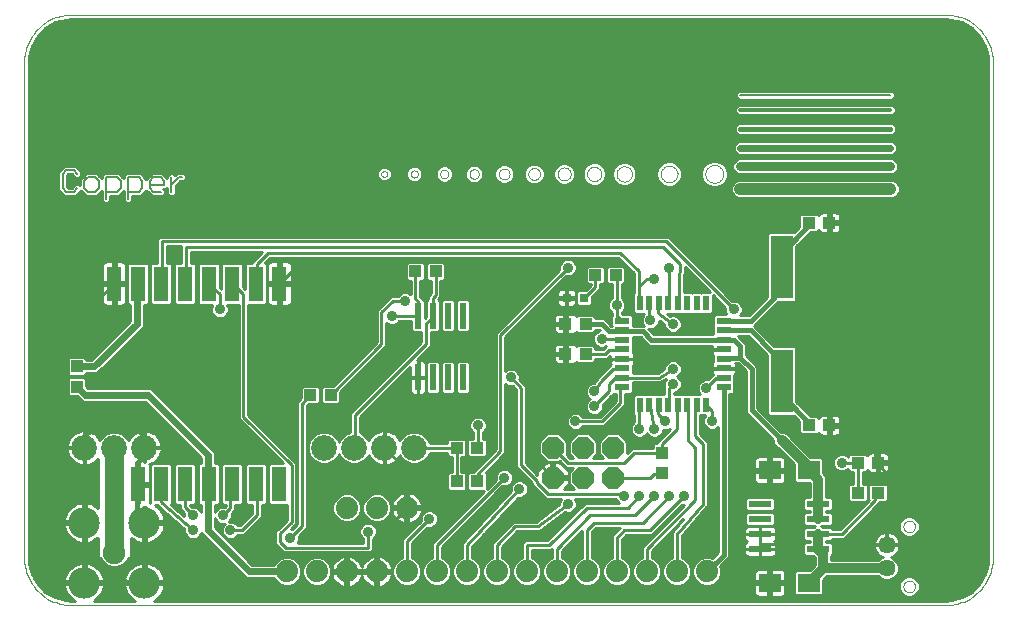
<source format=gtl>
G75*
G70*
%OFA0B0*%
%FSLAX24Y24*%
%IPPOS*%
%LPD*%
%AMOC8*
5,1,8,0,0,1.08239X$1,22.5*
%
%ADD10C,0.0000*%
%ADD11C,0.0060*%
%ADD12R,0.0433X0.0394*%
%ADD13R,0.0500X0.0220*%
%ADD14R,0.0220X0.0500*%
%ADD15R,0.0394X0.0433*%
%ADD16OC8,0.0740*%
%ADD17R,0.0780X0.0220*%
%ADD18R,0.0748X0.0630*%
%ADD19C,0.0570*%
%ADD20C,0.0860*%
%ADD21R,0.0240X0.0870*%
%ADD22R,0.0315X0.0315*%
%ADD23R,0.0512X0.1181*%
%ADD24R,0.0760X0.2100*%
%ADD25C,0.0740*%
%ADD26C,0.0750*%
%ADD27C,0.1050*%
%ADD28C,0.0160*%
%ADD29C,0.0100*%
%ADD30C,0.0360*%
%ADD31C,0.0356*%
%ADD32C,0.0320*%
%ADD33C,0.0240*%
%ADD34C,0.0630*%
%ADD35C,0.0079*%
%ADD36C,0.0157*%
%ADD37C,0.0118*%
%ADD38C,0.0315*%
%ADD39C,0.0394*%
D10*
X001725Y000150D02*
X030859Y000150D01*
X029453Y000775D02*
X029455Y000802D01*
X029461Y000829D01*
X029470Y000855D01*
X029483Y000879D01*
X029499Y000902D01*
X029518Y000921D01*
X029540Y000938D01*
X029564Y000952D01*
X029589Y000962D01*
X029616Y000969D01*
X029643Y000972D01*
X029671Y000971D01*
X029698Y000966D01*
X029724Y000958D01*
X029748Y000946D01*
X029771Y000930D01*
X029792Y000912D01*
X029809Y000891D01*
X029824Y000867D01*
X029835Y000842D01*
X029843Y000816D01*
X029847Y000789D01*
X029847Y000761D01*
X029843Y000734D01*
X029835Y000708D01*
X029824Y000683D01*
X029809Y000659D01*
X029792Y000638D01*
X029771Y000620D01*
X029749Y000604D01*
X029724Y000592D01*
X029698Y000584D01*
X029671Y000579D01*
X029643Y000578D01*
X029616Y000581D01*
X029589Y000588D01*
X029564Y000598D01*
X029540Y000612D01*
X029518Y000629D01*
X029499Y000648D01*
X029483Y000671D01*
X029470Y000695D01*
X029461Y000721D01*
X029455Y000748D01*
X029453Y000775D01*
X030859Y000150D02*
X030936Y000152D01*
X031013Y000158D01*
X031090Y000167D01*
X031166Y000180D01*
X031242Y000197D01*
X031316Y000218D01*
X031390Y000242D01*
X031462Y000270D01*
X031532Y000301D01*
X031601Y000336D01*
X031669Y000374D01*
X031734Y000415D01*
X031797Y000460D01*
X031858Y000508D01*
X031917Y000558D01*
X031973Y000611D01*
X032026Y000667D01*
X032076Y000726D01*
X032124Y000787D01*
X032169Y000850D01*
X032210Y000915D01*
X032248Y000983D01*
X032283Y001052D01*
X032314Y001122D01*
X032342Y001194D01*
X032366Y001268D01*
X032387Y001342D01*
X032404Y001418D01*
X032417Y001494D01*
X032426Y001571D01*
X032432Y001648D01*
X032434Y001725D01*
X032433Y001725D02*
X032433Y018260D01*
X032434Y018260D02*
X032432Y018337D01*
X032426Y018414D01*
X032417Y018491D01*
X032404Y018567D01*
X032387Y018643D01*
X032366Y018717D01*
X032342Y018791D01*
X032314Y018863D01*
X032283Y018933D01*
X032248Y019002D01*
X032210Y019070D01*
X032169Y019135D01*
X032124Y019198D01*
X032076Y019259D01*
X032026Y019318D01*
X031973Y019374D01*
X031917Y019427D01*
X031858Y019477D01*
X031797Y019525D01*
X031734Y019570D01*
X031669Y019611D01*
X031601Y019649D01*
X031532Y019684D01*
X031462Y019715D01*
X031390Y019743D01*
X031316Y019767D01*
X031242Y019788D01*
X031166Y019805D01*
X031090Y019818D01*
X031013Y019827D01*
X030936Y019833D01*
X030859Y019835D01*
X001725Y019835D01*
X001648Y019833D01*
X001571Y019827D01*
X001494Y019818D01*
X001418Y019805D01*
X001342Y019788D01*
X001268Y019767D01*
X001194Y019743D01*
X001122Y019715D01*
X001052Y019684D01*
X000983Y019649D01*
X000915Y019611D01*
X000850Y019570D01*
X000787Y019525D01*
X000726Y019477D01*
X000667Y019427D01*
X000611Y019374D01*
X000558Y019318D01*
X000508Y019259D01*
X000460Y019198D01*
X000415Y019135D01*
X000374Y019070D01*
X000336Y019002D01*
X000301Y018933D01*
X000270Y018863D01*
X000242Y018791D01*
X000218Y018717D01*
X000197Y018643D01*
X000180Y018567D01*
X000167Y018491D01*
X000158Y018414D01*
X000152Y018337D01*
X000150Y018260D01*
X000150Y001725D01*
X000152Y001648D01*
X000158Y001571D01*
X000167Y001494D01*
X000180Y001418D01*
X000197Y001342D01*
X000218Y001268D01*
X000242Y001194D01*
X000270Y001122D01*
X000301Y001052D01*
X000336Y000983D01*
X000374Y000915D01*
X000415Y000850D01*
X000460Y000787D01*
X000508Y000726D01*
X000558Y000667D01*
X000611Y000611D01*
X000667Y000558D01*
X000726Y000508D01*
X000787Y000460D01*
X000850Y000415D01*
X000915Y000374D01*
X000983Y000336D01*
X001052Y000301D01*
X001122Y000270D01*
X001194Y000242D01*
X001268Y000218D01*
X001342Y000197D01*
X001418Y000180D01*
X001494Y000167D01*
X001571Y000158D01*
X001648Y000152D01*
X001725Y000150D01*
X012052Y014525D02*
X012054Y014544D01*
X012059Y014563D01*
X012069Y014579D01*
X012081Y014594D01*
X012096Y014606D01*
X012112Y014616D01*
X012131Y014621D01*
X012150Y014623D01*
X012169Y014621D01*
X012188Y014616D01*
X012204Y014606D01*
X012219Y014594D01*
X012231Y014579D01*
X012241Y014563D01*
X012246Y014544D01*
X012248Y014525D01*
X012246Y014506D01*
X012241Y014487D01*
X012231Y014471D01*
X012219Y014456D01*
X012204Y014444D01*
X012188Y014434D01*
X012169Y014429D01*
X012150Y014427D01*
X012131Y014429D01*
X012112Y014434D01*
X012096Y014444D01*
X012081Y014456D01*
X012069Y014471D01*
X012059Y014487D01*
X012054Y014506D01*
X012052Y014525D01*
X013032Y014525D02*
X013034Y014546D01*
X013040Y014566D01*
X013049Y014586D01*
X013061Y014603D01*
X013076Y014617D01*
X013094Y014629D01*
X013114Y014637D01*
X013134Y014642D01*
X013155Y014643D01*
X013176Y014640D01*
X013196Y014634D01*
X013215Y014623D01*
X013232Y014610D01*
X013245Y014594D01*
X013256Y014576D01*
X013264Y014556D01*
X013268Y014536D01*
X013268Y014514D01*
X013264Y014494D01*
X013256Y014474D01*
X013245Y014456D01*
X013232Y014440D01*
X013215Y014427D01*
X013196Y014416D01*
X013176Y014410D01*
X013155Y014407D01*
X013134Y014408D01*
X013114Y014413D01*
X013094Y014421D01*
X013076Y014433D01*
X013061Y014447D01*
X013049Y014464D01*
X013040Y014484D01*
X013034Y014504D01*
X013032Y014525D01*
X014012Y014525D02*
X014014Y014548D01*
X014020Y014571D01*
X014030Y014592D01*
X014043Y014612D01*
X014059Y014629D01*
X014078Y014643D01*
X014099Y014653D01*
X014121Y014660D01*
X014144Y014663D01*
X014168Y014662D01*
X014190Y014657D01*
X014212Y014648D01*
X014232Y014636D01*
X014250Y014620D01*
X014264Y014602D01*
X014276Y014582D01*
X014284Y014560D01*
X014288Y014537D01*
X014288Y014513D01*
X014284Y014490D01*
X014276Y014468D01*
X014264Y014448D01*
X014250Y014430D01*
X014232Y014414D01*
X014212Y014402D01*
X014190Y014393D01*
X014168Y014388D01*
X014144Y014387D01*
X014121Y014390D01*
X014099Y014397D01*
X014078Y014407D01*
X014059Y014421D01*
X014043Y014438D01*
X014030Y014458D01*
X014020Y014479D01*
X014014Y014502D01*
X014012Y014525D01*
X014993Y014525D02*
X014995Y014550D01*
X015001Y014574D01*
X015010Y014596D01*
X015023Y014617D01*
X015039Y014636D01*
X015058Y014652D01*
X015079Y014665D01*
X015101Y014674D01*
X015125Y014680D01*
X015150Y014682D01*
X015175Y014680D01*
X015199Y014674D01*
X015221Y014665D01*
X015242Y014652D01*
X015261Y014636D01*
X015277Y014617D01*
X015290Y014596D01*
X015299Y014574D01*
X015305Y014550D01*
X015307Y014525D01*
X015305Y014500D01*
X015299Y014476D01*
X015290Y014454D01*
X015277Y014433D01*
X015261Y014414D01*
X015242Y014398D01*
X015221Y014385D01*
X015199Y014376D01*
X015175Y014370D01*
X015150Y014368D01*
X015125Y014370D01*
X015101Y014376D01*
X015079Y014385D01*
X015058Y014398D01*
X015039Y014414D01*
X015023Y014433D01*
X015010Y014454D01*
X015001Y014476D01*
X014995Y014500D01*
X014993Y014525D01*
X015973Y014525D02*
X015975Y014551D01*
X015981Y014577D01*
X015991Y014602D01*
X016004Y014625D01*
X016020Y014645D01*
X016040Y014663D01*
X016062Y014678D01*
X016085Y014690D01*
X016111Y014698D01*
X016137Y014702D01*
X016163Y014702D01*
X016189Y014698D01*
X016215Y014690D01*
X016239Y014678D01*
X016260Y014663D01*
X016280Y014645D01*
X016296Y014625D01*
X016309Y014602D01*
X016319Y014577D01*
X016325Y014551D01*
X016327Y014525D01*
X016325Y014499D01*
X016319Y014473D01*
X016309Y014448D01*
X016296Y014425D01*
X016280Y014405D01*
X016260Y014387D01*
X016238Y014372D01*
X016215Y014360D01*
X016189Y014352D01*
X016163Y014348D01*
X016137Y014348D01*
X016111Y014352D01*
X016085Y014360D01*
X016061Y014372D01*
X016040Y014387D01*
X016020Y014405D01*
X016004Y014425D01*
X015991Y014448D01*
X015981Y014473D01*
X015975Y014499D01*
X015973Y014525D01*
X016953Y014525D02*
X016955Y014552D01*
X016961Y014579D01*
X016970Y014605D01*
X016983Y014629D01*
X016999Y014652D01*
X017018Y014671D01*
X017040Y014688D01*
X017064Y014702D01*
X017089Y014712D01*
X017116Y014719D01*
X017143Y014722D01*
X017171Y014721D01*
X017198Y014716D01*
X017224Y014708D01*
X017248Y014696D01*
X017271Y014680D01*
X017292Y014662D01*
X017309Y014641D01*
X017324Y014617D01*
X017335Y014592D01*
X017343Y014566D01*
X017347Y014539D01*
X017347Y014511D01*
X017343Y014484D01*
X017335Y014458D01*
X017324Y014433D01*
X017309Y014409D01*
X017292Y014388D01*
X017271Y014370D01*
X017249Y014354D01*
X017224Y014342D01*
X017198Y014334D01*
X017171Y014329D01*
X017143Y014328D01*
X017116Y014331D01*
X017089Y014338D01*
X017064Y014348D01*
X017040Y014362D01*
X017018Y014379D01*
X016999Y014398D01*
X016983Y014421D01*
X016970Y014445D01*
X016961Y014471D01*
X016955Y014498D01*
X016953Y014525D01*
X017933Y014525D02*
X017935Y014554D01*
X017941Y014582D01*
X017950Y014610D01*
X017963Y014636D01*
X017980Y014659D01*
X017999Y014681D01*
X018021Y014700D01*
X018046Y014715D01*
X018072Y014728D01*
X018100Y014736D01*
X018128Y014741D01*
X018157Y014742D01*
X018186Y014739D01*
X018214Y014732D01*
X018241Y014722D01*
X018267Y014708D01*
X018290Y014691D01*
X018311Y014671D01*
X018329Y014648D01*
X018344Y014623D01*
X018355Y014596D01*
X018363Y014568D01*
X018367Y014539D01*
X018367Y014511D01*
X018363Y014482D01*
X018355Y014454D01*
X018344Y014427D01*
X018329Y014402D01*
X018311Y014379D01*
X018290Y014359D01*
X018267Y014342D01*
X018241Y014328D01*
X018214Y014318D01*
X018186Y014311D01*
X018157Y014308D01*
X018128Y014309D01*
X018100Y014314D01*
X018072Y014322D01*
X018046Y014335D01*
X018021Y014350D01*
X017999Y014369D01*
X017980Y014391D01*
X017963Y014414D01*
X017950Y014440D01*
X017941Y014468D01*
X017935Y014496D01*
X017933Y014525D01*
X018914Y014525D02*
X018916Y014555D01*
X018922Y014585D01*
X018931Y014614D01*
X018944Y014641D01*
X018961Y014666D01*
X018980Y014689D01*
X019003Y014710D01*
X019028Y014727D01*
X019054Y014741D01*
X019083Y014751D01*
X019112Y014758D01*
X019142Y014761D01*
X019173Y014760D01*
X019203Y014755D01*
X019232Y014746D01*
X019259Y014734D01*
X019285Y014719D01*
X019309Y014700D01*
X019330Y014678D01*
X019348Y014654D01*
X019363Y014627D01*
X019374Y014599D01*
X019382Y014570D01*
X019386Y014540D01*
X019386Y014510D01*
X019382Y014480D01*
X019374Y014451D01*
X019363Y014423D01*
X019348Y014396D01*
X019330Y014372D01*
X019309Y014350D01*
X019285Y014331D01*
X019259Y014316D01*
X019232Y014304D01*
X019203Y014295D01*
X019173Y014290D01*
X019142Y014289D01*
X019112Y014292D01*
X019083Y014299D01*
X019054Y014309D01*
X019028Y014323D01*
X019003Y014340D01*
X018980Y014361D01*
X018961Y014384D01*
X018944Y014409D01*
X018931Y014436D01*
X018922Y014465D01*
X018916Y014495D01*
X018914Y014525D01*
X019894Y014525D02*
X019896Y014556D01*
X019902Y014587D01*
X019911Y014617D01*
X019924Y014646D01*
X019941Y014673D01*
X019961Y014697D01*
X019983Y014719D01*
X020009Y014738D01*
X020036Y014754D01*
X020065Y014766D01*
X020095Y014775D01*
X020126Y014780D01*
X020158Y014781D01*
X020189Y014778D01*
X020220Y014771D01*
X020250Y014761D01*
X020278Y014747D01*
X020304Y014729D01*
X020328Y014709D01*
X020349Y014685D01*
X020368Y014660D01*
X020383Y014632D01*
X020394Y014603D01*
X020402Y014572D01*
X020406Y014541D01*
X020406Y014509D01*
X020402Y014478D01*
X020394Y014447D01*
X020383Y014418D01*
X020368Y014390D01*
X020349Y014365D01*
X020328Y014341D01*
X020304Y014321D01*
X020278Y014303D01*
X020250Y014289D01*
X020220Y014279D01*
X020189Y014272D01*
X020158Y014269D01*
X020126Y014270D01*
X020095Y014275D01*
X020065Y014284D01*
X020036Y014296D01*
X020009Y014312D01*
X019983Y014331D01*
X019961Y014353D01*
X019941Y014377D01*
X019924Y014404D01*
X019911Y014433D01*
X019902Y014463D01*
X019896Y014494D01*
X019894Y014525D01*
X021374Y014525D02*
X021376Y014558D01*
X021382Y014590D01*
X021391Y014621D01*
X021404Y014651D01*
X021421Y014679D01*
X021441Y014705D01*
X021464Y014729D01*
X021489Y014749D01*
X021517Y014767D01*
X021546Y014781D01*
X021577Y014791D01*
X021609Y014798D01*
X021642Y014801D01*
X021675Y014800D01*
X021707Y014795D01*
X021738Y014786D01*
X021769Y014774D01*
X021797Y014758D01*
X021824Y014739D01*
X021848Y014717D01*
X021869Y014692D01*
X021888Y014665D01*
X021903Y014636D01*
X021914Y014606D01*
X021922Y014574D01*
X021926Y014541D01*
X021926Y014509D01*
X021922Y014476D01*
X021914Y014444D01*
X021903Y014414D01*
X021888Y014385D01*
X021869Y014358D01*
X021848Y014333D01*
X021824Y014311D01*
X021797Y014292D01*
X021769Y014276D01*
X021738Y014264D01*
X021707Y014255D01*
X021675Y014250D01*
X021642Y014249D01*
X021609Y014252D01*
X021577Y014259D01*
X021546Y014269D01*
X021517Y014283D01*
X021489Y014301D01*
X021464Y014321D01*
X021441Y014345D01*
X021421Y014371D01*
X021404Y014399D01*
X021391Y014429D01*
X021382Y014460D01*
X021376Y014492D01*
X021374Y014525D01*
X022855Y014525D02*
X022857Y014559D01*
X022863Y014593D01*
X022873Y014626D01*
X022886Y014657D01*
X022904Y014687D01*
X022924Y014715D01*
X022948Y014740D01*
X022974Y014762D01*
X023002Y014780D01*
X023033Y014796D01*
X023065Y014808D01*
X023099Y014816D01*
X023133Y014820D01*
X023167Y014820D01*
X023201Y014816D01*
X023235Y014808D01*
X023267Y014796D01*
X023297Y014780D01*
X023326Y014762D01*
X023352Y014740D01*
X023376Y014715D01*
X023396Y014687D01*
X023414Y014657D01*
X023427Y014626D01*
X023437Y014593D01*
X023443Y014559D01*
X023445Y014525D01*
X023443Y014491D01*
X023437Y014457D01*
X023427Y014424D01*
X023414Y014393D01*
X023396Y014363D01*
X023376Y014335D01*
X023352Y014310D01*
X023326Y014288D01*
X023298Y014270D01*
X023267Y014254D01*
X023235Y014242D01*
X023201Y014234D01*
X023167Y014230D01*
X023133Y014230D01*
X023099Y014234D01*
X023065Y014242D01*
X023033Y014254D01*
X023002Y014270D01*
X022974Y014288D01*
X022948Y014310D01*
X022924Y014335D01*
X022904Y014363D01*
X022886Y014393D01*
X022873Y014424D01*
X022863Y014457D01*
X022857Y014491D01*
X022855Y014525D01*
X029453Y002775D02*
X029455Y002802D01*
X029461Y002829D01*
X029470Y002855D01*
X029483Y002879D01*
X029499Y002902D01*
X029518Y002921D01*
X029540Y002938D01*
X029564Y002952D01*
X029589Y002962D01*
X029616Y002969D01*
X029643Y002972D01*
X029671Y002971D01*
X029698Y002966D01*
X029724Y002958D01*
X029748Y002946D01*
X029771Y002930D01*
X029792Y002912D01*
X029809Y002891D01*
X029824Y002867D01*
X029835Y002842D01*
X029843Y002816D01*
X029847Y002789D01*
X029847Y002761D01*
X029843Y002734D01*
X029835Y002708D01*
X029824Y002683D01*
X029809Y002659D01*
X029792Y002638D01*
X029771Y002620D01*
X029749Y002604D01*
X029724Y002592D01*
X029698Y002584D01*
X029671Y002579D01*
X029643Y002578D01*
X029616Y002581D01*
X029589Y002588D01*
X029564Y002598D01*
X029540Y002612D01*
X029518Y002629D01*
X029499Y002648D01*
X029483Y002671D01*
X029470Y002695D01*
X029461Y002721D01*
X029455Y002748D01*
X029453Y002775D01*
D11*
X005419Y014415D02*
X005298Y014415D01*
X005055Y014173D01*
X004815Y014173D02*
X004330Y014173D01*
X004330Y014294D02*
X004451Y014415D01*
X004694Y014415D01*
X004815Y014294D01*
X004815Y014173D01*
X005055Y014415D02*
X005055Y013930D01*
X004694Y013930D02*
X004451Y013930D01*
X004330Y014051D01*
X004330Y014294D01*
X004090Y014294D02*
X004090Y014051D01*
X003969Y013930D01*
X003605Y013930D01*
X003605Y013687D02*
X003605Y014415D01*
X003969Y014415D01*
X004090Y014294D01*
X003365Y014294D02*
X003365Y014051D01*
X003244Y013930D01*
X002880Y013930D01*
X002880Y013687D02*
X002880Y014415D01*
X003244Y014415D01*
X003365Y014294D01*
X002640Y014294D02*
X002640Y014051D01*
X002519Y013930D01*
X002276Y013930D01*
X002155Y014051D01*
X002155Y014294D01*
X002276Y014415D01*
X002519Y014415D01*
X002640Y014294D01*
X001915Y014051D02*
X001794Y013930D01*
X001551Y013930D01*
X001430Y014051D01*
X001430Y014537D01*
X001551Y014658D01*
X001794Y014658D01*
X001915Y014537D01*
D12*
X013190Y011275D03*
X013860Y011275D03*
X018190Y009525D03*
X018860Y009525D03*
X018860Y008525D03*
X018190Y008525D03*
X019190Y011150D03*
X019860Y011150D03*
X026315Y012900D03*
X026985Y012900D03*
X026985Y006150D03*
X026315Y006150D03*
X027940Y004900D03*
X028610Y004900D03*
X028610Y003900D03*
X027940Y003900D03*
X015235Y004275D03*
X014565Y004275D03*
X014565Y005400D03*
X015235Y005400D03*
X010360Y007150D03*
X009690Y007150D03*
D13*
X020085Y007423D03*
X020085Y007738D03*
X020085Y008053D03*
X020085Y008368D03*
X020085Y008682D03*
X020085Y008997D03*
X020085Y009312D03*
X020085Y009627D03*
X023465Y009627D03*
X023465Y009312D03*
X023465Y008997D03*
X023465Y008682D03*
X023465Y008368D03*
X023465Y008053D03*
X023465Y007738D03*
X023465Y007423D03*
D14*
X022877Y006835D03*
X022562Y006835D03*
X022247Y006835D03*
X021932Y006835D03*
X021618Y006835D03*
X021303Y006835D03*
X020988Y006835D03*
X020673Y006835D03*
X020673Y010215D03*
X020988Y010215D03*
X021303Y010215D03*
X021618Y010215D03*
X021932Y010215D03*
X022247Y010215D03*
X022562Y010215D03*
X022877Y010215D03*
D15*
X021400Y005235D03*
X021400Y004565D03*
X001900Y007440D03*
X001900Y008110D03*
D16*
X017775Y005400D03*
X018775Y005400D03*
X019775Y005400D03*
X019775Y004400D03*
X018775Y004400D03*
X017775Y004400D03*
D17*
X024680Y003525D03*
X024680Y003025D03*
X024680Y002525D03*
X024680Y002025D03*
X026620Y002025D03*
X026620Y002525D03*
X026620Y003025D03*
X026620Y003525D03*
D18*
X026300Y004650D03*
X025000Y004650D03*
X025000Y000900D03*
X026300Y000900D03*
D19*
X028900Y001381D03*
X028900Y002169D03*
D20*
X013150Y005400D03*
X012150Y005400D03*
X011150Y005400D03*
X010150Y005400D03*
X004150Y005400D03*
X003150Y005400D03*
X002150Y005400D03*
D21*
X013275Y007745D03*
X013775Y007745D03*
X014275Y007745D03*
X014775Y007745D03*
X014775Y009805D03*
X014275Y009805D03*
X013775Y009805D03*
X013275Y009805D03*
D22*
X018230Y010400D03*
X018820Y010400D03*
D23*
X008656Y010871D03*
X007869Y010871D03*
X007081Y010871D03*
X006294Y010871D03*
X005506Y010871D03*
X004719Y010871D03*
X003931Y010871D03*
X003144Y010871D03*
X003144Y004179D03*
X003931Y004179D03*
X004719Y004179D03*
X005506Y004179D03*
X006294Y004179D03*
X007081Y004179D03*
X007869Y004179D03*
X008656Y004179D03*
D24*
X025400Y007625D03*
X025400Y011425D03*
D25*
X012900Y003400D03*
X011900Y003400D03*
X010900Y003400D03*
X010900Y001275D03*
X009900Y001275D03*
X008900Y001275D03*
X011900Y001275D03*
X012900Y001275D03*
X013900Y001275D03*
X014900Y001275D03*
X015900Y001275D03*
X016900Y001275D03*
X017900Y001275D03*
X018900Y001275D03*
X019900Y001275D03*
X020900Y001275D03*
X021900Y001275D03*
X022900Y001275D03*
D26*
X003150Y001900D03*
D27*
X002146Y000896D03*
X004154Y000896D03*
X004154Y002904D03*
X002146Y002904D03*
D28*
X002146Y000896D01*
X004154Y000896D01*
X004154Y002904D01*
X004154Y003146D01*
X003900Y003400D01*
X003900Y004147D01*
X003931Y004179D01*
X003900Y004210D01*
X003900Y004900D01*
X004150Y005150D01*
X004150Y005400D01*
X004150Y005775D01*
X003900Y006025D01*
X002400Y006025D01*
X002150Y005775D01*
X002150Y005400D01*
X018860Y009525D02*
X019400Y009525D01*
X019650Y009275D01*
X020048Y009275D01*
X020085Y009312D01*
X020122Y009275D01*
X020775Y009275D01*
X021053Y008997D01*
X023465Y008997D01*
X023803Y008997D01*
X024025Y008775D01*
X024025Y008400D01*
X023497Y008400D01*
X023465Y008368D01*
X024025Y008400D02*
X024400Y008025D01*
X024400Y006650D01*
X025400Y005650D01*
X026315Y006150D02*
X026315Y006235D01*
X025400Y007150D01*
X025400Y007625D01*
X025150Y007875D01*
X025150Y008525D01*
X024363Y009312D01*
X023465Y009312D01*
X023465Y009627D02*
X024377Y009627D01*
X025150Y010400D01*
X025150Y011150D01*
X025275Y011275D01*
X025275Y011425D01*
X025400Y011425D01*
X025400Y011900D01*
X026315Y012815D01*
X026315Y012900D01*
X025275Y011275D02*
X025275Y011025D01*
X023465Y007423D02*
X023465Y001840D01*
X022900Y001275D01*
D29*
X000857Y000594D02*
X000594Y000857D01*
X000408Y001180D01*
X000312Y001539D01*
X000300Y001725D01*
X000300Y018260D01*
X000312Y018446D01*
X000408Y018805D01*
X000594Y019128D01*
X000857Y019391D01*
X001180Y019577D01*
X001539Y019673D01*
X001725Y019685D01*
X030859Y019685D01*
X031045Y019673D01*
X031404Y019577D01*
X031726Y019391D01*
X031989Y019128D01*
X032175Y018805D01*
X032271Y018446D01*
X032283Y018260D01*
X032283Y001725D01*
X032271Y001539D01*
X032175Y001180D01*
X031989Y000857D01*
X031726Y000594D01*
X031404Y000408D01*
X031045Y000312D01*
X030859Y000300D01*
X004471Y000300D01*
X004530Y000334D01*
X004600Y000388D01*
X004662Y000450D01*
X004716Y000520D01*
X004761Y000597D01*
X004794Y000679D01*
X004817Y000764D01*
X004828Y000846D01*
X004204Y000846D01*
X004204Y000946D01*
X004828Y000946D01*
X004817Y001028D01*
X004794Y001114D01*
X004761Y001195D01*
X004716Y001272D01*
X004662Y001342D01*
X004600Y001405D01*
X004530Y001459D01*
X004453Y001503D01*
X004371Y001537D01*
X004286Y001560D01*
X004204Y001570D01*
X004204Y000946D01*
X004104Y000946D01*
X004104Y000846D01*
X003480Y000846D01*
X003490Y000764D01*
X003513Y000679D01*
X003547Y000597D01*
X003591Y000520D01*
X003645Y000450D01*
X003708Y000388D01*
X003778Y000334D01*
X003836Y000300D01*
X002464Y000300D01*
X002522Y000334D01*
X002592Y000388D01*
X002655Y000450D01*
X002709Y000520D01*
X002753Y000597D01*
X002787Y000679D01*
X002810Y000764D01*
X002820Y000846D01*
X002196Y000846D01*
X002196Y000946D01*
X002820Y000946D01*
X002810Y001028D01*
X002787Y001114D01*
X002753Y001195D01*
X002709Y001272D01*
X002655Y001342D01*
X002592Y001405D01*
X002522Y001459D01*
X002445Y001503D01*
X002364Y001537D01*
X002278Y001560D01*
X002196Y001570D01*
X002196Y000946D01*
X002096Y000946D01*
X002096Y000846D01*
X001472Y000846D01*
X001483Y000764D01*
X001506Y000679D01*
X001539Y000597D01*
X001584Y000520D01*
X001638Y000450D01*
X001700Y000388D01*
X001770Y000334D01*
X001829Y000300D01*
X001725Y000300D01*
X001539Y000312D01*
X001180Y000408D01*
X000857Y000594D01*
X000809Y000643D02*
X001521Y000643D01*
X001489Y000741D02*
X000711Y000741D01*
X000612Y000840D02*
X001473Y000840D01*
X001472Y000946D02*
X002096Y000946D01*
X002096Y001570D01*
X002014Y001560D01*
X001929Y001537D01*
X001847Y001503D01*
X001770Y001459D01*
X001700Y001405D01*
X001638Y001342D01*
X001584Y001272D01*
X001539Y001195D01*
X001506Y001114D01*
X001483Y001028D01*
X001472Y000946D01*
X001485Y001037D02*
X000491Y001037D01*
X000434Y001135D02*
X001514Y001135D01*
X001561Y001234D02*
X000394Y001234D01*
X000368Y001332D02*
X001630Y001332D01*
X001734Y001431D02*
X000341Y001431D01*
X000315Y001529D02*
X001910Y001529D01*
X002096Y001529D02*
X002196Y001529D01*
X002196Y001431D02*
X002096Y001431D01*
X002096Y001332D02*
X002196Y001332D01*
X002196Y001234D02*
X002096Y001234D01*
X002096Y001135D02*
X002196Y001135D01*
X002196Y001037D02*
X002096Y001037D01*
X002096Y000938D02*
X000548Y000938D01*
X000945Y000544D02*
X001570Y000544D01*
X001642Y000446D02*
X001115Y000446D01*
X001409Y000347D02*
X001753Y000347D01*
X002539Y000347D02*
X003761Y000347D01*
X003650Y000446D02*
X002650Y000446D01*
X002722Y000544D02*
X003578Y000544D01*
X003528Y000643D02*
X002772Y000643D01*
X002803Y000741D02*
X003497Y000741D01*
X003481Y000840D02*
X002819Y000840D01*
X002807Y001037D02*
X003493Y001037D01*
X003490Y001028D02*
X003480Y000946D01*
X004104Y000946D01*
X004104Y001570D01*
X004022Y001560D01*
X003936Y001537D01*
X003855Y001503D01*
X003778Y001459D01*
X003708Y001405D01*
X003645Y001342D01*
X003591Y001272D01*
X003547Y001195D01*
X003513Y001114D01*
X003490Y001028D01*
X003522Y001135D02*
X002778Y001135D01*
X002731Y001234D02*
X003569Y001234D01*
X003638Y001332D02*
X002662Y001332D01*
X002558Y001431D02*
X003016Y001431D01*
X003054Y001415D02*
X003246Y001415D01*
X003425Y001489D01*
X003561Y001625D01*
X003602Y001725D01*
X003671Y001725D01*
X003700Y001754D01*
X003700Y002403D01*
X003708Y002395D01*
X003778Y002341D01*
X003855Y002297D01*
X003936Y002263D01*
X004022Y002240D01*
X004104Y002230D01*
X004104Y002854D01*
X004204Y002854D01*
X004204Y002954D01*
X004828Y002954D01*
X004817Y003036D01*
X004794Y003121D01*
X004761Y003203D01*
X004716Y003280D01*
X004662Y003350D01*
X004600Y003412D01*
X004530Y003466D01*
X004510Y003478D01*
X004594Y003478D01*
X004609Y003464D01*
X004653Y003421D01*
X004658Y003421D01*
X005487Y002691D01*
X005487Y002593D01*
X005531Y002487D01*
X005612Y002406D01*
X005718Y002362D01*
X005832Y002362D01*
X005938Y002406D01*
X006019Y002487D01*
X006047Y002553D01*
X006180Y002420D01*
X007555Y001045D01*
X008476Y001045D01*
X008493Y001003D01*
X008628Y000868D01*
X008805Y000795D01*
X008995Y000795D01*
X009172Y000868D01*
X009307Y001003D01*
X009380Y001180D01*
X009380Y001370D01*
X009307Y001547D01*
X009172Y001682D01*
X008995Y001755D01*
X008805Y001755D01*
X008628Y001682D01*
X008493Y001547D01*
X008476Y001505D01*
X007745Y001505D01*
X006505Y002745D01*
X006505Y003049D01*
X006531Y002987D01*
X006612Y002906D01*
X006718Y002862D01*
X006829Y002862D01*
X006781Y002813D01*
X006737Y002707D01*
X006737Y002593D01*
X006781Y002487D01*
X006862Y002406D01*
X006968Y002362D01*
X007082Y002362D01*
X007188Y002406D01*
X007269Y002487D01*
X007271Y002490D01*
X007466Y002490D01*
X007966Y002990D01*
X008060Y003084D01*
X008060Y003478D01*
X008170Y003478D01*
X008234Y003542D01*
X008234Y004815D01*
X008170Y004879D01*
X007567Y004879D01*
X007503Y004815D01*
X007503Y003542D01*
X007567Y003478D01*
X007740Y003478D01*
X007740Y003216D01*
X007334Y002810D01*
X007271Y002810D01*
X007269Y002813D01*
X007188Y002894D01*
X007082Y002938D01*
X006971Y002938D01*
X007019Y002987D01*
X007063Y003093D01*
X007063Y003207D01*
X007062Y003211D01*
X007091Y003240D01*
X007185Y003334D01*
X007185Y003478D01*
X007383Y003478D01*
X007447Y003542D01*
X007447Y004815D01*
X007383Y004879D01*
X006780Y004879D01*
X006715Y004815D01*
X006715Y003542D01*
X006780Y003478D01*
X006865Y003478D01*
X006865Y003466D01*
X006836Y003437D01*
X006832Y003438D01*
X006718Y003438D01*
X006612Y003394D01*
X006531Y003313D01*
X006505Y003251D01*
X006505Y003478D01*
X006595Y003478D01*
X006660Y003542D01*
X006660Y004815D01*
X006595Y004879D01*
X006505Y004879D01*
X006505Y005245D01*
X004505Y007245D01*
X004370Y007380D01*
X002286Y007380D01*
X002207Y007459D01*
X002207Y007702D01*
X002142Y007767D01*
X001658Y007767D01*
X001593Y007702D01*
X001593Y007178D01*
X001658Y007114D01*
X001901Y007114D01*
X002095Y006920D01*
X004180Y006920D01*
X006045Y005055D01*
X006045Y004879D01*
X005992Y004879D01*
X005928Y004815D01*
X005928Y003542D01*
X005992Y003478D01*
X006045Y003478D01*
X006045Y003251D01*
X006019Y003313D01*
X005938Y003394D01*
X005832Y003438D01*
X005718Y003438D01*
X005714Y003437D01*
X005673Y003478D01*
X005808Y003478D01*
X005872Y003542D01*
X005872Y004815D01*
X005808Y004879D01*
X005205Y004879D01*
X005140Y004815D01*
X005140Y003542D01*
X005205Y003478D01*
X005346Y003478D01*
X005346Y003352D01*
X005488Y003211D01*
X005487Y003207D01*
X005487Y003117D01*
X005047Y003505D01*
X005085Y003542D01*
X005085Y004815D01*
X005020Y004879D01*
X004417Y004879D01*
X004353Y004815D01*
X004353Y003549D01*
X004334Y003555D01*
X004337Y003568D01*
X004337Y004129D01*
X003981Y004129D01*
X003981Y003557D01*
X003936Y003544D01*
X003881Y003522D01*
X003881Y004129D01*
X003981Y004129D01*
X003981Y004229D01*
X003881Y004229D01*
X003881Y004886D01*
X003927Y004862D01*
X003981Y004845D01*
X003981Y004229D01*
X004337Y004229D01*
X004337Y004789D01*
X004327Y004827D01*
X004317Y004844D01*
X004373Y004862D01*
X004454Y004904D01*
X004528Y004958D01*
X004592Y005022D01*
X004646Y005096D01*
X004688Y005177D01*
X004716Y005264D01*
X004730Y005354D01*
X004730Y005381D01*
X004169Y005381D01*
X004169Y005419D01*
X004131Y005419D01*
X004131Y005980D01*
X004104Y005980D01*
X004014Y005966D01*
X003927Y005938D01*
X003846Y005896D01*
X003772Y005842D01*
X003708Y005778D01*
X003654Y005704D01*
X003629Y005655D01*
X003608Y005706D01*
X003456Y005858D01*
X003257Y005940D01*
X003043Y005940D01*
X002844Y005858D01*
X002692Y005706D01*
X002671Y005655D01*
X002646Y005704D01*
X002592Y005778D01*
X002528Y005842D01*
X002454Y005896D01*
X002373Y005938D01*
X002286Y005966D01*
X002196Y005980D01*
X002169Y005980D01*
X002169Y005419D01*
X002131Y005419D01*
X002131Y005980D01*
X002104Y005980D01*
X002014Y005966D01*
X001927Y005938D01*
X001846Y005896D01*
X001772Y005842D01*
X001708Y005778D01*
X001654Y005704D01*
X001612Y005623D01*
X001584Y005536D01*
X001570Y005446D01*
X001570Y005419D01*
X002131Y005419D01*
X002131Y005381D01*
X002169Y005381D01*
X002169Y004820D01*
X002196Y004820D01*
X002286Y004834D01*
X002373Y004862D01*
X002454Y004904D01*
X002528Y004958D01*
X002592Y005022D01*
X002600Y005033D01*
X002600Y003405D01*
X002592Y003412D01*
X002522Y003466D01*
X002445Y003511D01*
X002364Y003544D01*
X002278Y003567D01*
X002196Y003578D01*
X002196Y002954D01*
X002096Y002954D01*
X002096Y003578D01*
X002014Y003567D01*
X001929Y003544D01*
X001847Y003511D01*
X001770Y003466D01*
X001700Y003412D01*
X001638Y003350D01*
X001584Y003280D01*
X001539Y003203D01*
X001506Y003121D01*
X001483Y003036D01*
X001472Y002954D01*
X002096Y002954D01*
X002096Y002854D01*
X001472Y002854D01*
X001483Y002772D01*
X001506Y002686D01*
X001539Y002605D01*
X001584Y002528D01*
X001638Y002458D01*
X001700Y002395D01*
X001770Y002341D01*
X001847Y002297D01*
X001929Y002263D01*
X002014Y002240D01*
X002096Y002230D01*
X002096Y002854D01*
X002196Y002854D01*
X002196Y002230D01*
X002278Y002240D01*
X002364Y002263D01*
X002445Y002297D01*
X002522Y002341D01*
X002592Y002395D01*
X002600Y002403D01*
X002600Y001754D01*
X002629Y001725D01*
X002698Y001725D01*
X002739Y001625D01*
X002875Y001489D01*
X003054Y001415D01*
X003284Y001431D02*
X003742Y001431D01*
X003918Y001529D02*
X003465Y001529D01*
X003562Y001628D02*
X006972Y001628D01*
X006874Y001726D02*
X003672Y001726D01*
X003700Y001825D02*
X006775Y001825D01*
X006677Y001923D02*
X003700Y001923D01*
X003700Y002022D02*
X006578Y002022D01*
X006480Y002120D02*
X003700Y002120D01*
X003700Y002219D02*
X006381Y002219D01*
X006283Y002317D02*
X004487Y002317D01*
X004453Y002297D02*
X004530Y002341D01*
X004600Y002395D01*
X004662Y002458D01*
X004716Y002528D01*
X004761Y002605D01*
X004794Y002686D01*
X004817Y002772D01*
X004828Y002854D01*
X004204Y002854D01*
X004204Y002230D01*
X004286Y002240D01*
X004371Y002263D01*
X004453Y002297D01*
X004620Y002416D02*
X005602Y002416D01*
X005519Y002514D02*
X004706Y002514D01*
X004764Y002613D02*
X005487Y002613D01*
X005464Y002711D02*
X004801Y002711D01*
X004822Y002810D02*
X005352Y002810D01*
X005240Y002908D02*
X004204Y002908D01*
X004204Y002954D02*
X004104Y002954D01*
X004104Y003438D01*
X004204Y003438D01*
X004204Y002954D01*
X004204Y003007D02*
X004104Y003007D01*
X004104Y003105D02*
X004204Y003105D01*
X004204Y003204D02*
X004104Y003204D01*
X004104Y003302D02*
X004204Y003302D01*
X004204Y003401D02*
X004104Y003401D01*
X003981Y003598D02*
X003881Y003598D01*
X003881Y003696D02*
X003981Y003696D01*
X003981Y003795D02*
X003881Y003795D01*
X003881Y003893D02*
X003981Y003893D01*
X003981Y003992D02*
X003881Y003992D01*
X003881Y004090D02*
X003981Y004090D01*
X003981Y004189D02*
X004353Y004189D01*
X004353Y004287D02*
X004337Y004287D01*
X004337Y004386D02*
X004353Y004386D01*
X004353Y004484D02*
X004337Y004484D01*
X004337Y004583D02*
X004353Y004583D01*
X004353Y004681D02*
X004337Y004681D01*
X004337Y004780D02*
X004353Y004780D01*
X004403Y004878D02*
X004416Y004878D01*
X004547Y004977D02*
X006045Y004977D01*
X006025Y005075D02*
X004631Y005075D01*
X004686Y005174D02*
X005926Y005174D01*
X005828Y005272D02*
X004717Y005272D01*
X004730Y005371D02*
X005729Y005371D01*
X005631Y005469D02*
X004726Y005469D01*
X004730Y005446D02*
X004716Y005536D01*
X004688Y005623D01*
X004646Y005704D01*
X004592Y005778D01*
X004528Y005842D01*
X004454Y005896D01*
X004373Y005938D01*
X004286Y005966D01*
X004196Y005980D01*
X004169Y005980D01*
X004169Y005419D01*
X004730Y005419D01*
X004730Y005446D01*
X004705Y005568D02*
X005532Y005568D01*
X005434Y005666D02*
X004665Y005666D01*
X004602Y005765D02*
X005335Y005765D01*
X005237Y005863D02*
X004499Y005863D01*
X004299Y005962D02*
X005138Y005962D01*
X005040Y006060D02*
X000300Y006060D01*
X000300Y005962D02*
X002001Y005962D01*
X002131Y005962D02*
X002169Y005962D01*
X002169Y005863D02*
X002131Y005863D01*
X002131Y005765D02*
X002169Y005765D01*
X002169Y005666D02*
X002131Y005666D01*
X002131Y005568D02*
X002169Y005568D01*
X002169Y005469D02*
X002131Y005469D01*
X002131Y005381D02*
X001570Y005381D01*
X001570Y005354D01*
X001584Y005264D01*
X001612Y005177D01*
X001654Y005096D01*
X001708Y005022D01*
X001772Y004958D01*
X001846Y004904D01*
X001927Y004862D01*
X002014Y004834D01*
X002104Y004820D01*
X002131Y004820D01*
X002131Y005381D01*
X002131Y005371D02*
X002169Y005371D01*
X002169Y005272D02*
X002131Y005272D01*
X002131Y005174D02*
X002169Y005174D01*
X002169Y005075D02*
X002131Y005075D01*
X002131Y004977D02*
X002169Y004977D01*
X002169Y004878D02*
X002131Y004878D01*
X001897Y004878D02*
X000300Y004878D01*
X000300Y004780D02*
X002600Y004780D01*
X002600Y004878D02*
X002403Y004878D01*
X002547Y004977D02*
X002600Y004977D01*
X002600Y004681D02*
X000300Y004681D01*
X000300Y004583D02*
X002600Y004583D01*
X002600Y004484D02*
X000300Y004484D01*
X000300Y004386D02*
X002600Y004386D01*
X002600Y004287D02*
X000300Y004287D01*
X000300Y004189D02*
X002600Y004189D01*
X002600Y004090D02*
X000300Y004090D01*
X000300Y003992D02*
X002600Y003992D01*
X002600Y003893D02*
X000300Y003893D01*
X000300Y003795D02*
X002600Y003795D01*
X002600Y003696D02*
X000300Y003696D01*
X000300Y003598D02*
X002600Y003598D01*
X002600Y003499D02*
X002465Y003499D01*
X002196Y003499D02*
X002096Y003499D01*
X002096Y003401D02*
X002196Y003401D01*
X002196Y003302D02*
X002096Y003302D01*
X002096Y003204D02*
X002196Y003204D01*
X002196Y003105D02*
X002096Y003105D01*
X002096Y003007D02*
X002196Y003007D01*
X002096Y002908D02*
X000300Y002908D01*
X000300Y002810D02*
X001478Y002810D01*
X001499Y002711D02*
X000300Y002711D01*
X000300Y002613D02*
X001536Y002613D01*
X001594Y002514D02*
X000300Y002514D01*
X000300Y002416D02*
X001680Y002416D01*
X001813Y002317D02*
X000300Y002317D01*
X000300Y002219D02*
X002600Y002219D01*
X002600Y002317D02*
X002480Y002317D01*
X002600Y002120D02*
X000300Y002120D01*
X000300Y002022D02*
X002600Y002022D01*
X002600Y001923D02*
X000300Y001923D01*
X000300Y001825D02*
X002600Y001825D01*
X002628Y001726D02*
X000300Y001726D01*
X000306Y001628D02*
X002738Y001628D01*
X002835Y001529D02*
X002382Y001529D01*
X002196Y000938D02*
X004104Y000938D01*
X004104Y001037D02*
X004204Y001037D01*
X004204Y001135D02*
X004104Y001135D01*
X004104Y001234D02*
X004204Y001234D01*
X004204Y001332D02*
X004104Y001332D01*
X004104Y001431D02*
X004204Y001431D01*
X004204Y001529D02*
X004104Y001529D01*
X004390Y001529D02*
X007071Y001529D01*
X007169Y001431D02*
X004566Y001431D01*
X004670Y001332D02*
X007268Y001332D01*
X007366Y001234D02*
X004739Y001234D01*
X004786Y001135D02*
X007465Y001135D01*
X007721Y001529D02*
X008486Y001529D01*
X008574Y001628D02*
X007623Y001628D01*
X007524Y001726D02*
X008735Y001726D01*
X008808Y001911D02*
X011681Y001911D01*
X011775Y002005D01*
X011775Y002359D01*
X011779Y002361D01*
X011860Y002442D01*
X011905Y002549D01*
X011905Y002664D01*
X011860Y002771D01*
X011779Y002853D01*
X011672Y002897D01*
X011557Y002897D01*
X011450Y002853D01*
X011369Y002771D01*
X011325Y002664D01*
X011325Y002549D01*
X011369Y002442D01*
X011450Y002361D01*
X011455Y002359D01*
X011455Y002231D01*
X009264Y002231D01*
X009269Y002237D01*
X009313Y002343D01*
X009313Y002457D01*
X009312Y002461D01*
X009466Y002615D01*
X009560Y002709D01*
X009560Y006793D01*
X009610Y006843D01*
X009952Y006843D01*
X010017Y006908D01*
X010017Y007392D01*
X009952Y007457D01*
X009428Y007457D01*
X009364Y007392D01*
X009364Y007050D01*
X009240Y006926D01*
X009240Y002841D01*
X009086Y002687D01*
X009082Y002688D01*
X009056Y002688D01*
X009223Y002855D01*
X009223Y004878D01*
X009240Y004878D01*
X009223Y004878D02*
X009130Y004971D01*
X007617Y006484D01*
X007617Y010171D01*
X008170Y010171D01*
X008234Y010235D01*
X008234Y011508D01*
X008172Y011570D01*
X008341Y011740D01*
X019959Y011740D01*
X020490Y011209D01*
X020490Y010548D01*
X020453Y010511D01*
X020453Y009919D01*
X020517Y009855D01*
X020823Y009855D01*
X020781Y009813D01*
X020737Y009707D01*
X020737Y009593D01*
X020781Y009487D01*
X020803Y009465D01*
X020445Y009465D01*
X020445Y009468D01*
X020443Y009470D01*
X020445Y009472D01*
X020445Y009783D01*
X020381Y009847D01*
X020091Y009847D01*
X020060Y009879D01*
X020060Y009904D01*
X020063Y009906D01*
X020144Y009987D01*
X020188Y010093D01*
X020188Y010207D01*
X020144Y010313D01*
X020063Y010394D01*
X020060Y010396D01*
X020060Y010843D01*
X020122Y010843D01*
X020186Y010908D01*
X020186Y011392D01*
X020122Y011457D01*
X019598Y011457D01*
X019533Y011392D01*
X019533Y010908D01*
X019598Y010843D01*
X019740Y010843D01*
X019740Y010396D01*
X019737Y010394D01*
X019656Y010313D01*
X019612Y010207D01*
X019612Y010093D01*
X019656Y009987D01*
X019737Y009906D01*
X019740Y009904D01*
X019740Y009798D01*
X019725Y009783D01*
X019725Y009472D01*
X019727Y009470D01*
X019725Y009468D01*
X019479Y009715D01*
X019186Y009715D01*
X019186Y009767D01*
X019122Y009832D01*
X018598Y009832D01*
X018546Y009781D01*
X018527Y009814D01*
X018499Y009842D01*
X018465Y009862D01*
X018427Y009872D01*
X018239Y009872D01*
X018239Y009573D01*
X018142Y009573D01*
X018142Y009477D01*
X017824Y009477D01*
X017824Y009308D01*
X017834Y009270D01*
X017854Y009236D01*
X017882Y009208D01*
X017916Y009188D01*
X017954Y009178D01*
X018142Y009178D01*
X018142Y009477D01*
X018239Y009477D01*
X018239Y009178D01*
X018427Y009178D01*
X018465Y009188D01*
X018499Y009208D01*
X018527Y009236D01*
X018546Y009269D01*
X018598Y009218D01*
X019122Y009218D01*
X019186Y009283D01*
X019186Y009335D01*
X019321Y009335D01*
X019343Y009313D01*
X019343Y009313D01*
X019237Y009269D01*
X019156Y009188D01*
X019112Y009082D01*
X019112Y008968D01*
X019156Y008862D01*
X019237Y008781D01*
X019343Y008737D01*
X019457Y008737D01*
X019548Y008775D01*
X019490Y008716D01*
X019459Y008685D01*
X019186Y008685D01*
X019186Y008767D01*
X019122Y008832D01*
X018598Y008832D01*
X018546Y008781D01*
X018527Y008814D01*
X018499Y008842D01*
X018465Y008862D01*
X018427Y008872D01*
X018239Y008872D01*
X018239Y008573D01*
X018142Y008573D01*
X018142Y008477D01*
X017824Y008477D01*
X017824Y008308D01*
X017834Y008270D01*
X017854Y008236D01*
X017882Y008208D01*
X017916Y008188D01*
X017954Y008178D01*
X018142Y008178D01*
X018142Y008477D01*
X018239Y008477D01*
X018239Y008178D01*
X018427Y008178D01*
X018465Y008188D01*
X018499Y008208D01*
X018527Y008236D01*
X018546Y008269D01*
X018598Y008218D01*
X019122Y008218D01*
X019186Y008283D01*
X019186Y008365D01*
X019591Y008365D01*
X019685Y008459D01*
X019685Y008373D01*
X020080Y008373D01*
X020080Y008363D01*
X019685Y008363D01*
X019685Y008238D01*
X019695Y008200D01*
X019706Y008182D01*
X019615Y008091D01*
X019321Y007797D01*
X019304Y007794D01*
X019276Y007752D01*
X019240Y007716D01*
X019240Y007698D01*
X019150Y007563D01*
X019093Y007563D01*
X018987Y007519D01*
X018906Y007438D01*
X018862Y007332D01*
X018862Y007218D01*
X018906Y007112D01*
X018987Y007031D01*
X019001Y007025D01*
X018987Y007019D01*
X018906Y006938D01*
X018862Y006832D01*
X018862Y006718D01*
X018906Y006612D01*
X018987Y006531D01*
X019093Y006487D01*
X019207Y006487D01*
X019313Y006531D01*
X019394Y006612D01*
X019438Y006718D01*
X019438Y006832D01*
X019437Y006836D01*
X019716Y007115D01*
X019804Y007203D01*
X019865Y007203D01*
X019865Y006966D01*
X019334Y006435D01*
X018771Y006435D01*
X018769Y006438D01*
X018688Y006519D01*
X018582Y006563D01*
X018468Y006563D01*
X018362Y006519D01*
X018281Y006438D01*
X018237Y006332D01*
X018237Y006218D01*
X018281Y006112D01*
X018362Y006031D01*
X018468Y005987D01*
X018582Y005987D01*
X018688Y006031D01*
X018769Y006112D01*
X018771Y006115D01*
X019466Y006115D01*
X020091Y006740D01*
X020185Y006834D01*
X020185Y007203D01*
X020381Y007203D01*
X020445Y007267D01*
X020445Y007578D01*
X021294Y007578D01*
X021341Y007567D01*
X021358Y007578D01*
X021379Y007578D01*
X021412Y007611D01*
X021529Y007684D01*
X021487Y007582D01*
X021487Y007468D01*
X021490Y007460D01*
X021490Y007195D01*
X021462Y007195D01*
X021460Y007193D01*
X021458Y007195D01*
X021147Y007195D01*
X021145Y007193D01*
X021143Y007195D01*
X020832Y007195D01*
X020830Y007193D01*
X020828Y007195D01*
X020517Y007195D01*
X020453Y007131D01*
X020453Y006539D01*
X020490Y006502D01*
X020490Y006271D01*
X020487Y006269D01*
X020406Y006188D01*
X020362Y006082D01*
X020362Y005968D01*
X020406Y005862D01*
X020487Y005781D01*
X020593Y005737D01*
X020707Y005737D01*
X020813Y005781D01*
X020894Y005862D01*
X020900Y005876D01*
X020906Y005862D01*
X020987Y005781D01*
X021093Y005737D01*
X021207Y005737D01*
X021313Y005781D01*
X021394Y005862D01*
X021438Y005968D01*
X021438Y005999D01*
X021468Y005987D01*
X021582Y005987D01*
X021673Y006025D01*
X021334Y005685D01*
X021240Y005591D01*
X021240Y005561D01*
X021158Y005561D01*
X021093Y005497D01*
X021093Y005395D01*
X020418Y005395D01*
X020255Y005231D01*
X020255Y005599D01*
X019974Y005880D01*
X019576Y005880D01*
X019295Y005599D01*
X019295Y005201D01*
X019436Y005060D01*
X019114Y005060D01*
X019255Y005201D01*
X019255Y005599D01*
X018974Y005880D01*
X018576Y005880D01*
X018295Y005599D01*
X018295Y005201D01*
X018436Y005060D01*
X018341Y005060D01*
X018228Y005174D01*
X018255Y005201D01*
X018255Y005599D01*
X017974Y005880D01*
X017576Y005880D01*
X017295Y005599D01*
X017295Y005201D01*
X017576Y004920D01*
X017974Y004920D01*
X018001Y004947D01*
X018209Y004740D01*
X018436Y004740D01*
X018295Y004599D01*
X018295Y004201D01*
X018470Y004027D01*
X018137Y004027D01*
X018295Y004185D01*
X018295Y004350D01*
X017825Y004350D01*
X017825Y004450D01*
X017725Y004450D01*
X017725Y004920D01*
X017560Y004920D01*
X017255Y004615D01*
X017255Y004500D01*
X016877Y004878D01*
X017518Y004878D01*
X017520Y004977D02*
X016877Y004977D01*
X016877Y005075D02*
X017421Y005075D01*
X017323Y005174D02*
X016877Y005174D01*
X016877Y005272D02*
X017295Y005272D01*
X017295Y005371D02*
X016877Y005371D01*
X016877Y005469D02*
X017295Y005469D01*
X017295Y005568D02*
X016877Y005568D01*
X016877Y005666D02*
X017362Y005666D01*
X017461Y005765D02*
X016877Y005765D01*
X016900Y005775D02*
X016900Y005275D01*
X017775Y004400D01*
X017825Y004386D02*
X018295Y004386D01*
X018295Y004450D02*
X018295Y004615D01*
X017990Y004920D01*
X017825Y004920D01*
X017825Y004450D01*
X018295Y004450D01*
X018295Y004484D02*
X018295Y004484D01*
X018295Y004583D02*
X018295Y004583D01*
X018229Y004681D02*
X018377Y004681D01*
X018169Y004780D02*
X018131Y004780D01*
X018071Y004878D02*
X018032Y004878D01*
X017825Y004878D02*
X017725Y004878D01*
X017725Y004780D02*
X017825Y004780D01*
X017825Y004681D02*
X017725Y004681D01*
X017725Y004583D02*
X017825Y004583D01*
X017825Y004484D02*
X017725Y004484D01*
X017419Y004780D02*
X016975Y004780D01*
X016877Y004878D02*
X016877Y007460D01*
X016783Y007554D01*
X016659Y007679D01*
X016660Y007683D01*
X016660Y007798D01*
X016616Y007905D01*
X016535Y007986D01*
X016428Y008031D01*
X016313Y008031D01*
X016206Y007986D01*
X016185Y007965D01*
X016185Y009084D01*
X018214Y011113D01*
X018218Y011112D01*
X018332Y011112D01*
X018438Y011156D01*
X018519Y011237D01*
X018563Y011343D01*
X018563Y011457D01*
X018519Y011563D01*
X018438Y011644D01*
X018332Y011688D01*
X018218Y011688D01*
X018112Y011644D01*
X018031Y011563D01*
X017987Y011457D01*
X017987Y011343D01*
X017988Y011339D01*
X015865Y009216D01*
X015865Y005341D01*
X015106Y004582D01*
X014973Y004582D01*
X014908Y004517D01*
X014908Y004033D01*
X014973Y003968D01*
X015492Y003968D01*
X013740Y002216D01*
X013740Y001728D01*
X013628Y001682D01*
X013493Y001547D01*
X013420Y001370D01*
X013420Y001180D01*
X013493Y001003D01*
X013628Y000868D01*
X013805Y000795D01*
X013995Y000795D01*
X014172Y000868D01*
X014307Y001003D01*
X014380Y001180D01*
X014380Y001370D01*
X014307Y001547D01*
X014172Y001682D01*
X014060Y001728D01*
X014060Y002084D01*
X016089Y004113D01*
X016093Y004112D01*
X016207Y004112D01*
X016313Y004156D01*
X016394Y004237D01*
X016438Y004343D01*
X016438Y004457D01*
X016394Y004563D01*
X016313Y004644D01*
X016207Y004688D01*
X016093Y004688D01*
X015987Y004644D01*
X015906Y004563D01*
X015862Y004457D01*
X015862Y004343D01*
X015863Y004339D01*
X015561Y004037D01*
X015561Y004517D01*
X015527Y004551D01*
X016091Y005115D01*
X016185Y005209D01*
X016185Y007516D01*
X016206Y007495D01*
X016313Y007451D01*
X016428Y007451D01*
X016432Y007452D01*
X016557Y007328D01*
X016557Y004745D01*
X017092Y004210D01*
X017092Y004147D01*
X017439Y003800D01*
X017533Y003707D01*
X018049Y003707D01*
X018031Y003688D01*
X017987Y003582D01*
X017987Y003509D01*
X017222Y002935D01*
X016459Y002935D01*
X016365Y002841D01*
X015740Y002216D01*
X015740Y001728D01*
X015628Y001682D01*
X015493Y001547D01*
X015420Y001370D01*
X015420Y001180D01*
X015493Y001003D01*
X015628Y000868D01*
X015805Y000795D01*
X015995Y000795D01*
X016172Y000868D01*
X016307Y001003D01*
X016380Y001180D01*
X016380Y001370D01*
X016307Y001547D01*
X016172Y001682D01*
X016060Y001728D01*
X016060Y002084D01*
X016591Y002615D01*
X017264Y002615D01*
X017318Y002607D01*
X017328Y002615D01*
X017341Y002615D01*
X017380Y002654D01*
X018179Y003253D01*
X018218Y003237D01*
X018332Y003237D01*
X018438Y003281D01*
X018519Y003362D01*
X018563Y003468D01*
X018563Y003582D01*
X018519Y003688D01*
X018501Y003707D01*
X019876Y003707D01*
X019904Y003639D01*
X019983Y003560D01*
X018834Y003560D01*
X017584Y002310D01*
X016834Y002310D01*
X016740Y002216D01*
X016740Y001728D01*
X016628Y001682D01*
X016493Y001547D01*
X016420Y001370D01*
X016420Y001180D01*
X016493Y001003D01*
X016628Y000868D01*
X016805Y000795D01*
X016995Y000795D01*
X017172Y000868D01*
X017307Y001003D01*
X017380Y001180D01*
X017380Y001370D01*
X017307Y001547D01*
X017172Y001682D01*
X017060Y001728D01*
X017060Y001990D01*
X017716Y001990D01*
X017740Y002014D01*
X017740Y001728D01*
X017628Y001682D01*
X017493Y001547D01*
X017420Y001370D01*
X017420Y001180D01*
X017493Y001003D01*
X017628Y000868D01*
X017805Y000795D01*
X017995Y000795D01*
X018172Y000868D01*
X018307Y001003D01*
X018380Y001180D01*
X018380Y001370D01*
X018307Y001547D01*
X018172Y001682D01*
X018060Y001728D01*
X018060Y001959D01*
X018740Y002639D01*
X018740Y001728D01*
X018628Y001682D01*
X018493Y001547D01*
X018420Y001370D01*
X018420Y001180D01*
X018493Y001003D01*
X018628Y000868D01*
X018805Y000795D01*
X018995Y000795D01*
X019172Y000868D01*
X019307Y001003D01*
X019380Y001180D01*
X019380Y001370D01*
X019307Y001547D01*
X019172Y001682D01*
X019060Y001728D01*
X019060Y002584D01*
X019216Y002740D01*
X020014Y002740D01*
X019990Y002716D01*
X019740Y002466D01*
X019740Y001728D01*
X019628Y001682D01*
X019493Y001547D01*
X019420Y001370D01*
X019420Y001180D01*
X019493Y001003D01*
X019628Y000868D01*
X019805Y000795D01*
X019995Y000795D01*
X020172Y000868D01*
X020307Y001003D01*
X020380Y001180D01*
X020380Y001370D01*
X020307Y001547D01*
X020172Y001682D01*
X020060Y001728D01*
X020060Y002334D01*
X020216Y002490D01*
X021091Y002490D01*
X022089Y003488D01*
X022093Y003487D01*
X022136Y003487D01*
X020740Y002091D01*
X020740Y001728D01*
X020628Y001682D01*
X020493Y001547D01*
X020420Y001370D01*
X020420Y001180D01*
X020493Y001003D01*
X020628Y000868D01*
X020805Y000795D01*
X020995Y000795D01*
X021172Y000868D01*
X021307Y001003D01*
X021380Y001180D01*
X021380Y001370D01*
X021307Y001547D01*
X021172Y001682D01*
X021060Y001728D01*
X021060Y001959D01*
X022115Y003014D01*
X021783Y002634D01*
X021740Y002591D01*
X021740Y002585D01*
X021736Y002580D01*
X021740Y002520D01*
X021740Y001728D01*
X021628Y001682D01*
X021493Y001547D01*
X021420Y001370D01*
X021420Y001180D01*
X021493Y001003D01*
X021628Y000868D01*
X021805Y000795D01*
X021995Y000795D01*
X022172Y000868D01*
X022307Y001003D01*
X022380Y001180D01*
X022380Y001370D01*
X022307Y001547D01*
X022172Y001682D01*
X022060Y001728D01*
X022060Y002465D01*
X022892Y003416D01*
X022935Y003459D01*
X022935Y003465D01*
X022939Y003470D01*
X022935Y003530D01*
X022935Y005591D01*
X022685Y005841D01*
X022685Y006475D01*
X022718Y006475D01*
X022720Y006477D01*
X022722Y006475D01*
X022852Y006475D01*
X022833Y006456D01*
X022789Y006349D01*
X022789Y006234D01*
X022833Y006127D01*
X022915Y006046D01*
X023021Y006002D01*
X023137Y006002D01*
X023243Y006046D01*
X023275Y006077D01*
X023275Y001919D01*
X023077Y001721D01*
X022995Y001755D01*
X022805Y001755D01*
X022628Y001682D01*
X022493Y001547D01*
X022420Y001370D01*
X022420Y001180D01*
X022493Y001003D01*
X022628Y000868D01*
X022805Y000795D01*
X022995Y000795D01*
X023172Y000868D01*
X023307Y001003D01*
X023380Y001180D01*
X023380Y001370D01*
X023346Y001452D01*
X023655Y001761D01*
X023655Y007203D01*
X023761Y007203D01*
X023825Y007267D01*
X023825Y007578D01*
X023823Y007580D01*
X023825Y007582D01*
X023825Y007840D01*
X023835Y007850D01*
X023855Y007885D01*
X023865Y007923D01*
X023865Y008048D01*
X023470Y008048D01*
X023470Y008058D01*
X023865Y008058D01*
X023865Y008182D01*
X023858Y008210D01*
X023946Y008210D01*
X024210Y007946D01*
X024210Y006571D01*
X024321Y006460D01*
X025112Y005669D01*
X025112Y005593D01*
X025156Y005487D01*
X025237Y005406D01*
X025281Y005388D01*
X025816Y004853D01*
X025816Y004289D01*
X025880Y004225D01*
X026343Y004225D01*
X026350Y004218D01*
X026350Y003745D01*
X026184Y003745D01*
X026120Y003681D01*
X026120Y003369D01*
X026184Y003305D01*
X026350Y003305D01*
X026350Y003245D01*
X026184Y003245D01*
X026120Y003181D01*
X026120Y002869D01*
X026184Y002805D01*
X026458Y002805D01*
X026467Y002796D01*
X026518Y002775D01*
X026467Y002754D01*
X026458Y002745D01*
X026184Y002745D01*
X026120Y002681D01*
X026120Y002369D01*
X026184Y002305D01*
X026350Y002305D01*
X026350Y002245D01*
X026184Y002245D01*
X026120Y002181D01*
X026120Y001869D01*
X026184Y001805D01*
X026458Y001805D01*
X026511Y001752D01*
X026511Y001493D01*
X026343Y001325D01*
X025880Y001325D01*
X025816Y001261D01*
X025816Y000539D01*
X025880Y000475D01*
X026719Y000475D01*
X026784Y000539D01*
X026784Y001002D01*
X026893Y001111D01*
X028611Y001111D01*
X028676Y001046D01*
X028821Y000986D01*
X028979Y000986D01*
X029124Y001046D01*
X029235Y001158D01*
X029295Y001303D01*
X029295Y001460D01*
X029235Y001605D01*
X029124Y001716D01*
X029032Y001754D01*
X029067Y001766D01*
X029128Y001797D01*
X029183Y001837D01*
X029232Y001885D01*
X029272Y001941D01*
X029303Y002002D01*
X029324Y002067D01*
X029335Y002134D01*
X029335Y002150D01*
X028919Y002150D01*
X028919Y002188D01*
X028881Y002188D01*
X028881Y002604D01*
X028866Y002604D01*
X028798Y002593D01*
X028733Y002572D01*
X028672Y002541D01*
X028617Y002500D01*
X028568Y002452D01*
X028528Y002397D01*
X028497Y002336D01*
X028476Y002271D01*
X028465Y002203D01*
X028465Y002188D01*
X028881Y002188D01*
X028881Y002150D01*
X028465Y002150D01*
X028465Y002134D01*
X028476Y002067D01*
X028497Y002002D01*
X028528Y001941D01*
X028568Y001885D01*
X028617Y001837D01*
X028672Y001797D01*
X028733Y001766D01*
X028768Y001754D01*
X028676Y001716D01*
X028611Y001651D01*
X027051Y001651D01*
X027051Y001805D01*
X027056Y001805D01*
X027120Y001869D01*
X027120Y002181D01*
X027056Y002245D01*
X026890Y002245D01*
X026890Y002305D01*
X027056Y002305D01*
X027116Y002365D01*
X027466Y002365D01*
X028591Y003490D01*
X028685Y003584D01*
X028685Y003593D01*
X028872Y003593D01*
X028936Y003658D01*
X028936Y004142D01*
X028872Y004207D01*
X028348Y004207D01*
X028283Y004142D01*
X028283Y003658D01*
X028295Y003646D01*
X027334Y002685D01*
X027116Y002685D01*
X027056Y002745D01*
X026782Y002745D01*
X026773Y002754D01*
X026722Y002775D01*
X026773Y002796D01*
X026782Y002805D01*
X027056Y002805D01*
X027120Y002869D01*
X027120Y003181D01*
X027056Y003245D01*
X026890Y003245D01*
X026890Y003305D01*
X027056Y003305D01*
X027120Y003369D01*
X027120Y003681D01*
X027056Y003745D01*
X026890Y003745D01*
X026890Y004383D01*
X026849Y004483D01*
X026784Y004548D01*
X026784Y005011D01*
X026719Y005075D01*
X026357Y005075D01*
X025662Y005769D01*
X025644Y005813D01*
X025563Y005894D01*
X025457Y005938D01*
X025381Y005938D01*
X024590Y006729D01*
X024590Y008104D01*
X024215Y008479D01*
X024215Y008854D01*
X024104Y008965D01*
X023946Y009122D01*
X024284Y009122D01*
X024910Y008496D01*
X024910Y006529D01*
X024974Y006465D01*
X025816Y006465D01*
X025989Y006292D01*
X025989Y005908D01*
X026053Y005843D01*
X026577Y005843D01*
X026629Y005894D01*
X026648Y005861D01*
X026676Y005833D01*
X026710Y005813D01*
X026748Y005803D01*
X026936Y005803D01*
X026936Y006102D01*
X027033Y006102D01*
X027033Y006198D01*
X027351Y006198D01*
X027351Y006367D01*
X027341Y006405D01*
X027321Y006439D01*
X027293Y006467D01*
X027259Y006487D01*
X027221Y006497D01*
X027033Y006497D01*
X027033Y006198D01*
X026936Y006198D01*
X026936Y006497D01*
X026748Y006497D01*
X026710Y006487D01*
X026676Y006467D01*
X026648Y006439D01*
X026629Y006406D01*
X026577Y006457D01*
X026362Y006457D01*
X025890Y006929D01*
X025890Y008721D01*
X025826Y008785D01*
X025159Y008785D01*
X024481Y009462D01*
X025229Y010210D01*
X025284Y010265D01*
X025826Y010265D01*
X025890Y010329D01*
X025890Y012121D01*
X026362Y012593D01*
X026577Y012593D01*
X026629Y012644D01*
X026648Y012611D01*
X026676Y012583D01*
X026710Y012563D01*
X026748Y012553D01*
X026936Y012553D01*
X026936Y012852D01*
X027033Y012852D01*
X027033Y012948D01*
X027351Y012948D01*
X027351Y013117D01*
X027341Y013155D01*
X027321Y013189D01*
X027293Y013217D01*
X027259Y013237D01*
X027221Y013247D01*
X027033Y013247D01*
X027033Y012948D01*
X026936Y012948D01*
X026936Y013247D01*
X026748Y013247D01*
X026710Y013237D01*
X026676Y013217D01*
X026648Y013189D01*
X026629Y013156D01*
X026577Y013207D01*
X026053Y013207D01*
X025989Y013142D01*
X025989Y012758D01*
X000300Y012758D01*
X000300Y012660D02*
X025891Y012660D01*
X025816Y012585D02*
X024974Y012585D01*
X024910Y012521D01*
X024910Y010429D01*
X024299Y009817D01*
X024023Y009817D01*
X024049Y009844D01*
X024094Y009951D01*
X024094Y010066D01*
X024049Y010173D01*
X023968Y010254D01*
X023861Y010298D01*
X023746Y010298D01*
X023742Y010296D01*
X021696Y012342D01*
X021602Y012436D01*
X004682Y012436D01*
X004588Y012342D01*
X004588Y011572D01*
X004417Y011572D01*
X004353Y011508D01*
X004353Y010235D01*
X004417Y010171D01*
X005020Y010171D01*
X005085Y010235D01*
X005085Y011508D01*
X005020Y011572D01*
X004908Y011572D01*
X004908Y012116D01*
X005376Y012116D01*
X005376Y011572D01*
X005205Y011572D01*
X005140Y011508D01*
X005140Y010235D01*
X005205Y010171D01*
X005808Y010171D01*
X005872Y010235D01*
X005872Y011508D01*
X005808Y011572D01*
X005696Y011572D01*
X005696Y011927D01*
X008076Y011927D01*
X007834Y011685D01*
X007740Y011591D01*
X007740Y011572D01*
X007567Y011572D01*
X007503Y011508D01*
X007503Y010693D01*
X007447Y010749D01*
X007447Y011508D01*
X007383Y011572D01*
X006780Y011572D01*
X006715Y011508D01*
X006715Y010693D01*
X006660Y010749D01*
X006660Y011508D01*
X006595Y011572D01*
X005992Y011572D01*
X005928Y011508D01*
X005928Y010235D01*
X005992Y010171D01*
X006423Y010171D01*
X006380Y010066D01*
X006380Y009951D01*
X006424Y009844D01*
X006505Y009762D01*
X006612Y009718D01*
X006727Y009718D01*
X006834Y009762D01*
X006916Y009844D01*
X006960Y009951D01*
X006960Y010066D01*
X006916Y010171D01*
X007297Y010171D01*
X007297Y006351D01*
X008769Y004879D01*
X008354Y004879D01*
X008290Y004815D01*
X008290Y003542D01*
X008354Y003478D01*
X008903Y003478D01*
X008903Y002988D01*
X008619Y002704D01*
X008525Y002610D01*
X008525Y002194D01*
X008714Y002005D01*
X008808Y001911D01*
X008796Y001923D02*
X007327Y001923D01*
X007229Y002022D02*
X008698Y002022D01*
X008599Y002120D02*
X007130Y002120D01*
X007032Y002219D02*
X008525Y002219D01*
X008525Y002317D02*
X006933Y002317D01*
X006852Y002416D02*
X006835Y002416D01*
X006769Y002514D02*
X006736Y002514D01*
X006737Y002613D02*
X006638Y002613D01*
X006539Y002711D02*
X006738Y002711D01*
X006779Y002810D02*
X006505Y002810D01*
X006505Y002908D02*
X006610Y002908D01*
X006523Y003007D02*
X006505Y003007D01*
X006505Y003302D02*
X006526Y003302D01*
X006505Y003401D02*
X006627Y003401D01*
X006616Y003499D02*
X006759Y003499D01*
X006715Y003598D02*
X006660Y003598D01*
X006660Y003696D02*
X006715Y003696D01*
X006715Y003795D02*
X006660Y003795D01*
X006660Y003893D02*
X006715Y003893D01*
X006715Y003992D02*
X006660Y003992D01*
X006660Y004090D02*
X006715Y004090D01*
X006715Y004189D02*
X006660Y004189D01*
X006660Y004287D02*
X006715Y004287D01*
X006715Y004386D02*
X006660Y004386D01*
X006660Y004484D02*
X006715Y004484D01*
X006715Y004583D02*
X006660Y004583D01*
X006660Y004681D02*
X006715Y004681D01*
X006715Y004780D02*
X006660Y004780D01*
X006596Y004878D02*
X006779Y004878D01*
X006505Y004977D02*
X008672Y004977D01*
X008574Y005075D02*
X006505Y005075D01*
X006505Y005174D02*
X008475Y005174D01*
X008377Y005272D02*
X006478Y005272D01*
X006380Y005371D02*
X008278Y005371D01*
X008180Y005469D02*
X006281Y005469D01*
X006183Y005568D02*
X008081Y005568D01*
X007983Y005666D02*
X006084Y005666D01*
X005986Y005765D02*
X007884Y005765D01*
X007786Y005863D02*
X005887Y005863D01*
X005789Y005962D02*
X007687Y005962D01*
X007589Y006060D02*
X005690Y006060D01*
X005592Y006159D02*
X007490Y006159D01*
X007392Y006257D02*
X005493Y006257D01*
X005395Y006356D02*
X007297Y006356D01*
X007297Y006454D02*
X005296Y006454D01*
X005198Y006553D02*
X007297Y006553D01*
X007297Y006651D02*
X005099Y006651D01*
X005001Y006750D02*
X007297Y006750D01*
X007297Y006848D02*
X004902Y006848D01*
X004804Y006947D02*
X007297Y006947D01*
X007297Y007045D02*
X004705Y007045D01*
X004607Y007144D02*
X007297Y007144D01*
X007297Y007242D02*
X004508Y007242D01*
X004410Y007341D02*
X007297Y007341D01*
X007297Y007439D02*
X002227Y007439D01*
X002207Y007538D02*
X007297Y007538D01*
X007297Y007636D02*
X002207Y007636D01*
X002175Y007735D02*
X007297Y007735D01*
X007297Y007833D02*
X002192Y007833D01*
X002207Y007848D02*
X002207Y007880D01*
X002580Y007880D01*
X003995Y009295D01*
X004130Y009430D01*
X004130Y010171D01*
X004233Y010171D01*
X004297Y010235D01*
X004297Y011508D01*
X004233Y011572D01*
X003630Y011572D01*
X003566Y011508D01*
X003566Y010235D01*
X003630Y010171D01*
X003670Y010171D01*
X003670Y009620D01*
X002389Y008340D01*
X002207Y008340D01*
X002207Y008372D01*
X002142Y008436D01*
X001658Y008436D01*
X001593Y008372D01*
X001593Y007848D01*
X001658Y007783D01*
X002142Y007783D01*
X002207Y007848D01*
X002632Y007932D02*
X007297Y007932D01*
X007297Y008030D02*
X002730Y008030D01*
X002829Y008129D02*
X007297Y008129D01*
X007297Y008227D02*
X002927Y008227D01*
X003026Y008326D02*
X007297Y008326D01*
X007297Y008424D02*
X003124Y008424D01*
X003223Y008523D02*
X007297Y008523D01*
X007297Y008621D02*
X003321Y008621D01*
X003420Y008720D02*
X007297Y008720D01*
X007297Y008818D02*
X003518Y008818D01*
X003617Y008917D02*
X007297Y008917D01*
X007297Y009015D02*
X003715Y009015D01*
X003814Y009114D02*
X007297Y009114D01*
X007297Y009212D02*
X003912Y009212D01*
X004011Y009311D02*
X007297Y009311D01*
X007297Y009409D02*
X004109Y009409D01*
X004130Y009508D02*
X007297Y009508D01*
X007297Y009606D02*
X004130Y009606D01*
X004130Y009705D02*
X007297Y009705D01*
X007297Y009803D02*
X006875Y009803D01*
X006939Y009902D02*
X007297Y009902D01*
X007297Y010000D02*
X006960Y010000D01*
X006946Y010099D02*
X007297Y010099D01*
X007617Y010099D02*
X012014Y010099D01*
X012112Y010197D02*
X009037Y010197D01*
X009032Y010189D02*
X009052Y010223D01*
X009062Y010261D01*
X009062Y010821D01*
X008706Y010821D01*
X008706Y010131D01*
X008932Y010131D01*
X008970Y010141D01*
X009004Y010161D01*
X009032Y010189D01*
X009062Y010296D02*
X012211Y010296D01*
X012273Y010358D02*
X011896Y009980D01*
X011896Y008909D01*
X010443Y007457D01*
X010098Y007457D01*
X010033Y007392D01*
X010033Y006908D01*
X010098Y006843D01*
X010622Y006843D01*
X010686Y006908D01*
X010686Y007247D01*
X012122Y008683D01*
X012216Y008777D01*
X012216Y009552D01*
X012237Y009531D01*
X012343Y009487D01*
X012457Y009487D01*
X012563Y009531D01*
X012644Y009612D01*
X012646Y009615D01*
X013045Y009615D01*
X013045Y009324D01*
X013109Y009260D01*
X013376Y009260D01*
X013376Y008909D01*
X011014Y006547D01*
X011014Y005928D01*
X010844Y005858D01*
X010692Y005706D01*
X010650Y005604D01*
X010608Y005706D01*
X010456Y005858D01*
X010257Y005940D01*
X010043Y005940D01*
X009844Y005858D01*
X009692Y005706D01*
X009610Y005507D01*
X009610Y005293D01*
X009692Y005094D01*
X009844Y004942D01*
X010043Y004860D01*
X010257Y004860D01*
X010456Y004942D01*
X010608Y005094D01*
X010650Y005196D01*
X010692Y005094D01*
X010844Y004942D01*
X011043Y004860D01*
X011257Y004860D01*
X011456Y004942D01*
X011608Y005094D01*
X011629Y005145D01*
X011654Y005096D01*
X011708Y005022D01*
X011772Y004958D01*
X011846Y004904D01*
X011927Y004862D01*
X012014Y004834D01*
X012104Y004820D01*
X012131Y004820D01*
X012131Y005381D01*
X012169Y005381D01*
X012169Y004820D01*
X012196Y004820D01*
X012286Y004834D01*
X012373Y004862D01*
X012454Y004904D01*
X012528Y004958D01*
X012592Y005022D01*
X012646Y005096D01*
X012671Y005145D01*
X012692Y005094D01*
X012844Y004942D01*
X013043Y004860D01*
X013257Y004860D01*
X013456Y004942D01*
X013608Y005094D01*
X013668Y005240D01*
X014239Y005240D01*
X014239Y005158D01*
X014303Y005093D01*
X014405Y005093D01*
X014405Y004582D01*
X014303Y004582D01*
X014239Y004517D01*
X014239Y004033D01*
X014303Y003968D01*
X014827Y003968D01*
X014892Y004033D01*
X014892Y004517D01*
X014827Y004582D01*
X014725Y004582D01*
X014725Y005093D01*
X014827Y005093D01*
X014892Y005158D01*
X014892Y005642D01*
X014827Y005707D01*
X014303Y005707D01*
X014239Y005642D01*
X014239Y005560D01*
X013668Y005560D01*
X013608Y005706D01*
X013456Y005858D01*
X013257Y005940D01*
X013043Y005940D01*
X012844Y005858D01*
X012692Y005706D01*
X012671Y005655D01*
X012646Y005704D01*
X012592Y005778D01*
X012528Y005842D01*
X012454Y005896D01*
X012373Y005938D01*
X012286Y005966D01*
X012196Y005980D01*
X012169Y005980D01*
X012169Y005419D01*
X012131Y005419D01*
X012131Y005980D01*
X012104Y005980D01*
X012014Y005966D01*
X011927Y005938D01*
X011846Y005896D01*
X011772Y005842D01*
X011708Y005778D01*
X011654Y005704D01*
X011629Y005655D01*
X011608Y005706D01*
X011456Y005858D01*
X011334Y005908D01*
X011334Y006414D01*
X013005Y008086D01*
X013005Y007755D01*
X013265Y007755D01*
X013265Y008330D01*
X013249Y008330D01*
X013696Y008777D01*
X013696Y009260D01*
X013941Y009260D01*
X014005Y009324D01*
X014005Y010286D01*
X013946Y010345D01*
X014020Y010418D01*
X014020Y010968D01*
X014122Y010968D01*
X014186Y011033D01*
X014186Y011517D01*
X014122Y011582D01*
X013598Y011582D01*
X013533Y011517D01*
X013533Y011033D01*
X013598Y010968D01*
X013700Y010968D01*
X013700Y010551D01*
X013615Y010466D01*
X013615Y010350D01*
X013609Y010350D01*
X013545Y010286D01*
X013545Y009771D01*
X013505Y009731D01*
X013505Y010286D01*
X013441Y010350D01*
X013426Y010350D01*
X013350Y010426D01*
X013350Y010968D01*
X013452Y010968D01*
X013517Y011033D01*
X013517Y011517D01*
X013452Y011582D01*
X012928Y011582D01*
X012864Y011517D01*
X012864Y011033D01*
X012928Y010968D01*
X013030Y010968D01*
X013030Y010514D01*
X013007Y010538D01*
X012901Y010582D01*
X012785Y010582D01*
X012679Y010538D01*
X012597Y010456D01*
X012595Y010452D01*
X012367Y010452D01*
X012273Y010358D01*
X012309Y010394D02*
X009062Y010394D01*
X009062Y010493D02*
X012634Y010493D01*
X012433Y010292D02*
X012843Y010292D01*
X013190Y010360D02*
X013275Y010275D01*
X013275Y009805D01*
X013245Y009775D01*
X012400Y009775D01*
X012638Y009606D02*
X013045Y009606D01*
X013045Y009508D02*
X012507Y009508D01*
X012293Y009508D02*
X012216Y009508D01*
X012216Y009409D02*
X013045Y009409D01*
X013059Y009311D02*
X012216Y009311D01*
X012216Y009212D02*
X013376Y009212D01*
X013376Y009114D02*
X012216Y009114D01*
X012216Y009015D02*
X013376Y009015D01*
X013376Y008917D02*
X012216Y008917D01*
X012216Y008818D02*
X013285Y008818D01*
X013186Y008720D02*
X012158Y008720D01*
X012060Y008621D02*
X013088Y008621D01*
X012989Y008523D02*
X011961Y008523D01*
X011863Y008424D02*
X012891Y008424D01*
X012792Y008326D02*
X011764Y008326D01*
X011666Y008227D02*
X012694Y008227D01*
X012595Y008129D02*
X011567Y008129D01*
X011469Y008030D02*
X012497Y008030D01*
X012398Y007932D02*
X011370Y007932D01*
X011272Y007833D02*
X012300Y007833D01*
X012201Y007735D02*
X011173Y007735D01*
X011075Y007636D02*
X012103Y007636D01*
X012004Y007538D02*
X010976Y007538D01*
X010878Y007439D02*
X011906Y007439D01*
X011807Y007341D02*
X010779Y007341D01*
X010686Y007242D02*
X011709Y007242D01*
X011610Y007144D02*
X010686Y007144D01*
X010686Y007045D02*
X011512Y007045D01*
X011413Y006947D02*
X010686Y006947D01*
X010627Y006848D02*
X011315Y006848D01*
X011216Y006750D02*
X009560Y006750D01*
X009560Y006651D02*
X011118Y006651D01*
X011019Y006553D02*
X009560Y006553D01*
X009560Y006454D02*
X011014Y006454D01*
X011014Y006356D02*
X009560Y006356D01*
X009560Y006257D02*
X011014Y006257D01*
X011014Y006159D02*
X009560Y006159D01*
X009560Y006060D02*
X011014Y006060D01*
X011014Y005962D02*
X009560Y005962D01*
X009560Y005863D02*
X009857Y005863D01*
X009751Y005765D02*
X009560Y005765D01*
X009560Y005666D02*
X009676Y005666D01*
X009635Y005568D02*
X009560Y005568D01*
X009560Y005469D02*
X009610Y005469D01*
X009610Y005371D02*
X009560Y005371D01*
X009560Y005272D02*
X009619Y005272D01*
X009659Y005174D02*
X009560Y005174D01*
X009560Y005075D02*
X009711Y005075D01*
X009810Y004977D02*
X009560Y004977D01*
X009560Y004878D02*
X009999Y004878D01*
X010301Y004878D02*
X010999Y004878D01*
X010810Y004977D02*
X010490Y004977D01*
X010589Y005075D02*
X010711Y005075D01*
X010659Y005174D02*
X010641Y005174D01*
X011150Y005400D02*
X011174Y005410D01*
X011174Y006481D01*
X013536Y008843D01*
X013536Y009536D01*
X013756Y009756D01*
X013775Y009805D01*
X013775Y010400D01*
X013860Y010485D01*
X013860Y011275D01*
X014186Y011281D02*
X017929Y011281D01*
X017987Y011379D02*
X014186Y011379D01*
X014186Y011478D02*
X017995Y011478D01*
X018044Y011576D02*
X014128Y011576D01*
X014186Y011182D02*
X017831Y011182D01*
X017732Y011084D02*
X014186Y011084D01*
X014139Y010985D02*
X017634Y010985D01*
X017535Y010887D02*
X014020Y010887D01*
X014020Y010788D02*
X017437Y010788D01*
X017338Y010690D02*
X014020Y010690D01*
X014020Y010591D02*
X017240Y010591D01*
X017141Y010493D02*
X014020Y010493D01*
X013995Y010394D02*
X017043Y010394D01*
X016944Y010296D02*
X014995Y010296D01*
X015005Y010286D02*
X014941Y010350D01*
X014609Y010350D01*
X014545Y010286D01*
X014545Y009324D01*
X014609Y009260D01*
X014941Y009260D01*
X015005Y009324D01*
X015005Y010286D01*
X015005Y010197D02*
X016846Y010197D01*
X016747Y010099D02*
X015005Y010099D01*
X015005Y010000D02*
X016649Y010000D01*
X016550Y009902D02*
X015005Y009902D01*
X015005Y009803D02*
X016452Y009803D01*
X016353Y009705D02*
X015005Y009705D01*
X015005Y009606D02*
X016255Y009606D01*
X016156Y009508D02*
X015005Y009508D01*
X015005Y009409D02*
X016058Y009409D01*
X015959Y009311D02*
X014991Y009311D01*
X015048Y009315D02*
X014071Y008339D01*
X013315Y008339D01*
X013315Y007772D01*
X013275Y007745D01*
X013275Y007150D01*
X012150Y006025D01*
X012150Y005400D01*
X012900Y004650D01*
X012900Y003400D01*
X011900Y002400D01*
X011900Y001275D01*
X010900Y001275D01*
X010950Y001234D02*
X011850Y001234D01*
X011850Y001225D02*
X011381Y001225D01*
X010950Y001225D01*
X010950Y001325D01*
X010850Y001325D01*
X010850Y001794D01*
X010778Y001782D01*
X010700Y001757D01*
X010627Y001720D01*
X010561Y001672D01*
X010503Y001614D01*
X010455Y001548D01*
X010418Y001475D01*
X010393Y001397D01*
X010381Y001325D01*
X010850Y001325D01*
X010850Y001225D01*
X010381Y001225D01*
X010393Y001153D01*
X010418Y001075D01*
X010455Y001002D01*
X010503Y000936D01*
X010561Y000878D01*
X010627Y000830D01*
X010700Y000793D01*
X010778Y000768D01*
X010850Y000756D01*
X010850Y001225D01*
X010950Y001225D01*
X010950Y000756D01*
X011022Y000768D01*
X011100Y000793D01*
X011173Y000830D01*
X011239Y000878D01*
X011297Y000936D01*
X011345Y001002D01*
X011382Y001075D01*
X011400Y001131D01*
X011418Y001075D01*
X011455Y001002D01*
X011503Y000936D01*
X011561Y000878D01*
X011627Y000830D01*
X011700Y000793D01*
X011778Y000768D01*
X011850Y000756D01*
X011850Y001225D01*
X011950Y001225D01*
X011950Y001325D01*
X011850Y001325D01*
X011850Y001794D01*
X011778Y001782D01*
X011700Y001757D01*
X011627Y001720D01*
X011561Y001672D01*
X011503Y001614D01*
X011455Y001548D01*
X011418Y001475D01*
X011400Y001419D01*
X011382Y001475D01*
X011345Y001548D01*
X011297Y001614D01*
X011239Y001672D01*
X011173Y001720D01*
X011100Y001757D01*
X011022Y001782D01*
X010950Y001794D01*
X010950Y001325D01*
X011850Y001325D01*
X011850Y001225D01*
X011850Y001135D02*
X011950Y001135D01*
X011950Y001225D02*
X011950Y000756D01*
X012022Y000768D01*
X012100Y000793D01*
X012173Y000830D01*
X012239Y000878D01*
X012297Y000936D01*
X012345Y001002D01*
X012382Y001075D01*
X012407Y001153D01*
X012419Y001225D01*
X011950Y001225D01*
X011950Y001234D02*
X012420Y001234D01*
X012420Y001180D02*
X012420Y001370D01*
X012493Y001547D01*
X012628Y001682D01*
X012740Y001728D01*
X012740Y002341D01*
X013363Y002964D01*
X013362Y002968D01*
X013362Y003082D01*
X013406Y003188D01*
X013487Y003269D01*
X013593Y003313D01*
X013707Y003313D01*
X013813Y003269D01*
X013894Y003188D01*
X013938Y003082D01*
X013938Y002968D01*
X013894Y002862D01*
X013813Y002781D01*
X013707Y002737D01*
X013593Y002737D01*
X013589Y002738D01*
X013060Y002209D01*
X013060Y001728D01*
X013172Y001682D01*
X013307Y001547D01*
X013380Y001370D01*
X013380Y001180D01*
X013307Y001003D01*
X013172Y000868D01*
X012995Y000795D01*
X012805Y000795D01*
X012628Y000868D01*
X012493Y001003D01*
X012420Y001180D01*
X012401Y001135D02*
X012438Y001135D01*
X012479Y001037D02*
X012362Y001037D01*
X012298Y000938D02*
X012558Y000938D01*
X012697Y000840D02*
X012185Y000840D01*
X011950Y000840D02*
X011850Y000840D01*
X011850Y000938D02*
X011950Y000938D01*
X011950Y001037D02*
X011850Y001037D01*
X011850Y001332D02*
X011950Y001332D01*
X011950Y001325D02*
X011950Y001794D01*
X012022Y001782D01*
X012100Y001757D01*
X012173Y001720D01*
X012239Y001672D01*
X012297Y001614D01*
X012345Y001548D01*
X012382Y001475D01*
X012407Y001397D01*
X012419Y001325D01*
X011950Y001325D01*
X011950Y001431D02*
X011850Y001431D01*
X011850Y001529D02*
X011950Y001529D01*
X011950Y001628D02*
X011850Y001628D01*
X011850Y001726D02*
X011950Y001726D01*
X012160Y001726D02*
X012735Y001726D01*
X012740Y001825D02*
X007426Y001825D01*
X007198Y002416D02*
X008525Y002416D01*
X008525Y002514D02*
X007490Y002514D01*
X007589Y002613D02*
X008528Y002613D01*
X008626Y002711D02*
X007687Y002711D01*
X007786Y002810D02*
X008725Y002810D01*
X008823Y002908D02*
X007884Y002908D01*
X007983Y003007D02*
X008903Y003007D01*
X008903Y003105D02*
X008060Y003105D01*
X008060Y003204D02*
X008903Y003204D01*
X008903Y003302D02*
X008060Y003302D01*
X008060Y003401D02*
X008903Y003401D01*
X009223Y003401D02*
X009240Y003401D01*
X009240Y003499D02*
X009223Y003499D01*
X009223Y003598D02*
X009240Y003598D01*
X009240Y003696D02*
X009223Y003696D01*
X009223Y003795D02*
X009240Y003795D01*
X009240Y003893D02*
X009223Y003893D01*
X009223Y003992D02*
X009240Y003992D01*
X009240Y004090D02*
X009223Y004090D01*
X009223Y004189D02*
X009240Y004189D01*
X009240Y004287D02*
X009223Y004287D01*
X009223Y004386D02*
X009240Y004386D01*
X009240Y004484D02*
X009223Y004484D01*
X009223Y004583D02*
X009240Y004583D01*
X009240Y004681D02*
X009223Y004681D01*
X009223Y004780D02*
X009240Y004780D01*
X009063Y004811D02*
X009063Y002922D01*
X008685Y002544D01*
X008685Y002260D01*
X008874Y002071D01*
X011615Y002071D01*
X011615Y002607D01*
X011822Y002810D02*
X013208Y002810D01*
X013307Y002908D02*
X013069Y002908D01*
X013100Y002918D02*
X013022Y002893D01*
X012950Y002881D01*
X012950Y003350D01*
X012950Y003450D01*
X012850Y003450D01*
X012850Y003919D01*
X012778Y003907D01*
X012700Y003882D01*
X012627Y003845D01*
X012561Y003797D01*
X012503Y003739D01*
X012455Y003673D01*
X012418Y003600D01*
X012393Y003522D01*
X012381Y003450D01*
X012850Y003450D01*
X012850Y003350D01*
X012381Y003350D01*
X012393Y003278D01*
X012418Y003200D01*
X012455Y003127D01*
X012503Y003061D01*
X012561Y003003D01*
X012627Y002955D01*
X012700Y002918D01*
X012778Y002893D01*
X012850Y002881D01*
X012850Y003350D01*
X012950Y003350D01*
X013419Y003350D01*
X013407Y003278D01*
X013382Y003200D01*
X013345Y003127D01*
X013297Y003061D01*
X013239Y003003D01*
X013173Y002955D01*
X013100Y002918D01*
X012950Y002908D02*
X012850Y002908D01*
X012850Y003007D02*
X012950Y003007D01*
X012950Y003105D02*
X012850Y003105D01*
X012850Y003204D02*
X012950Y003204D01*
X012950Y003302D02*
X012850Y003302D01*
X012850Y003401D02*
X012380Y003401D01*
X012380Y003495D02*
X012307Y003672D01*
X012172Y003807D01*
X011995Y003880D01*
X011805Y003880D01*
X011628Y003807D01*
X011493Y003672D01*
X011420Y003495D01*
X011420Y003305D01*
X011493Y003128D01*
X011628Y002993D01*
X011805Y002920D01*
X011995Y002920D01*
X012172Y002993D01*
X012307Y003128D01*
X012380Y003305D01*
X012380Y003495D01*
X012379Y003499D02*
X012389Y003499D01*
X012417Y003598D02*
X012338Y003598D01*
X012283Y003696D02*
X012472Y003696D01*
X012559Y003795D02*
X012184Y003795D01*
X012735Y003893D02*
X009560Y003893D01*
X009560Y003795D02*
X010616Y003795D01*
X010628Y003807D02*
X010493Y003672D01*
X010420Y003495D01*
X010420Y003305D01*
X010493Y003128D01*
X010628Y002993D01*
X010805Y002920D01*
X010995Y002920D01*
X011172Y002993D01*
X011307Y003128D01*
X011380Y003305D01*
X011380Y003495D01*
X011307Y003672D01*
X011172Y003807D01*
X010995Y003880D01*
X010805Y003880D01*
X010628Y003807D01*
X010517Y003696D02*
X009560Y003696D01*
X009560Y003598D02*
X010462Y003598D01*
X010421Y003499D02*
X009560Y003499D01*
X009560Y003401D02*
X010420Y003401D01*
X010421Y003302D02*
X009560Y003302D01*
X009560Y003204D02*
X010462Y003204D01*
X010516Y003105D02*
X009560Y003105D01*
X009560Y003007D02*
X010615Y003007D01*
X011185Y003007D02*
X011615Y003007D01*
X011516Y003105D02*
X011284Y003105D01*
X011338Y003204D02*
X011462Y003204D01*
X011421Y003302D02*
X011379Y003302D01*
X011380Y003401D02*
X011420Y003401D01*
X011421Y003499D02*
X011379Y003499D01*
X011338Y003598D02*
X011462Y003598D01*
X011517Y003696D02*
X011283Y003696D01*
X011184Y003795D02*
X011616Y003795D01*
X012379Y003302D02*
X012389Y003302D01*
X012417Y003204D02*
X012338Y003204D01*
X012284Y003105D02*
X012472Y003105D01*
X012558Y003007D02*
X012185Y003007D01*
X012731Y002908D02*
X009560Y002908D01*
X009560Y002810D02*
X011407Y002810D01*
X011344Y002711D02*
X009560Y002711D01*
X009464Y002613D02*
X011325Y002613D01*
X011339Y002514D02*
X009365Y002514D01*
X009313Y002416D02*
X011396Y002416D01*
X011455Y002317D02*
X009302Y002317D01*
X009025Y002400D02*
X009400Y002775D01*
X009400Y006860D01*
X009690Y007150D01*
X009364Y007144D02*
X007617Y007144D01*
X007617Y007242D02*
X009364Y007242D01*
X009364Y007341D02*
X007617Y007341D01*
X007617Y007439D02*
X009410Y007439D01*
X009359Y007045D02*
X007617Y007045D01*
X007617Y006947D02*
X009261Y006947D01*
X009240Y006848D02*
X007617Y006848D01*
X007617Y006750D02*
X009240Y006750D01*
X009240Y006651D02*
X007617Y006651D01*
X007617Y006553D02*
X009240Y006553D01*
X009240Y006454D02*
X007647Y006454D01*
X007746Y006356D02*
X009240Y006356D01*
X009240Y006257D02*
X007844Y006257D01*
X007943Y006159D02*
X009240Y006159D01*
X009240Y006060D02*
X008041Y006060D01*
X008140Y005962D02*
X009240Y005962D01*
X009240Y005863D02*
X008238Y005863D01*
X008337Y005765D02*
X009240Y005765D01*
X009240Y005666D02*
X008435Y005666D01*
X008534Y005568D02*
X009240Y005568D01*
X009240Y005469D02*
X008632Y005469D01*
X008731Y005371D02*
X009240Y005371D01*
X009240Y005272D02*
X008829Y005272D01*
X008928Y005174D02*
X009240Y005174D01*
X009240Y005075D02*
X009026Y005075D01*
X009125Y004977D02*
X009240Y004977D01*
X009063Y004811D02*
X007457Y006418D01*
X007457Y010512D01*
X007111Y010859D01*
X007081Y010871D01*
X006715Y010887D02*
X006660Y010887D01*
X006660Y010985D02*
X006715Y010985D01*
X006715Y011084D02*
X006660Y011084D01*
X006660Y011182D02*
X006715Y011182D01*
X006715Y011281D02*
X006660Y011281D01*
X006660Y011379D02*
X006715Y011379D01*
X006715Y011478D02*
X006660Y011478D01*
X005928Y011478D02*
X005872Y011478D01*
X005872Y011379D02*
X005928Y011379D01*
X005928Y011281D02*
X005872Y011281D01*
X005872Y011182D02*
X005928Y011182D01*
X005928Y011084D02*
X005872Y011084D01*
X005872Y010985D02*
X005928Y010985D01*
X005928Y010887D02*
X005872Y010887D01*
X005872Y010788D02*
X005928Y010788D01*
X005928Y010690D02*
X005872Y010690D01*
X005872Y010591D02*
X005928Y010591D01*
X005928Y010493D02*
X005872Y010493D01*
X005872Y010394D02*
X005928Y010394D01*
X005928Y010296D02*
X005872Y010296D01*
X005834Y010197D02*
X005966Y010197D01*
X006393Y010099D02*
X004130Y010099D01*
X004130Y010000D02*
X006380Y010000D01*
X006400Y009902D02*
X004130Y009902D01*
X004130Y009803D02*
X006465Y009803D01*
X006670Y010008D02*
X006670Y010512D01*
X006323Y010859D01*
X006294Y010871D01*
X006660Y010788D02*
X006715Y010788D01*
X007447Y010788D02*
X007503Y010788D01*
X007503Y010887D02*
X007447Y010887D01*
X007447Y010985D02*
X007503Y010985D01*
X007503Y011084D02*
X007447Y011084D01*
X007447Y011182D02*
X007503Y011182D01*
X007503Y011281D02*
X007447Y011281D01*
X007447Y011379D02*
X007503Y011379D01*
X007503Y011478D02*
X007447Y011478D01*
X007740Y011576D02*
X005696Y011576D01*
X005696Y011675D02*
X007823Y011675D01*
X007922Y011773D02*
X005696Y011773D01*
X005696Y011872D02*
X008020Y011872D01*
X008275Y011900D02*
X007900Y011525D01*
X007900Y010903D01*
X007869Y010871D01*
X008234Y010887D02*
X008606Y010887D01*
X008606Y010921D02*
X008606Y010821D01*
X008706Y010821D01*
X008706Y010921D01*
X009062Y010921D01*
X009062Y011482D01*
X009052Y011520D01*
X009032Y011554D01*
X009004Y011582D01*
X008970Y011602D01*
X008932Y011612D01*
X008706Y011612D01*
X008706Y010921D01*
X008606Y010921D01*
X008250Y010921D01*
X008250Y011482D01*
X008260Y011520D01*
X008280Y011554D01*
X008308Y011582D01*
X008342Y011602D01*
X008380Y011612D01*
X008606Y011612D01*
X008606Y010921D01*
X008606Y010985D02*
X008706Y010985D01*
X008685Y010890D02*
X008656Y010871D01*
X008685Y010890D02*
X009473Y011678D01*
X015048Y011678D01*
X015048Y009315D01*
X014559Y009311D02*
X014491Y009311D01*
X014505Y009324D02*
X014505Y010286D01*
X014441Y010350D01*
X014109Y010350D01*
X014045Y010286D01*
X014045Y009324D01*
X014109Y009260D01*
X014441Y009260D01*
X014505Y009324D01*
X014505Y009409D02*
X014545Y009409D01*
X014545Y009508D02*
X014505Y009508D01*
X014505Y009606D02*
X014545Y009606D01*
X014545Y009705D02*
X014505Y009705D01*
X014505Y009803D02*
X014545Y009803D01*
X014545Y009902D02*
X014505Y009902D01*
X014505Y010000D02*
X014545Y010000D01*
X014545Y010099D02*
X014505Y010099D01*
X014505Y010197D02*
X014545Y010197D01*
X014555Y010296D02*
X014495Y010296D01*
X014055Y010296D02*
X013995Y010296D01*
X014005Y010197D02*
X014045Y010197D01*
X014045Y010099D02*
X014005Y010099D01*
X014005Y010000D02*
X014045Y010000D01*
X014045Y009902D02*
X014005Y009902D01*
X014005Y009803D02*
X014045Y009803D01*
X014045Y009705D02*
X014005Y009705D01*
X014005Y009606D02*
X014045Y009606D01*
X014045Y009508D02*
X014005Y009508D01*
X014005Y009409D02*
X014045Y009409D01*
X014059Y009311D02*
X013991Y009311D01*
X013696Y009212D02*
X015865Y009212D01*
X015865Y009114D02*
X013696Y009114D01*
X013696Y009015D02*
X015865Y009015D01*
X015865Y008917D02*
X013696Y008917D01*
X013696Y008818D02*
X015865Y008818D01*
X015865Y008720D02*
X013639Y008720D01*
X013540Y008621D02*
X015865Y008621D01*
X015865Y008523D02*
X013442Y008523D01*
X013343Y008424D02*
X015865Y008424D01*
X015865Y008326D02*
X013431Y008326D01*
X013415Y008330D02*
X013285Y008330D01*
X013285Y007755D01*
X013265Y007755D01*
X013265Y007735D01*
X013285Y007735D01*
X013285Y007755D01*
X013545Y007755D01*
X013545Y008200D01*
X013535Y008238D01*
X013515Y008272D01*
X013487Y008300D01*
X013453Y008320D01*
X013415Y008330D01*
X013285Y008326D02*
X013265Y008326D01*
X013265Y008227D02*
X013285Y008227D01*
X013285Y008129D02*
X013265Y008129D01*
X013265Y008030D02*
X013285Y008030D01*
X013285Y007932D02*
X013265Y007932D01*
X013265Y007833D02*
X013285Y007833D01*
X013285Y007735D02*
X013545Y007735D01*
X013545Y007290D01*
X013535Y007252D01*
X013515Y007218D01*
X013487Y007190D01*
X013453Y007170D01*
X013415Y007160D01*
X013285Y007160D01*
X013285Y007735D01*
X013265Y007735D01*
X013265Y007160D01*
X013135Y007160D01*
X013097Y007170D01*
X013063Y007190D01*
X013035Y007218D01*
X013015Y007252D01*
X013005Y007290D01*
X013005Y007735D01*
X013265Y007735D01*
X013265Y007636D02*
X013285Y007636D01*
X013285Y007538D02*
X013265Y007538D01*
X013265Y007439D02*
X013285Y007439D01*
X013285Y007341D02*
X013265Y007341D01*
X013265Y007242D02*
X013285Y007242D01*
X013529Y007242D02*
X013567Y007242D01*
X013545Y007264D02*
X013609Y007200D01*
X013941Y007200D01*
X014005Y007264D01*
X014005Y008226D01*
X013941Y008290D01*
X013609Y008290D01*
X013545Y008226D01*
X013545Y007264D01*
X013545Y007341D02*
X013545Y007341D01*
X013545Y007439D02*
X013545Y007439D01*
X013545Y007538D02*
X013545Y007538D01*
X013545Y007636D02*
X013545Y007636D01*
X013545Y007735D02*
X013545Y007735D01*
X013545Y007833D02*
X013545Y007833D01*
X013545Y007932D02*
X013545Y007932D01*
X013545Y008030D02*
X013545Y008030D01*
X013545Y008129D02*
X013545Y008129D01*
X013538Y008227D02*
X013546Y008227D01*
X014004Y008227D02*
X014046Y008227D01*
X014045Y008226D02*
X014109Y008290D01*
X014441Y008290D01*
X014505Y008226D01*
X014505Y007264D01*
X014441Y007200D01*
X014109Y007200D01*
X014045Y007264D01*
X014045Y008226D01*
X014045Y008129D02*
X014005Y008129D01*
X014005Y008030D02*
X014045Y008030D01*
X014045Y007932D02*
X014005Y007932D01*
X014005Y007833D02*
X014045Y007833D01*
X014045Y007735D02*
X014005Y007735D01*
X014005Y007636D02*
X014045Y007636D01*
X014045Y007538D02*
X014005Y007538D01*
X014005Y007439D02*
X014045Y007439D01*
X014045Y007341D02*
X014005Y007341D01*
X013983Y007242D02*
X014067Y007242D01*
X014483Y007242D02*
X014567Y007242D01*
X014545Y007264D02*
X014609Y007200D01*
X014941Y007200D01*
X015005Y007264D01*
X015005Y008226D01*
X014941Y008290D01*
X014609Y008290D01*
X014545Y008226D01*
X014545Y007264D01*
X014545Y007341D02*
X014505Y007341D01*
X014505Y007439D02*
X014545Y007439D01*
X014545Y007538D02*
X014505Y007538D01*
X014505Y007636D02*
X014545Y007636D01*
X014545Y007735D02*
X014505Y007735D01*
X014505Y007833D02*
X014545Y007833D01*
X014545Y007932D02*
X014505Y007932D01*
X014505Y008030D02*
X014545Y008030D01*
X014545Y008129D02*
X014505Y008129D01*
X014504Y008227D02*
X014546Y008227D01*
X015004Y008227D02*
X015865Y008227D01*
X015865Y008129D02*
X015005Y008129D01*
X015005Y008030D02*
X015865Y008030D01*
X015865Y007932D02*
X015005Y007932D01*
X015005Y007833D02*
X015865Y007833D01*
X015865Y007735D02*
X015005Y007735D01*
X015005Y007636D02*
X015865Y007636D01*
X015865Y007538D02*
X015005Y007538D01*
X015005Y007439D02*
X015865Y007439D01*
X015865Y007341D02*
X015005Y007341D01*
X014983Y007242D02*
X015865Y007242D01*
X015865Y007144D02*
X012063Y007144D01*
X012161Y007242D02*
X013021Y007242D01*
X013005Y007341D02*
X012260Y007341D01*
X012358Y007439D02*
X013005Y007439D01*
X013005Y007538D02*
X012457Y007538D01*
X012555Y007636D02*
X013005Y007636D01*
X013005Y007735D02*
X012654Y007735D01*
X012752Y007833D02*
X013005Y007833D01*
X013005Y007932D02*
X012851Y007932D01*
X012949Y008030D02*
X013005Y008030D01*
X012056Y008843D02*
X012056Y009914D01*
X012433Y010292D01*
X011915Y010000D02*
X007617Y010000D01*
X007617Y009902D02*
X011896Y009902D01*
X011896Y009803D02*
X007617Y009803D01*
X007617Y009705D02*
X011896Y009705D01*
X011896Y009606D02*
X007617Y009606D01*
X007617Y009508D02*
X011896Y009508D01*
X011896Y009409D02*
X007617Y009409D01*
X007617Y009311D02*
X011896Y009311D01*
X011896Y009212D02*
X007617Y009212D01*
X007617Y009114D02*
X011896Y009114D01*
X011896Y009015D02*
X007617Y009015D01*
X007617Y008917D02*
X011896Y008917D01*
X011804Y008818D02*
X007617Y008818D01*
X007617Y008720D02*
X011706Y008720D01*
X011607Y008621D02*
X007617Y008621D01*
X007617Y008523D02*
X011509Y008523D01*
X011410Y008424D02*
X007617Y008424D01*
X007617Y008326D02*
X011312Y008326D01*
X011213Y008227D02*
X007617Y008227D01*
X007617Y008129D02*
X011115Y008129D01*
X011016Y008030D02*
X007617Y008030D01*
X007617Y007932D02*
X010918Y007932D01*
X010819Y007833D02*
X007617Y007833D01*
X007617Y007735D02*
X010721Y007735D01*
X010622Y007636D02*
X007617Y007636D01*
X007617Y007538D02*
X010524Y007538D01*
X010386Y007174D02*
X010360Y007150D01*
X010386Y007174D02*
X012056Y008843D01*
X013505Y009803D02*
X013545Y009803D01*
X013545Y009902D02*
X013505Y009902D01*
X013505Y010000D02*
X013545Y010000D01*
X013545Y010099D02*
X013505Y010099D01*
X013505Y010197D02*
X013545Y010197D01*
X013555Y010296D02*
X013495Y010296D01*
X013382Y010394D02*
X013615Y010394D01*
X013641Y010493D02*
X013350Y010493D01*
X013350Y010591D02*
X013700Y010591D01*
X013700Y010690D02*
X013350Y010690D01*
X013350Y010788D02*
X013700Y010788D01*
X013700Y010887D02*
X013350Y010887D01*
X013469Y010985D02*
X013581Y010985D01*
X013533Y011084D02*
X013517Y011084D01*
X013517Y011182D02*
X013533Y011182D01*
X013533Y011281D02*
X013517Y011281D01*
X013517Y011379D02*
X013533Y011379D01*
X013533Y011478D02*
X013517Y011478D01*
X013458Y011576D02*
X013592Y011576D01*
X013190Y011275D02*
X013190Y010360D01*
X013030Y010591D02*
X009062Y010591D01*
X009062Y010690D02*
X013030Y010690D01*
X013030Y010788D02*
X009062Y010788D01*
X009062Y010985D02*
X012911Y010985D01*
X012864Y011084D02*
X009062Y011084D01*
X009062Y011182D02*
X012864Y011182D01*
X012864Y011281D02*
X009062Y011281D01*
X009062Y011379D02*
X012864Y011379D01*
X012864Y011478D02*
X009062Y011478D01*
X009010Y011576D02*
X012922Y011576D01*
X013030Y010887D02*
X008706Y010887D01*
X008706Y010788D02*
X008606Y010788D01*
X008606Y010821D02*
X008606Y010131D01*
X008380Y010131D01*
X008342Y010141D01*
X008308Y010161D01*
X008280Y010189D01*
X008260Y010223D01*
X008250Y010261D01*
X008250Y010821D01*
X008606Y010821D01*
X008606Y010690D02*
X008706Y010690D01*
X008706Y010591D02*
X008606Y010591D01*
X008606Y010493D02*
X008706Y010493D01*
X008706Y010394D02*
X008606Y010394D01*
X008606Y010296D02*
X008706Y010296D01*
X008706Y010197D02*
X008606Y010197D01*
X008275Y010197D02*
X008196Y010197D01*
X008234Y010296D02*
X008250Y010296D01*
X008250Y010394D02*
X008234Y010394D01*
X008234Y010493D02*
X008250Y010493D01*
X008250Y010591D02*
X008234Y010591D01*
X008234Y010690D02*
X008250Y010690D01*
X008250Y010788D02*
X008234Y010788D01*
X008234Y010985D02*
X008250Y010985D01*
X008250Y011084D02*
X008234Y011084D01*
X008234Y011182D02*
X008250Y011182D01*
X008250Y011281D02*
X008234Y011281D01*
X008234Y011379D02*
X008250Y011379D01*
X008250Y011478D02*
X008234Y011478D01*
X008177Y011576D02*
X008302Y011576D01*
X008276Y011675D02*
X018185Y011675D01*
X018365Y011675D02*
X020024Y011675D01*
X020123Y011576D02*
X018506Y011576D01*
X018555Y011478D02*
X020221Y011478D01*
X020186Y011379D02*
X020320Y011379D01*
X020418Y011281D02*
X020186Y011281D01*
X020186Y011182D02*
X020490Y011182D01*
X020490Y011084D02*
X020186Y011084D01*
X020186Y010985D02*
X020490Y010985D01*
X020490Y010887D02*
X020165Y010887D01*
X020060Y010788D02*
X020490Y010788D01*
X020490Y010690D02*
X020060Y010690D01*
X020060Y010591D02*
X020490Y010591D01*
X020453Y010493D02*
X020060Y010493D01*
X020063Y010394D02*
X020453Y010394D01*
X020453Y010296D02*
X020152Y010296D01*
X020188Y010197D02*
X020453Y010197D01*
X020453Y010099D02*
X020188Y010099D01*
X020150Y010000D02*
X020453Y010000D01*
X020471Y009902D02*
X020060Y009902D01*
X019900Y009812D02*
X019900Y010150D01*
X019900Y011110D01*
X019860Y011150D01*
X019533Y011182D02*
X019517Y011182D01*
X019517Y011084D02*
X019533Y011084D01*
X019533Y010985D02*
X019517Y010985D01*
X019517Y010908D02*
X019452Y010843D01*
X019350Y010843D01*
X019350Y010704D01*
X019088Y010441D01*
X019088Y010197D01*
X019612Y010197D01*
X019612Y010099D02*
X018429Y010099D01*
X018445Y010103D02*
X018479Y010122D01*
X018507Y010150D01*
X018527Y010185D01*
X018537Y010223D01*
X018537Y010371D01*
X018258Y010371D01*
X018258Y010093D01*
X018407Y010093D01*
X018445Y010103D01*
X018530Y010197D02*
X018553Y010197D01*
X018617Y010133D01*
X019023Y010133D01*
X019088Y010197D01*
X019088Y010296D02*
X019648Y010296D01*
X019737Y010394D02*
X019088Y010394D01*
X019139Y010493D02*
X019740Y010493D01*
X019740Y010591D02*
X019238Y010591D01*
X019336Y010690D02*
X019740Y010690D01*
X019740Y010788D02*
X019350Y010788D01*
X019190Y010770D02*
X019190Y011150D01*
X018864Y011182D02*
X018464Y011182D01*
X018537Y011281D02*
X018864Y011281D01*
X018864Y011379D02*
X018563Y011379D01*
X018275Y011400D02*
X016025Y009150D01*
X016025Y005275D01*
X015235Y004485D01*
X015235Y004275D01*
X015561Y004287D02*
X015811Y004287D01*
X015862Y004386D02*
X015561Y004386D01*
X015561Y004484D02*
X015873Y004484D01*
X015925Y004583D02*
X015559Y004583D01*
X015657Y004681D02*
X016076Y004681D01*
X016224Y004681D02*
X016621Y004681D01*
X016557Y004780D02*
X015756Y004780D01*
X015854Y004878D02*
X016557Y004878D01*
X016557Y004977D02*
X015953Y004977D01*
X016051Y005075D02*
X016557Y005075D01*
X016557Y005174D02*
X016150Y005174D01*
X016185Y005272D02*
X016557Y005272D01*
X016557Y005371D02*
X016185Y005371D01*
X016185Y005469D02*
X016557Y005469D01*
X016557Y005568D02*
X016185Y005568D01*
X016185Y005666D02*
X016557Y005666D01*
X016557Y005765D02*
X016185Y005765D01*
X016185Y005863D02*
X016557Y005863D01*
X016557Y005962D02*
X016185Y005962D01*
X016185Y006060D02*
X016557Y006060D01*
X016557Y006159D02*
X016185Y006159D01*
X016185Y006257D02*
X016557Y006257D01*
X016557Y006356D02*
X016185Y006356D01*
X016185Y006454D02*
X016557Y006454D01*
X016557Y006553D02*
X016185Y006553D01*
X016185Y006651D02*
X016557Y006651D01*
X016557Y006750D02*
X016185Y006750D01*
X016185Y006848D02*
X016557Y006848D01*
X016557Y006947D02*
X016185Y006947D01*
X016185Y007045D02*
X016557Y007045D01*
X016557Y007144D02*
X016185Y007144D01*
X016185Y007242D02*
X016557Y007242D01*
X016544Y007341D02*
X016185Y007341D01*
X016185Y007439D02*
X016446Y007439D01*
X016717Y007394D02*
X016370Y007741D01*
X016660Y007735D02*
X019258Y007735D01*
X019198Y007636D02*
X016701Y007636D01*
X016800Y007538D02*
X019031Y007538D01*
X018900Y007525D02*
X018190Y007525D01*
X018190Y007065D01*
X016900Y005775D01*
X016877Y005863D02*
X017559Y005863D01*
X017991Y005863D02*
X018559Y005863D01*
X018461Y005765D02*
X018089Y005765D01*
X018188Y005666D02*
X018362Y005666D01*
X018295Y005568D02*
X018255Y005568D01*
X018255Y005469D02*
X018295Y005469D01*
X018295Y005371D02*
X018255Y005371D01*
X018255Y005272D02*
X018295Y005272D01*
X018323Y005174D02*
X018228Y005174D01*
X018326Y005075D02*
X018421Y005075D01*
X018275Y004900D02*
X017775Y005400D01*
X018275Y004900D02*
X020150Y004900D01*
X020485Y005235D01*
X021400Y005235D01*
X021400Y005525D01*
X021900Y006025D01*
X021900Y006803D01*
X021932Y006835D01*
X021650Y006867D02*
X021618Y006835D01*
X021650Y006867D02*
X021650Y007400D01*
X021775Y007525D01*
X021509Y007636D02*
X021452Y007636D01*
X021487Y007538D02*
X020445Y007538D01*
X020445Y007439D02*
X021490Y007439D01*
X021490Y007341D02*
X020445Y007341D01*
X020420Y007242D02*
X021490Y007242D01*
X021810Y007237D02*
X021832Y007237D01*
X021938Y007281D01*
X022019Y007362D01*
X022063Y007468D01*
X022063Y007582D01*
X022019Y007688D01*
X021938Y007769D01*
X021924Y007775D01*
X021938Y007781D01*
X022019Y007862D01*
X022063Y007968D01*
X022063Y008082D01*
X022019Y008188D01*
X021938Y008269D01*
X021832Y008313D01*
X021718Y008313D01*
X021612Y008269D01*
X021531Y008188D01*
X021487Y008082D01*
X021487Y008034D01*
X021267Y007898D01*
X020445Y007898D01*
X020445Y008155D01*
X020455Y008165D01*
X020475Y008200D01*
X020485Y008238D01*
X020485Y008363D01*
X020090Y008363D01*
X020090Y008373D01*
X020485Y008373D01*
X020485Y008497D01*
X020475Y008535D01*
X020455Y008570D01*
X020445Y008580D01*
X020445Y008838D01*
X020443Y008840D01*
X020445Y008842D01*
X020445Y009085D01*
X020696Y009085D01*
X020974Y008807D01*
X023065Y008807D01*
X023065Y008687D01*
X023460Y008687D01*
X023460Y008677D01*
X023065Y008677D01*
X023065Y008553D01*
X023075Y008515D01*
X023095Y008480D01*
X023105Y008470D01*
X023105Y008265D01*
X023095Y008255D01*
X023075Y008220D01*
X023065Y008182D01*
X023065Y008058D01*
X023460Y008058D01*
X023460Y008048D01*
X023065Y008048D01*
X023065Y007923D01*
X023075Y007885D01*
X023095Y007850D01*
X023105Y007840D01*
X023105Y007835D01*
X023045Y007775D01*
X022952Y007682D01*
X022948Y007684D01*
X022832Y007684D01*
X022726Y007640D01*
X022644Y007558D01*
X022600Y007452D01*
X022600Y007336D01*
X022644Y007230D01*
X022679Y007195D01*
X022407Y007195D01*
X022405Y007193D01*
X022403Y007195D01*
X022092Y007195D01*
X022090Y007193D01*
X022088Y007195D01*
X021810Y007195D01*
X021810Y007237D01*
X021845Y007242D02*
X022639Y007242D01*
X022600Y007341D02*
X021998Y007341D01*
X022051Y007439D02*
X022600Y007439D01*
X022636Y007538D02*
X022063Y007538D01*
X022041Y007636D02*
X022722Y007636D01*
X022890Y007394D02*
X023205Y007709D01*
X023457Y007709D01*
X023465Y007738D01*
X023825Y007735D02*
X024210Y007735D01*
X024210Y007833D02*
X023825Y007833D01*
X023865Y007932D02*
X024210Y007932D01*
X024126Y008030D02*
X023865Y008030D01*
X023900Y008025D02*
X024025Y007900D01*
X024025Y005900D01*
X024650Y005275D01*
X024650Y005150D01*
X024607Y005115D02*
X024568Y005105D01*
X024534Y005085D01*
X024506Y005057D01*
X024487Y005023D01*
X024476Y004985D01*
X024476Y004700D01*
X024950Y004700D01*
X024950Y004600D01*
X024476Y004600D01*
X024476Y004315D01*
X024487Y004277D01*
X024506Y004243D01*
X024534Y004215D01*
X024568Y004195D01*
X024607Y004185D01*
X024950Y004185D01*
X024950Y004600D01*
X025050Y004600D01*
X025050Y004185D01*
X025394Y004185D01*
X025432Y004195D01*
X025467Y004215D01*
X025494Y004243D01*
X025514Y004277D01*
X025524Y004315D01*
X025524Y004600D01*
X025050Y004600D01*
X025050Y004700D01*
X024950Y004700D01*
X024950Y005115D01*
X024607Y005115D01*
X024524Y005075D02*
X023655Y005075D01*
X023655Y004977D02*
X024476Y004977D01*
X024476Y004878D02*
X023655Y004878D01*
X023655Y004780D02*
X024476Y004780D01*
X024476Y004583D02*
X023655Y004583D01*
X023655Y004681D02*
X024950Y004681D01*
X025000Y004650D02*
X024775Y004650D01*
X024900Y004750D02*
X024900Y004900D01*
X024950Y004878D02*
X025050Y004878D01*
X025050Y004780D02*
X024950Y004780D01*
X024900Y004750D02*
X025000Y004650D01*
X025050Y004681D02*
X025816Y004681D01*
X025816Y004583D02*
X025524Y004583D01*
X025524Y004484D02*
X025816Y004484D01*
X025816Y004386D02*
X025524Y004386D01*
X025517Y004287D02*
X025818Y004287D01*
X025407Y004189D02*
X026350Y004189D01*
X026350Y004090D02*
X023655Y004090D01*
X023655Y003992D02*
X026350Y003992D01*
X026350Y003893D02*
X023655Y003893D01*
X023655Y003795D02*
X026350Y003795D01*
X026135Y003696D02*
X025165Y003696D01*
X025180Y003681D02*
X025116Y003745D01*
X024244Y003745D01*
X024180Y003681D01*
X024180Y003369D01*
X024244Y003305D01*
X025116Y003305D01*
X025180Y003369D01*
X025180Y003681D01*
X025180Y003598D02*
X026120Y003598D01*
X026120Y003499D02*
X025180Y003499D01*
X025180Y003401D02*
X026120Y003401D01*
X026143Y003204D02*
X025157Y003204D01*
X025180Y003181D02*
X025116Y003245D01*
X024244Y003245D01*
X024180Y003181D01*
X024180Y002869D01*
X024244Y002805D01*
X025116Y002805D01*
X025180Y002869D01*
X025180Y003181D01*
X025180Y003105D02*
X026120Y003105D01*
X026120Y003007D02*
X025180Y003007D01*
X025180Y002908D02*
X026120Y002908D01*
X026180Y002810D02*
X025120Y002810D01*
X025128Y002775D02*
X025090Y002785D01*
X024685Y002785D01*
X024685Y002530D01*
X024675Y002530D01*
X024675Y002785D01*
X024270Y002785D01*
X024232Y002775D01*
X024198Y002755D01*
X024170Y002727D01*
X024150Y002693D01*
X024140Y002655D01*
X024140Y002530D01*
X024675Y002530D01*
X024675Y002520D01*
X024140Y002520D01*
X024140Y002395D01*
X024150Y002357D01*
X024170Y002323D01*
X024198Y002295D01*
X024232Y002275D01*
X024233Y002275D01*
X024232Y002275D01*
X024198Y002255D01*
X024170Y002227D01*
X024150Y002193D01*
X024140Y002155D01*
X024140Y002030D01*
X024675Y002030D01*
X024675Y002265D01*
X024675Y002520D01*
X024685Y002520D01*
X024685Y002530D01*
X025220Y002530D01*
X025220Y002655D01*
X025210Y002693D01*
X025190Y002727D01*
X025162Y002755D01*
X025128Y002775D01*
X025199Y002711D02*
X026150Y002711D01*
X026120Y002613D02*
X025220Y002613D01*
X025220Y002520D02*
X024685Y002520D01*
X024685Y002030D01*
X025220Y002030D01*
X025220Y002155D01*
X025210Y002193D01*
X025190Y002227D01*
X025162Y002255D01*
X025128Y002275D01*
X025162Y002295D01*
X025190Y002323D01*
X025210Y002357D01*
X025220Y002395D01*
X025220Y002520D01*
X025220Y002514D02*
X026120Y002514D01*
X026120Y002416D02*
X025220Y002416D01*
X025184Y002317D02*
X026172Y002317D01*
X026158Y002219D02*
X025195Y002219D01*
X025128Y002275D02*
X025127Y002275D01*
X025128Y002275D01*
X025220Y002120D02*
X026120Y002120D01*
X026120Y002022D02*
X024685Y002022D01*
X024685Y002020D02*
X024685Y002030D01*
X024675Y002030D01*
X024675Y002020D01*
X024140Y002020D01*
X024140Y001895D01*
X024150Y001857D01*
X024170Y001823D01*
X024198Y001795D01*
X024232Y001775D01*
X024270Y001765D01*
X024675Y001765D01*
X024675Y002020D01*
X024685Y002020D01*
X025220Y002020D01*
X025220Y001895D01*
X025210Y001857D01*
X025190Y001823D01*
X025162Y001795D01*
X025128Y001775D01*
X025090Y001765D01*
X024685Y001765D01*
X024685Y002020D01*
X024675Y002022D02*
X023655Y002022D01*
X023655Y002120D02*
X024140Y002120D01*
X024165Y002219D02*
X023655Y002219D01*
X023655Y002317D02*
X024176Y002317D01*
X024140Y002416D02*
X023655Y002416D01*
X023655Y002514D02*
X024140Y002514D01*
X024140Y002613D02*
X023655Y002613D01*
X023655Y002711D02*
X024161Y002711D01*
X024240Y002810D02*
X023655Y002810D01*
X023655Y002908D02*
X024180Y002908D01*
X024180Y003007D02*
X023655Y003007D01*
X023655Y003105D02*
X024180Y003105D01*
X024203Y003204D02*
X023655Y003204D01*
X023655Y003302D02*
X026350Y003302D01*
X026890Y003302D02*
X027951Y003302D01*
X028049Y003401D02*
X027120Y003401D01*
X027120Y003499D02*
X028148Y003499D01*
X028202Y003593D02*
X028267Y003658D01*
X028267Y004142D01*
X028202Y004207D01*
X028100Y004207D01*
X028100Y004593D01*
X028202Y004593D01*
X028254Y004644D01*
X028273Y004611D01*
X028301Y004583D01*
X028335Y004563D01*
X028373Y004553D01*
X028561Y004553D01*
X028561Y004852D01*
X028658Y004852D01*
X028658Y004948D01*
X028976Y004948D01*
X028976Y005117D01*
X028966Y005155D01*
X028946Y005189D01*
X028918Y005217D01*
X028884Y005237D01*
X028846Y005247D01*
X028658Y005247D01*
X028658Y004948D01*
X028561Y004948D01*
X028561Y005247D01*
X028373Y005247D01*
X028335Y005237D01*
X028301Y005217D01*
X028273Y005189D01*
X028254Y005156D01*
X028202Y005207D01*
X027678Y005207D01*
X027614Y005142D01*
X027614Y005094D01*
X027563Y005144D01*
X027457Y005188D01*
X027343Y005188D01*
X027237Y005144D01*
X027156Y005063D01*
X027112Y004957D01*
X027112Y004843D01*
X027156Y004737D01*
X027237Y004656D01*
X027343Y004612D01*
X027457Y004612D01*
X027563Y004656D01*
X027614Y004706D01*
X027614Y004658D01*
X027678Y004593D01*
X027780Y004593D01*
X027780Y004207D01*
X027678Y004207D01*
X027614Y004142D01*
X027614Y003658D01*
X027678Y003593D01*
X028202Y003593D01*
X028207Y003598D02*
X028246Y003598D01*
X028267Y003696D02*
X028283Y003696D01*
X028283Y003795D02*
X028267Y003795D01*
X028267Y003893D02*
X028283Y003893D01*
X028283Y003992D02*
X028267Y003992D01*
X028267Y004090D02*
X028283Y004090D01*
X028329Y004189D02*
X028221Y004189D01*
X028100Y004287D02*
X032283Y004287D01*
X032283Y004189D02*
X028890Y004189D01*
X028936Y004090D02*
X032283Y004090D01*
X032283Y003992D02*
X028936Y003992D01*
X028936Y003893D02*
X032283Y003893D01*
X032283Y003795D02*
X028936Y003795D01*
X028936Y003696D02*
X032283Y003696D01*
X032283Y003598D02*
X028876Y003598D01*
X029150Y003650D02*
X029150Y004110D01*
X028739Y004711D01*
X028755Y004695D01*
X028739Y004711D02*
X028610Y004900D01*
X028525Y004985D01*
X028525Y005275D01*
X027650Y006150D01*
X026985Y006150D01*
X026985Y012900D01*
X027033Y012857D02*
X032283Y012857D01*
X032283Y012955D02*
X027351Y012955D01*
X027351Y013054D02*
X032283Y013054D01*
X032283Y013152D02*
X027342Y013152D01*
X027351Y012852D02*
X027033Y012852D01*
X027033Y012553D01*
X027221Y012553D01*
X027259Y012563D01*
X027293Y012583D01*
X027321Y012611D01*
X027341Y012645D01*
X027351Y012683D01*
X027351Y012852D01*
X027351Y012758D02*
X032283Y012758D01*
X032283Y012660D02*
X027345Y012660D01*
X027250Y012561D02*
X032283Y012561D01*
X032283Y012463D02*
X026231Y012463D01*
X026330Y012561D02*
X026719Y012561D01*
X026936Y012561D02*
X027033Y012561D01*
X027033Y012660D02*
X026936Y012660D01*
X026936Y012758D02*
X027033Y012758D01*
X027033Y012955D02*
X026936Y012955D01*
X026936Y013054D02*
X027033Y013054D01*
X027033Y013152D02*
X026936Y013152D01*
X025998Y013152D02*
X000300Y013152D01*
X000300Y013054D02*
X025989Y013054D01*
X025989Y012955D02*
X000300Y012955D01*
X000300Y012857D02*
X025989Y012857D01*
X025989Y012758D02*
X025816Y012585D01*
X026133Y012364D02*
X032283Y012364D01*
X032283Y012266D02*
X026034Y012266D01*
X025936Y012167D02*
X032283Y012167D01*
X032283Y012069D02*
X025890Y012069D01*
X025890Y011970D02*
X032283Y011970D01*
X032283Y011872D02*
X025890Y011872D01*
X025890Y011773D02*
X032283Y011773D01*
X032283Y011675D02*
X025890Y011675D01*
X025890Y011576D02*
X032283Y011576D01*
X032283Y011478D02*
X025890Y011478D01*
X025890Y011379D02*
X032283Y011379D01*
X032283Y011281D02*
X025890Y011281D01*
X025890Y011182D02*
X032283Y011182D01*
X032283Y011084D02*
X025890Y011084D01*
X025890Y010985D02*
X032283Y010985D01*
X032283Y010887D02*
X025890Y010887D01*
X025890Y010788D02*
X032283Y010788D01*
X032283Y010690D02*
X025890Y010690D01*
X025890Y010591D02*
X032283Y010591D01*
X032283Y010493D02*
X025890Y010493D01*
X025890Y010394D02*
X032283Y010394D01*
X032283Y010296D02*
X025856Y010296D01*
X025216Y010197D02*
X032283Y010197D01*
X032283Y010099D02*
X025117Y010099D01*
X025019Y010000D02*
X032283Y010000D01*
X032283Y009902D02*
X024920Y009902D01*
X024822Y009803D02*
X032283Y009803D01*
X032283Y009705D02*
X024723Y009705D01*
X024625Y009606D02*
X032283Y009606D01*
X032283Y009508D02*
X024526Y009508D01*
X024535Y009409D02*
X032283Y009409D01*
X032283Y009311D02*
X024633Y009311D01*
X024732Y009212D02*
X032283Y009212D01*
X032283Y009114D02*
X024830Y009114D01*
X024929Y009015D02*
X032283Y009015D01*
X032283Y008917D02*
X025027Y008917D01*
X025126Y008818D02*
X032283Y008818D01*
X032283Y008720D02*
X025890Y008720D01*
X025890Y008621D02*
X032283Y008621D01*
X032283Y008523D02*
X025890Y008523D01*
X025890Y008424D02*
X032283Y008424D01*
X032283Y008326D02*
X025890Y008326D01*
X025890Y008227D02*
X032283Y008227D01*
X032283Y008129D02*
X025890Y008129D01*
X025890Y008030D02*
X032283Y008030D01*
X032283Y007932D02*
X025890Y007932D01*
X025890Y007833D02*
X032283Y007833D01*
X032283Y007735D02*
X025890Y007735D01*
X025890Y007636D02*
X032283Y007636D01*
X032283Y007538D02*
X025890Y007538D01*
X025890Y007439D02*
X032283Y007439D01*
X032283Y007341D02*
X025890Y007341D01*
X025890Y007242D02*
X032283Y007242D01*
X032283Y007144D02*
X025890Y007144D01*
X025890Y007045D02*
X032283Y007045D01*
X032283Y006947D02*
X025890Y006947D01*
X025971Y006848D02*
X032283Y006848D01*
X032283Y006750D02*
X026069Y006750D01*
X026168Y006651D02*
X032283Y006651D01*
X032283Y006553D02*
X026266Y006553D01*
X026580Y006454D02*
X026663Y006454D01*
X026936Y006454D02*
X027033Y006454D01*
X027033Y006356D02*
X026936Y006356D01*
X026936Y006257D02*
X027033Y006257D01*
X027033Y006159D02*
X032283Y006159D01*
X032283Y006257D02*
X027351Y006257D01*
X027351Y006356D02*
X032283Y006356D01*
X032283Y006454D02*
X027306Y006454D01*
X027351Y006102D02*
X027033Y006102D01*
X027033Y005803D01*
X027221Y005803D01*
X027259Y005813D01*
X027293Y005833D01*
X027321Y005861D01*
X027341Y005895D01*
X027351Y005933D01*
X027351Y006102D01*
X027351Y006060D02*
X032283Y006060D01*
X032283Y005962D02*
X027351Y005962D01*
X027322Y005863D02*
X032283Y005863D01*
X032283Y005765D02*
X025667Y005765D01*
X025594Y005863D02*
X026033Y005863D01*
X025989Y005962D02*
X025357Y005962D01*
X025259Y006060D02*
X025989Y006060D01*
X025989Y006159D02*
X025160Y006159D01*
X025062Y006257D02*
X025989Y006257D01*
X025926Y006356D02*
X024963Y006356D01*
X024865Y006454D02*
X025827Y006454D01*
X024910Y006553D02*
X024766Y006553D01*
X024668Y006651D02*
X024910Y006651D01*
X024910Y006750D02*
X024590Y006750D01*
X024590Y006848D02*
X024910Y006848D01*
X024910Y006947D02*
X024590Y006947D01*
X024590Y007045D02*
X024910Y007045D01*
X024910Y007144D02*
X024590Y007144D01*
X024590Y007242D02*
X024910Y007242D01*
X024910Y007341D02*
X024590Y007341D01*
X024590Y007439D02*
X024910Y007439D01*
X024910Y007538D02*
X024590Y007538D01*
X024590Y007636D02*
X024910Y007636D01*
X024910Y007735D02*
X024590Y007735D01*
X024590Y007833D02*
X024910Y007833D01*
X024910Y007932D02*
X024590Y007932D01*
X024590Y008030D02*
X024910Y008030D01*
X024910Y008129D02*
X024565Y008129D01*
X024467Y008227D02*
X024910Y008227D01*
X024910Y008326D02*
X024368Y008326D01*
X024270Y008424D02*
X024910Y008424D01*
X024884Y008523D02*
X024215Y008523D01*
X024215Y008621D02*
X024785Y008621D01*
X024687Y008720D02*
X024215Y008720D01*
X024215Y008818D02*
X024588Y008818D01*
X024490Y008917D02*
X024152Y008917D01*
X024054Y009015D02*
X024391Y009015D01*
X024293Y009114D02*
X023955Y009114D01*
X023465Y008682D02*
X023057Y008682D01*
X023025Y008650D01*
X022775Y008400D01*
X022775Y008275D01*
X023025Y008025D01*
X023437Y008025D01*
X023900Y008025D01*
X023865Y008129D02*
X024028Y008129D01*
X024210Y007636D02*
X023825Y007636D01*
X023825Y007538D02*
X024210Y007538D01*
X024210Y007439D02*
X023825Y007439D01*
X023825Y007341D02*
X024210Y007341D01*
X024210Y007242D02*
X023800Y007242D01*
X023655Y007144D02*
X024210Y007144D01*
X024210Y007045D02*
X023655Y007045D01*
X023655Y006947D02*
X024210Y006947D01*
X024210Y006848D02*
X023655Y006848D01*
X023655Y006750D02*
X024210Y006750D01*
X024210Y006651D02*
X023655Y006651D01*
X023655Y006553D02*
X024229Y006553D01*
X024327Y006454D02*
X023655Y006454D01*
X023655Y006356D02*
X024426Y006356D01*
X024524Y006257D02*
X023655Y006257D01*
X023655Y006159D02*
X024623Y006159D01*
X024721Y006060D02*
X023655Y006060D01*
X023655Y005962D02*
X024820Y005962D01*
X024918Y005863D02*
X023655Y005863D01*
X023655Y005765D02*
X025017Y005765D01*
X025112Y005666D02*
X023655Y005666D01*
X023655Y005568D02*
X025122Y005568D01*
X025174Y005469D02*
X023655Y005469D01*
X023655Y005371D02*
X025298Y005371D01*
X025396Y005272D02*
X023655Y005272D01*
X023655Y005174D02*
X025495Y005174D01*
X025432Y005105D02*
X025394Y005115D01*
X025050Y005115D01*
X025050Y004700D01*
X025524Y004700D01*
X025524Y004985D01*
X025514Y005023D01*
X025494Y005057D01*
X025467Y005085D01*
X025432Y005105D01*
X025476Y005075D02*
X025593Y005075D01*
X025524Y004977D02*
X025692Y004977D01*
X025790Y004878D02*
X025524Y004878D01*
X025524Y004780D02*
X025816Y004780D01*
X026258Y005174D02*
X027307Y005174D01*
X027168Y005075D02*
X026357Y005075D01*
X026160Y005272D02*
X032283Y005272D01*
X032283Y005174D02*
X028955Y005174D01*
X028976Y005075D02*
X032283Y005075D01*
X032283Y004977D02*
X028976Y004977D01*
X028976Y004852D02*
X028658Y004852D01*
X028658Y004553D01*
X028846Y004553D01*
X028884Y004563D01*
X028918Y004583D01*
X028946Y004611D01*
X028966Y004645D01*
X028976Y004683D01*
X028976Y004852D01*
X028976Y004780D02*
X032283Y004780D01*
X032283Y004878D02*
X028658Y004878D01*
X028658Y004780D02*
X028561Y004780D01*
X028561Y004681D02*
X028658Y004681D01*
X028658Y004583D02*
X028561Y004583D01*
X028302Y004583D02*
X028100Y004583D01*
X028100Y004484D02*
X032283Y004484D01*
X032283Y004386D02*
X028100Y004386D01*
X027780Y004386D02*
X026889Y004386D01*
X026890Y004287D02*
X027780Y004287D01*
X027660Y004189D02*
X026890Y004189D01*
X026890Y004090D02*
X027614Y004090D01*
X027614Y003992D02*
X026890Y003992D01*
X026890Y003893D02*
X027614Y003893D01*
X027614Y003795D02*
X026890Y003795D01*
X027105Y003696D02*
X027614Y003696D01*
X027674Y003598D02*
X027120Y003598D01*
X027097Y003204D02*
X027852Y003204D01*
X027754Y003105D02*
X027120Y003105D01*
X027120Y003007D02*
X027655Y003007D01*
X027557Y002908D02*
X027120Y002908D01*
X027060Y002810D02*
X027458Y002810D01*
X027360Y002711D02*
X027090Y002711D01*
X027400Y002525D02*
X026620Y002525D01*
X027068Y002317D02*
X028491Y002317D01*
X028467Y002219D02*
X027082Y002219D01*
X027120Y002120D02*
X028467Y002120D01*
X028490Y002022D02*
X027120Y002022D01*
X027120Y001923D02*
X028541Y001923D01*
X028634Y001825D02*
X027075Y001825D01*
X027051Y001726D02*
X028700Y001726D01*
X029100Y001726D02*
X032283Y001726D01*
X032283Y001825D02*
X029166Y001825D01*
X029259Y001923D02*
X032283Y001923D01*
X032283Y002022D02*
X029310Y002022D01*
X029333Y002120D02*
X032283Y002120D01*
X032283Y002219D02*
X029333Y002219D01*
X029335Y002203D02*
X029324Y002271D01*
X029303Y002336D01*
X029272Y002397D01*
X029232Y002452D01*
X029183Y002500D01*
X029128Y002541D01*
X029067Y002572D01*
X029002Y002593D01*
X028934Y002604D01*
X028919Y002604D01*
X028919Y002188D01*
X029335Y002188D01*
X029335Y002203D01*
X029309Y002317D02*
X032283Y002317D01*
X032283Y002416D02*
X029258Y002416D01*
X029165Y002514D02*
X029420Y002514D01*
X029454Y002481D02*
X029581Y002428D01*
X029719Y002428D01*
X029846Y002481D01*
X029944Y002579D01*
X029997Y002706D01*
X029997Y002844D01*
X029944Y002971D01*
X029846Y003069D01*
X029719Y003122D01*
X029581Y003122D01*
X029454Y003069D01*
X029356Y002971D01*
X029303Y002844D01*
X029303Y002706D01*
X029356Y002579D01*
X029454Y002481D01*
X029342Y002613D02*
X027714Y002613D01*
X027812Y002711D02*
X029303Y002711D01*
X029303Y002810D02*
X027911Y002810D01*
X028009Y002908D02*
X029330Y002908D01*
X029391Y003007D02*
X028108Y003007D01*
X028206Y003105D02*
X029540Y003105D01*
X029760Y003105D02*
X032283Y003105D01*
X032283Y003007D02*
X029909Y003007D01*
X029970Y002908D02*
X032283Y002908D01*
X032283Y002810D02*
X029997Y002810D01*
X029997Y002711D02*
X032283Y002711D01*
X032283Y002613D02*
X029958Y002613D01*
X029880Y002514D02*
X032283Y002514D01*
X032283Y003204D02*
X028305Y003204D01*
X028403Y003302D02*
X032283Y003302D01*
X032283Y003401D02*
X028502Y003401D01*
X028600Y003499D02*
X032283Y003499D01*
X032283Y004583D02*
X028917Y004583D01*
X028976Y004681D02*
X032283Y004681D01*
X032283Y005371D02*
X026061Y005371D01*
X025963Y005469D02*
X032283Y005469D01*
X032283Y005568D02*
X025864Y005568D01*
X025766Y005666D02*
X032283Y005666D01*
X029150Y003650D02*
X028900Y003275D01*
X028900Y002169D01*
X028881Y002219D02*
X028919Y002219D01*
X028919Y002317D02*
X028881Y002317D01*
X028881Y002416D02*
X028919Y002416D01*
X028919Y002514D02*
X028881Y002514D01*
X028635Y002514D02*
X027615Y002514D01*
X027517Y002416D02*
X028542Y002416D01*
X029212Y001628D02*
X032277Y001628D01*
X032269Y001529D02*
X029266Y001529D01*
X029295Y001431D02*
X032242Y001431D01*
X032216Y001332D02*
X029295Y001332D01*
X029266Y001234D02*
X032189Y001234D01*
X032175Y001180D02*
X032175Y001180D01*
X032149Y001135D02*
X029212Y001135D01*
X029100Y001037D02*
X029421Y001037D01*
X029454Y001069D02*
X029356Y000971D01*
X029303Y000844D01*
X029303Y000706D01*
X029356Y000579D01*
X029454Y000481D01*
X029581Y000428D01*
X029719Y000428D01*
X029846Y000481D01*
X029944Y000579D01*
X029997Y000706D01*
X029997Y000844D01*
X029944Y000971D01*
X029846Y001069D01*
X029719Y001122D01*
X029581Y001122D01*
X029454Y001069D01*
X029342Y000938D02*
X026784Y000938D01*
X026784Y000840D02*
X029303Y000840D01*
X029303Y000741D02*
X026784Y000741D01*
X026784Y000643D02*
X029329Y000643D01*
X029390Y000544D02*
X026784Y000544D01*
X025816Y000544D02*
X025519Y000544D01*
X025514Y000527D02*
X025524Y000565D01*
X025524Y000850D01*
X025050Y000850D01*
X025050Y000435D01*
X025394Y000435D01*
X025432Y000445D01*
X025467Y000465D01*
X025494Y000493D01*
X025514Y000527D01*
X025433Y000446D02*
X029539Y000446D01*
X029761Y000446D02*
X031468Y000446D01*
X031639Y000544D02*
X029910Y000544D01*
X029971Y000643D02*
X031774Y000643D01*
X031873Y000741D02*
X029997Y000741D01*
X029997Y000840D02*
X031971Y000840D01*
X032036Y000938D02*
X029958Y000938D01*
X029879Y001037D02*
X032092Y001037D01*
X031175Y000347D02*
X004547Y000347D01*
X004658Y000446D02*
X024568Y000446D01*
X024568Y000445D02*
X024607Y000435D01*
X024950Y000435D01*
X024950Y000850D01*
X024476Y000850D01*
X024476Y000565D01*
X024487Y000527D01*
X024506Y000493D01*
X024534Y000465D01*
X024568Y000445D01*
X024482Y000544D02*
X004730Y000544D01*
X004779Y000643D02*
X024476Y000643D01*
X024476Y000741D02*
X004811Y000741D01*
X004827Y000840D02*
X008697Y000840D01*
X008558Y000938D02*
X004204Y000938D01*
X004815Y001037D02*
X008479Y001037D01*
X009103Y000840D02*
X009697Y000840D01*
X009628Y000868D02*
X009805Y000795D01*
X009995Y000795D01*
X010172Y000868D01*
X010307Y001003D01*
X010380Y001180D01*
X010380Y001370D01*
X010307Y001547D01*
X010172Y001682D01*
X009995Y001755D01*
X009805Y001755D01*
X009628Y001682D01*
X009493Y001547D01*
X009420Y001370D01*
X009420Y001180D01*
X009493Y001003D01*
X009628Y000868D01*
X009558Y000938D02*
X009242Y000938D01*
X009321Y001037D02*
X009479Y001037D01*
X009438Y001135D02*
X009362Y001135D01*
X009380Y001234D02*
X009420Y001234D01*
X009420Y001332D02*
X009380Y001332D01*
X009355Y001431D02*
X009445Y001431D01*
X009486Y001529D02*
X009314Y001529D01*
X009226Y001628D02*
X009574Y001628D01*
X009735Y001726D02*
X009065Y001726D01*
X010065Y001726D02*
X010640Y001726D01*
X010517Y001628D02*
X010226Y001628D01*
X010314Y001529D02*
X010446Y001529D01*
X010404Y001431D02*
X010355Y001431D01*
X010380Y001332D02*
X010383Y001332D01*
X010380Y001234D02*
X010850Y001234D01*
X010850Y001332D02*
X010950Y001332D01*
X010950Y001431D02*
X010850Y001431D01*
X010850Y001529D02*
X010950Y001529D01*
X010950Y001628D02*
X010850Y001628D01*
X010850Y001726D02*
X010950Y001726D01*
X011160Y001726D02*
X011640Y001726D01*
X011517Y001628D02*
X011283Y001628D01*
X011354Y001529D02*
X011446Y001529D01*
X011404Y001431D02*
X011396Y001431D01*
X011362Y001037D02*
X011438Y001037D01*
X011502Y000938D02*
X011298Y000938D01*
X011185Y000840D02*
X011615Y000840D01*
X010950Y000840D02*
X010850Y000840D01*
X010850Y000938D02*
X010950Y000938D01*
X010950Y001037D02*
X010850Y001037D01*
X010850Y001135D02*
X010950Y001135D01*
X010615Y000840D02*
X010103Y000840D01*
X010242Y000938D02*
X010502Y000938D01*
X010438Y001037D02*
X010321Y001037D01*
X010362Y001135D02*
X010399Y001135D01*
X011693Y001923D02*
X012740Y001923D01*
X012740Y002022D02*
X011775Y002022D01*
X011775Y002120D02*
X012740Y002120D01*
X012740Y002219D02*
X011775Y002219D01*
X011775Y002317D02*
X012740Y002317D01*
X012814Y002416D02*
X011834Y002416D01*
X011890Y002514D02*
X012913Y002514D01*
X013011Y002613D02*
X011905Y002613D01*
X011885Y002711D02*
X013110Y002711D01*
X013365Y002514D02*
X014038Y002514D01*
X014136Y002613D02*
X013464Y002613D01*
X013562Y002711D02*
X014235Y002711D01*
X014333Y002810D02*
X013842Y002810D01*
X013913Y002908D02*
X014432Y002908D01*
X014530Y003007D02*
X013938Y003007D01*
X013929Y003105D02*
X014629Y003105D01*
X014727Y003204D02*
X013879Y003204D01*
X013734Y003302D02*
X014826Y003302D01*
X014924Y003401D02*
X012950Y003401D01*
X012950Y003450D02*
X013419Y003450D01*
X013407Y003522D01*
X013382Y003600D01*
X013345Y003673D01*
X013297Y003739D01*
X013239Y003797D01*
X013173Y003845D01*
X013100Y003882D01*
X013022Y003907D01*
X012950Y003919D01*
X012950Y003450D01*
X012950Y003499D02*
X012850Y003499D01*
X012850Y003598D02*
X012950Y003598D01*
X012950Y003696D02*
X012850Y003696D01*
X012850Y003795D02*
X012950Y003795D01*
X012950Y003893D02*
X012850Y003893D01*
X013065Y003893D02*
X015417Y003893D01*
X015318Y003795D02*
X013241Y003795D01*
X013328Y003696D02*
X015220Y003696D01*
X015121Y003598D02*
X013383Y003598D01*
X013411Y003499D02*
X015023Y003499D01*
X015278Y003302D02*
X015756Y003302D01*
X015664Y003204D02*
X015180Y003204D01*
X015081Y003105D02*
X015572Y003105D01*
X015481Y003007D02*
X014983Y003007D01*
X014884Y002908D02*
X015389Y002908D01*
X015297Y002810D02*
X014786Y002810D01*
X014687Y002711D02*
X015205Y002711D01*
X015113Y002613D02*
X014589Y002613D01*
X014490Y002514D02*
X015021Y002514D01*
X014929Y002416D02*
X014392Y002416D01*
X014293Y002317D02*
X014837Y002317D01*
X014785Y002261D02*
X014740Y002216D01*
X014740Y002213D01*
X014738Y002211D01*
X014740Y002147D01*
X014740Y001728D01*
X014628Y001682D01*
X014493Y001547D01*
X014420Y001370D01*
X014420Y001180D01*
X014493Y001003D01*
X014628Y000868D01*
X014805Y000795D01*
X014995Y000795D01*
X015172Y000868D01*
X015307Y001003D01*
X015380Y001180D01*
X015380Y001370D01*
X015307Y001547D01*
X015172Y001682D01*
X015060Y001728D01*
X015060Y002087D01*
X016600Y003737D01*
X016707Y003737D01*
X016813Y003781D01*
X016894Y003862D01*
X016938Y003968D01*
X016938Y004082D01*
X016894Y004188D01*
X016813Y004269D01*
X016707Y004313D01*
X016593Y004313D01*
X016487Y004269D01*
X016406Y004188D01*
X016362Y004082D01*
X016362Y003968D01*
X016367Y003956D01*
X014785Y002261D01*
X014742Y002219D02*
X014195Y002219D01*
X014096Y002120D02*
X014740Y002120D01*
X014740Y002022D02*
X014060Y002022D01*
X014060Y001923D02*
X014740Y001923D01*
X014740Y001825D02*
X014060Y001825D01*
X014065Y001726D02*
X014735Y001726D01*
X014574Y001628D02*
X014226Y001628D01*
X014314Y001529D02*
X014486Y001529D01*
X014445Y001431D02*
X014355Y001431D01*
X014380Y001332D02*
X014420Y001332D01*
X014420Y001234D02*
X014380Y001234D01*
X014362Y001135D02*
X014438Y001135D01*
X014479Y001037D02*
X014321Y001037D01*
X014242Y000938D02*
X014558Y000938D01*
X014697Y000840D02*
X014103Y000840D01*
X013697Y000840D02*
X013103Y000840D01*
X013242Y000938D02*
X013558Y000938D01*
X013479Y001037D02*
X013321Y001037D01*
X013362Y001135D02*
X013438Y001135D01*
X013420Y001234D02*
X013380Y001234D01*
X013380Y001332D02*
X013420Y001332D01*
X013445Y001431D02*
X013355Y001431D01*
X013314Y001529D02*
X013486Y001529D01*
X013574Y001628D02*
X013226Y001628D01*
X013065Y001726D02*
X013735Y001726D01*
X013740Y001825D02*
X013060Y001825D01*
X013060Y001923D02*
X013740Y001923D01*
X013740Y002022D02*
X013060Y002022D01*
X013060Y002120D02*
X013740Y002120D01*
X013742Y002219D02*
X013070Y002219D01*
X013168Y002317D02*
X013841Y002317D01*
X013939Y002416D02*
X013267Y002416D01*
X012900Y002275D02*
X013650Y003025D01*
X013362Y003007D02*
X013242Y003007D01*
X013328Y003105D02*
X013371Y003105D01*
X013383Y003204D02*
X013421Y003204D01*
X013411Y003302D02*
X013566Y003302D01*
X014280Y003992D02*
X009560Y003992D01*
X009560Y004090D02*
X014239Y004090D01*
X014239Y004189D02*
X009560Y004189D01*
X009560Y004287D02*
X014239Y004287D01*
X014239Y004386D02*
X009560Y004386D01*
X009560Y004484D02*
X014239Y004484D01*
X014405Y004583D02*
X009560Y004583D01*
X009560Y004681D02*
X014405Y004681D01*
X014405Y004780D02*
X009560Y004780D01*
X008353Y004878D02*
X008171Y004878D01*
X008234Y004780D02*
X008290Y004780D01*
X008290Y004681D02*
X008234Y004681D01*
X008234Y004583D02*
X008290Y004583D01*
X008290Y004484D02*
X008234Y004484D01*
X008234Y004386D02*
X008290Y004386D01*
X008290Y004287D02*
X008234Y004287D01*
X008234Y004189D02*
X008290Y004189D01*
X008290Y004090D02*
X008234Y004090D01*
X008234Y003992D02*
X008290Y003992D01*
X008290Y003893D02*
X008234Y003893D01*
X008234Y003795D02*
X008290Y003795D01*
X008290Y003696D02*
X008234Y003696D01*
X008234Y003598D02*
X008290Y003598D01*
X008333Y003499D02*
X008191Y003499D01*
X007900Y003150D02*
X007900Y004147D01*
X007869Y004179D01*
X007503Y004189D02*
X007447Y004189D01*
X007447Y004287D02*
X007503Y004287D01*
X007503Y004386D02*
X007447Y004386D01*
X007447Y004484D02*
X007503Y004484D01*
X007503Y004583D02*
X007447Y004583D01*
X007447Y004681D02*
X007503Y004681D01*
X007503Y004780D02*
X007447Y004780D01*
X007384Y004878D02*
X007566Y004878D01*
X007503Y004090D02*
X007447Y004090D01*
X007447Y003992D02*
X007503Y003992D01*
X007503Y003893D02*
X007447Y003893D01*
X007447Y003795D02*
X007503Y003795D01*
X007503Y003696D02*
X007447Y003696D01*
X007447Y003598D02*
X007503Y003598D01*
X007546Y003499D02*
X007404Y003499D01*
X007185Y003401D02*
X007740Y003401D01*
X007740Y003302D02*
X007153Y003302D01*
X007063Y003204D02*
X007727Y003204D01*
X007629Y003105D02*
X007063Y003105D01*
X007027Y003007D02*
X007530Y003007D01*
X007432Y002908D02*
X007155Y002908D01*
X007025Y002650D02*
X007400Y002650D01*
X007900Y003150D01*
X007025Y003400D02*
X007025Y004122D01*
X007081Y004179D01*
X007025Y003400D02*
X006775Y003150D01*
X006045Y003302D02*
X006024Y003302D01*
X006045Y003401D02*
X005923Y003401D01*
X005971Y003499D02*
X005829Y003499D01*
X005872Y003598D02*
X005928Y003598D01*
X005928Y003696D02*
X005872Y003696D01*
X005872Y003795D02*
X005928Y003795D01*
X005928Y003893D02*
X005872Y003893D01*
X005872Y003992D02*
X005928Y003992D01*
X005928Y004090D02*
X005872Y004090D01*
X005872Y004189D02*
X005928Y004189D01*
X005928Y004287D02*
X005872Y004287D01*
X005872Y004386D02*
X005928Y004386D01*
X005928Y004484D02*
X005872Y004484D01*
X005872Y004583D02*
X005928Y004583D01*
X005928Y004681D02*
X005872Y004681D01*
X005872Y004780D02*
X005928Y004780D01*
X005991Y004878D02*
X005809Y004878D01*
X005204Y004878D02*
X005021Y004878D01*
X005085Y004780D02*
X005140Y004780D01*
X005140Y004681D02*
X005085Y004681D01*
X005085Y004583D02*
X005140Y004583D01*
X005140Y004484D02*
X005085Y004484D01*
X005085Y004386D02*
X005140Y004386D01*
X005140Y004287D02*
X005085Y004287D01*
X005085Y004189D02*
X005140Y004189D01*
X005140Y004090D02*
X005085Y004090D01*
X005085Y003992D02*
X005140Y003992D01*
X005140Y003893D02*
X005085Y003893D01*
X005085Y003795D02*
X005140Y003795D01*
X005140Y003696D02*
X005085Y003696D01*
X005085Y003598D02*
X005140Y003598D01*
X005184Y003499D02*
X005054Y003499D01*
X005166Y003401D02*
X005346Y003401D01*
X005397Y003302D02*
X005277Y003302D01*
X005389Y003204D02*
X005487Y003204D01*
X005506Y003419D02*
X005775Y003150D01*
X005506Y003419D02*
X005506Y004179D01*
X004719Y004179D02*
X004719Y003581D01*
X005775Y002650D01*
X006031Y002514D02*
X006086Y002514D01*
X006184Y002416D02*
X005948Y002416D01*
X005129Y003007D02*
X004821Y003007D01*
X004799Y003105D02*
X005017Y003105D01*
X004905Y003204D02*
X004760Y003204D01*
X004794Y003302D02*
X004699Y003302D01*
X004682Y003401D02*
X004612Y003401D01*
X004353Y003598D02*
X004337Y003598D01*
X004337Y003696D02*
X004353Y003696D01*
X004353Y003795D02*
X004337Y003795D01*
X004337Y003893D02*
X004353Y003893D01*
X004353Y003992D02*
X004337Y003992D01*
X004337Y004090D02*
X004353Y004090D01*
X003981Y004287D02*
X003881Y004287D01*
X003881Y004386D02*
X003981Y004386D01*
X003981Y004484D02*
X003881Y004484D01*
X003881Y004583D02*
X003981Y004583D01*
X003981Y004681D02*
X003881Y004681D01*
X003881Y004780D02*
X003981Y004780D01*
X003897Y004878D02*
X003881Y004878D01*
X004131Y004919D02*
X004131Y005381D01*
X004169Y005381D01*
X004169Y004919D01*
X004131Y004919D01*
X004131Y004977D02*
X004169Y004977D01*
X004169Y005075D02*
X004131Y005075D01*
X004131Y005174D02*
X004169Y005174D01*
X004169Y005272D02*
X004131Y005272D01*
X004131Y005371D02*
X004169Y005371D01*
X004169Y005469D02*
X004131Y005469D01*
X004131Y005568D02*
X004169Y005568D01*
X004169Y005666D02*
X004131Y005666D01*
X004131Y005765D02*
X004169Y005765D01*
X004169Y005863D02*
X004131Y005863D01*
X004131Y005962D02*
X004169Y005962D01*
X004001Y005962D02*
X002299Y005962D01*
X002275Y006025D02*
X001150Y007150D01*
X001150Y009650D01*
X001275Y009775D01*
X002048Y009775D01*
X003144Y010871D01*
X003094Y010887D02*
X000300Y010887D01*
X000300Y010985D02*
X002738Y010985D01*
X002738Y010921D02*
X003094Y010921D01*
X003094Y010821D01*
X003194Y010821D01*
X003194Y010131D01*
X003420Y010131D01*
X003458Y010141D01*
X003492Y010161D01*
X003520Y010189D01*
X003540Y010223D01*
X003550Y010261D01*
X003550Y010821D01*
X003194Y010821D01*
X003194Y010921D01*
X003550Y010921D01*
X003550Y011482D01*
X003540Y011520D01*
X003520Y011554D01*
X003492Y011582D01*
X003458Y011602D01*
X003420Y011612D01*
X003194Y011612D01*
X003194Y010921D01*
X003094Y010921D01*
X003094Y011612D01*
X002868Y011612D01*
X002830Y011602D01*
X002796Y011582D01*
X002768Y011554D01*
X002748Y011520D01*
X002738Y011482D01*
X002738Y010921D01*
X002738Y010821D02*
X002738Y010261D01*
X002748Y010223D01*
X002768Y010189D01*
X002796Y010161D01*
X002830Y010141D01*
X002868Y010131D01*
X003094Y010131D01*
X003094Y010821D01*
X002738Y010821D01*
X002738Y010788D02*
X000300Y010788D01*
X000300Y010690D02*
X002738Y010690D01*
X002738Y010591D02*
X000300Y010591D01*
X000300Y010493D02*
X002738Y010493D01*
X002738Y010394D02*
X000300Y010394D01*
X000300Y010296D02*
X002738Y010296D01*
X002763Y010197D02*
X000300Y010197D01*
X000300Y010099D02*
X003670Y010099D01*
X003670Y010000D02*
X000300Y010000D01*
X000300Y009902D02*
X003670Y009902D01*
X003670Y009803D02*
X000300Y009803D01*
X000300Y009705D02*
X003670Y009705D01*
X003656Y009606D02*
X000300Y009606D01*
X000300Y009508D02*
X003557Y009508D01*
X003459Y009409D02*
X000300Y009409D01*
X000300Y009311D02*
X003360Y009311D01*
X003262Y009212D02*
X000300Y009212D01*
X000300Y009114D02*
X003163Y009114D01*
X003065Y009015D02*
X000300Y009015D01*
X000300Y008917D02*
X002966Y008917D01*
X002868Y008818D02*
X000300Y008818D01*
X000300Y008720D02*
X002769Y008720D01*
X002671Y008621D02*
X000300Y008621D01*
X000300Y008523D02*
X002572Y008523D01*
X002474Y008424D02*
X002155Y008424D01*
X001645Y008424D02*
X000300Y008424D01*
X000300Y008326D02*
X001593Y008326D01*
X001593Y008227D02*
X000300Y008227D01*
X000300Y008129D02*
X001593Y008129D01*
X001593Y008030D02*
X000300Y008030D01*
X000300Y007932D02*
X001593Y007932D01*
X001608Y007833D02*
X000300Y007833D01*
X000300Y007735D02*
X001625Y007735D01*
X001593Y007636D02*
X000300Y007636D01*
X000300Y007538D02*
X001593Y007538D01*
X001593Y007439D02*
X000300Y007439D01*
X000300Y007341D02*
X001593Y007341D01*
X001593Y007242D02*
X000300Y007242D01*
X000300Y007144D02*
X001628Y007144D01*
X001970Y007045D02*
X000300Y007045D01*
X000300Y006947D02*
X002069Y006947D01*
X002275Y006025D02*
X002400Y006025D01*
X002499Y005863D02*
X002857Y005863D01*
X002751Y005765D02*
X002602Y005765D01*
X002665Y005666D02*
X002676Y005666D01*
X003443Y005863D02*
X003801Y005863D01*
X003698Y005765D02*
X003549Y005765D01*
X003624Y005666D02*
X003635Y005666D01*
X004744Y006356D02*
X000300Y006356D01*
X000300Y006454D02*
X004646Y006454D01*
X004547Y006553D02*
X000300Y006553D01*
X000300Y006651D02*
X004449Y006651D01*
X004350Y006750D02*
X000300Y006750D01*
X000300Y006848D02*
X004252Y006848D01*
X004843Y006257D02*
X000300Y006257D01*
X000300Y006159D02*
X004941Y006159D01*
X001801Y005863D02*
X000300Y005863D01*
X000300Y005765D02*
X001698Y005765D01*
X001635Y005666D02*
X000300Y005666D01*
X000300Y005568D02*
X001595Y005568D01*
X001574Y005469D02*
X000300Y005469D01*
X000300Y005371D02*
X001570Y005371D01*
X001583Y005272D02*
X000300Y005272D01*
X000300Y005174D02*
X001614Y005174D01*
X001669Y005075D02*
X000300Y005075D01*
X000300Y004977D02*
X001753Y004977D01*
X001827Y003499D02*
X000300Y003499D01*
X000300Y003401D02*
X001688Y003401D01*
X001601Y003302D02*
X000300Y003302D01*
X000300Y003204D02*
X001540Y003204D01*
X001501Y003105D02*
X000300Y003105D01*
X000300Y003007D02*
X001479Y003007D01*
X002096Y002810D02*
X002196Y002810D01*
X002196Y002711D02*
X002096Y002711D01*
X002096Y002613D02*
X002196Y002613D01*
X002196Y002514D02*
X002096Y002514D01*
X002096Y002416D02*
X002196Y002416D01*
X002196Y002317D02*
X002096Y002317D01*
X003700Y002317D02*
X003820Y002317D01*
X004104Y002317D02*
X004204Y002317D01*
X004204Y002416D02*
X004104Y002416D01*
X004104Y002514D02*
X004204Y002514D01*
X004204Y002613D02*
X004104Y002613D01*
X004104Y002711D02*
X004204Y002711D01*
X004204Y002810D02*
X004104Y002810D01*
X009079Y002711D02*
X009110Y002711D01*
X009178Y002810D02*
X009208Y002810D01*
X009223Y002908D02*
X009240Y002908D01*
X009240Y003007D02*
X009223Y003007D01*
X009223Y003105D02*
X009240Y003105D01*
X009240Y003204D02*
X009223Y003204D01*
X009223Y003302D02*
X009240Y003302D01*
X011301Y004878D02*
X011897Y004878D01*
X011753Y004977D02*
X011490Y004977D01*
X011589Y005075D02*
X011669Y005075D01*
X012131Y005075D02*
X012169Y005075D01*
X012169Y004977D02*
X012131Y004977D01*
X012131Y004878D02*
X012169Y004878D01*
X012403Y004878D02*
X012999Y004878D01*
X012810Y004977D02*
X012547Y004977D01*
X012631Y005075D02*
X012711Y005075D01*
X012169Y005174D02*
X012131Y005174D01*
X012131Y005272D02*
X012169Y005272D01*
X012169Y005371D02*
X012131Y005371D01*
X012131Y005469D02*
X012169Y005469D01*
X012169Y005568D02*
X012131Y005568D01*
X012131Y005666D02*
X012169Y005666D01*
X012169Y005765D02*
X012131Y005765D01*
X012131Y005863D02*
X012169Y005863D01*
X012169Y005962D02*
X012131Y005962D01*
X012001Y005962D02*
X011334Y005962D01*
X011334Y006060D02*
X015000Y006060D01*
X014987Y006093D02*
X015031Y005987D01*
X015112Y005906D01*
X015115Y005904D01*
X015115Y005707D01*
X014973Y005707D01*
X014908Y005642D01*
X014908Y005158D01*
X014973Y005093D01*
X015497Y005093D01*
X015561Y005158D01*
X015561Y005642D01*
X015497Y005707D01*
X015435Y005707D01*
X015435Y005904D01*
X015438Y005906D01*
X015519Y005987D01*
X015563Y006093D01*
X015563Y006207D01*
X015519Y006313D01*
X015438Y006394D01*
X015332Y006438D01*
X015218Y006438D01*
X015112Y006394D01*
X015031Y006313D01*
X014987Y006207D01*
X014987Y006093D01*
X014987Y006159D02*
X011334Y006159D01*
X011334Y006257D02*
X015007Y006257D01*
X015073Y006356D02*
X011334Y006356D01*
X011373Y006454D02*
X015865Y006454D01*
X015865Y006356D02*
X015477Y006356D01*
X015543Y006257D02*
X015865Y006257D01*
X015865Y006159D02*
X015563Y006159D01*
X015550Y006060D02*
X015865Y006060D01*
X015865Y005962D02*
X015494Y005962D01*
X015435Y005863D02*
X015865Y005863D01*
X015865Y005765D02*
X015435Y005765D01*
X015538Y005666D02*
X015865Y005666D01*
X015865Y005568D02*
X015561Y005568D01*
X015561Y005469D02*
X015865Y005469D01*
X015865Y005371D02*
X015561Y005371D01*
X015561Y005272D02*
X015796Y005272D01*
X015697Y005174D02*
X015561Y005174D01*
X015599Y005075D02*
X014725Y005075D01*
X014725Y004977D02*
X015500Y004977D01*
X015402Y004878D02*
X014725Y004878D01*
X014725Y004780D02*
X015303Y004780D01*
X015205Y004681D02*
X014725Y004681D01*
X014725Y004583D02*
X015106Y004583D01*
X014908Y004484D02*
X014892Y004484D01*
X014892Y004386D02*
X014908Y004386D01*
X014908Y004287D02*
X014892Y004287D01*
X014892Y004189D02*
X014908Y004189D01*
X014908Y004090D02*
X014892Y004090D01*
X014851Y003992D02*
X014949Y003992D01*
X014565Y004275D02*
X014565Y005400D01*
X013150Y005400D01*
X013549Y005765D02*
X015115Y005765D01*
X015115Y005863D02*
X013443Y005863D01*
X013624Y005666D02*
X014262Y005666D01*
X014239Y005568D02*
X013665Y005568D01*
X013641Y005174D02*
X014239Y005174D01*
X014405Y005075D02*
X013589Y005075D01*
X013490Y004977D02*
X014405Y004977D01*
X014405Y004878D02*
X013301Y004878D01*
X012676Y005666D02*
X012665Y005666D01*
X012602Y005765D02*
X012751Y005765D01*
X012857Y005863D02*
X012499Y005863D01*
X012299Y005962D02*
X015056Y005962D01*
X015275Y006150D02*
X015275Y005440D01*
X015235Y005400D01*
X015235Y005485D01*
X014908Y005469D02*
X014892Y005469D01*
X014892Y005371D02*
X014908Y005371D01*
X014908Y005272D02*
X014892Y005272D01*
X014892Y005174D02*
X014908Y005174D01*
X014892Y005568D02*
X014908Y005568D01*
X014932Y005666D02*
X014868Y005666D01*
X015865Y006553D02*
X011472Y006553D01*
X011570Y006651D02*
X015865Y006651D01*
X015865Y006750D02*
X011669Y006750D01*
X011767Y006848D02*
X015865Y006848D01*
X015865Y006947D02*
X011866Y006947D01*
X011964Y007045D02*
X015865Y007045D01*
X016717Y007394D02*
X016717Y004811D01*
X017252Y004276D01*
X017252Y004213D01*
X017599Y003867D01*
X020150Y003867D01*
X020150Y003804D01*
X019881Y003696D02*
X018511Y003696D01*
X018557Y003598D02*
X019946Y003598D01*
X020275Y003400D02*
X020650Y003775D01*
X021150Y003775D02*
X020525Y003150D01*
X019025Y003150D01*
X017900Y002025D01*
X017900Y001275D01*
X017445Y001431D02*
X017355Y001431D01*
X017380Y001332D02*
X017420Y001332D01*
X017420Y001234D02*
X017380Y001234D01*
X017362Y001135D02*
X017438Y001135D01*
X017479Y001037D02*
X017321Y001037D01*
X017242Y000938D02*
X017558Y000938D01*
X017697Y000840D02*
X017103Y000840D01*
X016697Y000840D02*
X016103Y000840D01*
X016242Y000938D02*
X016558Y000938D01*
X016479Y001037D02*
X016321Y001037D01*
X016362Y001135D02*
X016438Y001135D01*
X016420Y001234D02*
X016380Y001234D01*
X016380Y001332D02*
X016420Y001332D01*
X016445Y001431D02*
X016355Y001431D01*
X016314Y001529D02*
X016486Y001529D01*
X016574Y001628D02*
X016226Y001628D01*
X016065Y001726D02*
X016735Y001726D01*
X016740Y001825D02*
X016060Y001825D01*
X016060Y001923D02*
X016740Y001923D01*
X016740Y002022D02*
X016060Y002022D01*
X016096Y002120D02*
X016740Y002120D01*
X016742Y002219D02*
X016195Y002219D01*
X016293Y002317D02*
X017591Y002317D01*
X017689Y002416D02*
X016392Y002416D01*
X016490Y002514D02*
X017788Y002514D01*
X017886Y002613D02*
X017325Y002613D01*
X017281Y002613D02*
X016589Y002613D01*
X016525Y002775D02*
X017275Y002775D01*
X018275Y003525D01*
X018535Y003401D02*
X018674Y003401D01*
X018773Y003499D02*
X018563Y003499D01*
X018576Y003302D02*
X018459Y003302D01*
X018477Y003204D02*
X018113Y003204D01*
X017982Y003105D02*
X018379Y003105D01*
X018280Y003007D02*
X017850Y003007D01*
X017719Y002908D02*
X018182Y002908D01*
X018083Y002810D02*
X017588Y002810D01*
X017456Y002711D02*
X017985Y002711D01*
X018517Y002416D02*
X018740Y002416D01*
X018740Y002514D02*
X018615Y002514D01*
X018714Y002613D02*
X018740Y002613D01*
X018900Y002650D02*
X019150Y002900D01*
X020775Y002900D01*
X021650Y003775D01*
X022150Y003775D02*
X021025Y002650D01*
X020150Y002650D01*
X019900Y002400D01*
X019900Y001275D01*
X019445Y001431D02*
X019355Y001431D01*
X019380Y001332D02*
X019420Y001332D01*
X019420Y001234D02*
X019380Y001234D01*
X019362Y001135D02*
X019438Y001135D01*
X019479Y001037D02*
X019321Y001037D01*
X019242Y000938D02*
X019558Y000938D01*
X019697Y000840D02*
X019103Y000840D01*
X018697Y000840D02*
X018103Y000840D01*
X018242Y000938D02*
X018558Y000938D01*
X018479Y001037D02*
X018321Y001037D01*
X018362Y001135D02*
X018438Y001135D01*
X018420Y001234D02*
X018380Y001234D01*
X018380Y001332D02*
X018420Y001332D01*
X018445Y001431D02*
X018355Y001431D01*
X018314Y001529D02*
X018486Y001529D01*
X018574Y001628D02*
X018226Y001628D01*
X018065Y001726D02*
X018735Y001726D01*
X018740Y001825D02*
X018060Y001825D01*
X018060Y001923D02*
X018740Y001923D01*
X018740Y002022D02*
X018123Y002022D01*
X018221Y002120D02*
X018740Y002120D01*
X018740Y002219D02*
X018320Y002219D01*
X018418Y002317D02*
X018740Y002317D01*
X019060Y002317D02*
X019740Y002317D01*
X019740Y002219D02*
X019060Y002219D01*
X019060Y002120D02*
X019740Y002120D01*
X019740Y002022D02*
X019060Y002022D01*
X019060Y001923D02*
X019740Y001923D01*
X019740Y001825D02*
X019060Y001825D01*
X019065Y001726D02*
X019735Y001726D01*
X019574Y001628D02*
X019226Y001628D01*
X019314Y001529D02*
X019486Y001529D01*
X020065Y001726D02*
X020735Y001726D01*
X020740Y001825D02*
X020060Y001825D01*
X020060Y001923D02*
X020740Y001923D01*
X020740Y002022D02*
X020060Y002022D01*
X020060Y002120D02*
X020769Y002120D01*
X020867Y002219D02*
X020060Y002219D01*
X020060Y002317D02*
X020966Y002317D01*
X021064Y002416D02*
X020142Y002416D01*
X019886Y002613D02*
X019089Y002613D01*
X019060Y002514D02*
X019788Y002514D01*
X019740Y002416D02*
X019060Y002416D01*
X018900Y002650D02*
X018900Y001275D01*
X017735Y001726D02*
X017065Y001726D01*
X017060Y001825D02*
X017740Y001825D01*
X017740Y001923D02*
X017060Y001923D01*
X016900Y002150D02*
X017650Y002150D01*
X018900Y003400D01*
X020275Y003400D01*
X021411Y002810D02*
X021458Y002810D01*
X021509Y002908D02*
X021557Y002908D01*
X021608Y003007D02*
X021655Y003007D01*
X021706Y003105D02*
X021754Y003105D01*
X021805Y003204D02*
X021852Y003204D01*
X021903Y003302D02*
X021951Y003302D01*
X022002Y003401D02*
X022049Y003401D01*
X022525Y003650D02*
X022525Y005400D01*
X022275Y005650D01*
X022275Y006807D01*
X022247Y006835D01*
X022525Y006747D02*
X022562Y006835D01*
X022525Y006747D02*
X022525Y005775D01*
X022775Y005525D01*
X022775Y003525D01*
X021900Y002525D01*
X021900Y001275D01*
X022355Y001431D02*
X022445Y001431D01*
X022420Y001332D02*
X022380Y001332D01*
X022380Y001234D02*
X022420Y001234D01*
X022438Y001135D02*
X022362Y001135D01*
X022321Y001037D02*
X022479Y001037D01*
X022558Y000938D02*
X022242Y000938D01*
X022103Y000840D02*
X022697Y000840D01*
X023103Y000840D02*
X024476Y000840D01*
X024476Y000950D02*
X024950Y000950D01*
X024950Y000850D01*
X025050Y000850D01*
X025050Y000950D01*
X024950Y000950D01*
X024950Y001365D01*
X024607Y001365D01*
X024568Y001355D01*
X024534Y001335D01*
X024506Y001307D01*
X024487Y001273D01*
X024476Y001235D01*
X024476Y000950D01*
X024476Y001037D02*
X023321Y001037D01*
X023362Y001135D02*
X024476Y001135D01*
X024476Y001234D02*
X023380Y001234D01*
X023380Y001332D02*
X024531Y001332D01*
X024950Y001332D02*
X025050Y001332D01*
X025050Y001365D02*
X025394Y001365D01*
X025432Y001355D01*
X025467Y001335D01*
X025494Y001307D01*
X025514Y001273D01*
X025524Y001235D01*
X025524Y000950D01*
X025050Y000950D01*
X025050Y001365D01*
X025050Y001234D02*
X024950Y001234D01*
X024950Y001135D02*
X025050Y001135D01*
X025050Y001037D02*
X024950Y001037D01*
X024950Y000938D02*
X023242Y000938D01*
X023355Y001431D02*
X026448Y001431D01*
X026511Y001529D02*
X023423Y001529D01*
X023521Y001628D02*
X026511Y001628D01*
X026511Y001726D02*
X023620Y001726D01*
X023655Y001825D02*
X024169Y001825D01*
X024140Y001923D02*
X023655Y001923D01*
X023275Y001923D02*
X022060Y001923D01*
X022060Y001825D02*
X023181Y001825D01*
X023082Y001726D02*
X023065Y001726D01*
X022735Y001726D02*
X022065Y001726D01*
X022226Y001628D02*
X022574Y001628D01*
X022486Y001529D02*
X022314Y001529D01*
X021735Y001726D02*
X021065Y001726D01*
X021060Y001825D02*
X021740Y001825D01*
X021740Y001923D02*
X021060Y001923D01*
X021123Y002022D02*
X021740Y002022D01*
X021740Y002120D02*
X021221Y002120D01*
X021320Y002219D02*
X021740Y002219D01*
X021740Y002317D02*
X021418Y002317D01*
X021517Y002416D02*
X021740Y002416D01*
X021740Y002514D02*
X021615Y002514D01*
X021714Y002613D02*
X021761Y002613D01*
X021812Y002711D02*
X021850Y002711D01*
X021911Y002810D02*
X021936Y002810D01*
X022009Y002908D02*
X022023Y002908D01*
X022108Y003007D02*
X022109Y003007D01*
X022362Y002810D02*
X023275Y002810D01*
X023275Y002908D02*
X022448Y002908D01*
X022534Y003007D02*
X023275Y003007D01*
X023275Y003105D02*
X022620Y003105D01*
X022706Y003204D02*
X023275Y003204D01*
X023275Y003302D02*
X022792Y003302D01*
X022879Y003401D02*
X023275Y003401D01*
X023275Y003499D02*
X022937Y003499D01*
X022935Y003598D02*
X023275Y003598D01*
X023275Y003696D02*
X022935Y003696D01*
X022935Y003795D02*
X023275Y003795D01*
X023275Y003893D02*
X022935Y003893D01*
X022935Y003992D02*
X023275Y003992D01*
X023275Y004090D02*
X022935Y004090D01*
X022935Y004189D02*
X023275Y004189D01*
X023275Y004287D02*
X022935Y004287D01*
X022935Y004386D02*
X023275Y004386D01*
X023275Y004484D02*
X022935Y004484D01*
X022935Y004583D02*
X023275Y004583D01*
X023275Y004681D02*
X022935Y004681D01*
X022935Y004780D02*
X023275Y004780D01*
X023275Y004878D02*
X022935Y004878D01*
X022935Y004977D02*
X023275Y004977D01*
X023275Y005075D02*
X022935Y005075D01*
X022935Y005174D02*
X023275Y005174D01*
X023275Y005272D02*
X022935Y005272D01*
X022935Y005371D02*
X023275Y005371D01*
X023275Y005469D02*
X022935Y005469D01*
X022935Y005568D02*
X023275Y005568D01*
X023275Y005666D02*
X022860Y005666D01*
X022762Y005765D02*
X023275Y005765D01*
X023275Y005863D02*
X022685Y005863D01*
X022685Y005962D02*
X023275Y005962D01*
X023275Y006060D02*
X023258Y006060D01*
X023079Y006292D02*
X023079Y006638D01*
X022890Y006827D01*
X022877Y006835D01*
X022832Y006454D02*
X022685Y006454D01*
X022685Y006356D02*
X022792Y006356D01*
X022789Y006257D02*
X022685Y006257D01*
X022685Y006159D02*
X022820Y006159D01*
X022901Y006060D02*
X022685Y006060D01*
X021610Y005962D02*
X021436Y005962D01*
X021395Y005863D02*
X021512Y005863D01*
X021413Y005765D02*
X021274Y005765D01*
X021315Y005666D02*
X020188Y005666D01*
X020255Y005568D02*
X021240Y005568D01*
X021093Y005469D02*
X020255Y005469D01*
X020255Y005371D02*
X020394Y005371D01*
X020296Y005272D02*
X020255Y005272D01*
X020089Y005765D02*
X020526Y005765D01*
X020405Y005863D02*
X019991Y005863D01*
X020364Y005962D02*
X016877Y005962D01*
X016877Y006060D02*
X018333Y006060D01*
X018261Y006159D02*
X016877Y006159D01*
X016877Y006257D02*
X018237Y006257D01*
X018247Y006356D02*
X016877Y006356D01*
X016877Y006454D02*
X018297Y006454D01*
X018442Y006553D02*
X016877Y006553D01*
X016877Y006651D02*
X018890Y006651D01*
X018862Y006750D02*
X016877Y006750D01*
X016877Y006848D02*
X018868Y006848D01*
X018914Y006947D02*
X016877Y006947D01*
X016877Y007045D02*
X018973Y007045D01*
X018893Y007144D02*
X016877Y007144D01*
X016877Y007242D02*
X018862Y007242D01*
X018865Y007341D02*
X016877Y007341D01*
X016877Y007439D02*
X018907Y007439D01*
X018900Y007525D02*
X019743Y008368D01*
X020085Y008368D01*
X022743Y008368D01*
X022775Y008400D01*
X023073Y008523D02*
X020478Y008523D01*
X020485Y008424D02*
X023105Y008424D01*
X023105Y008326D02*
X020485Y008326D01*
X020482Y008227D02*
X021570Y008227D01*
X021506Y008129D02*
X020445Y008129D01*
X020445Y008030D02*
X021480Y008030D01*
X021321Y007932D02*
X020445Y007932D01*
X020085Y008053D02*
X020057Y008025D01*
X019775Y008025D01*
X019400Y007650D01*
X019150Y007275D01*
X019650Y007275D02*
X019650Y007525D01*
X019900Y007775D01*
X020048Y007775D01*
X020085Y007738D01*
X021312Y007738D01*
X021775Y008025D01*
X021980Y008227D02*
X023079Y008227D01*
X023065Y008129D02*
X022044Y008129D01*
X022063Y008030D02*
X023065Y008030D01*
X023065Y007932D02*
X022048Y007932D01*
X021990Y007833D02*
X023103Y007833D01*
X023004Y007735D02*
X021973Y007735D01*
X021303Y006835D02*
X021275Y006807D01*
X021275Y006525D01*
X021525Y006275D01*
X021150Y006025D02*
X021025Y006798D01*
X020988Y006835D01*
X020673Y006835D02*
X020650Y006812D01*
X020650Y006025D01*
X020393Y006159D02*
X019510Y006159D01*
X019608Y006257D02*
X020475Y006257D01*
X020490Y006356D02*
X019707Y006356D01*
X019805Y006454D02*
X020490Y006454D01*
X020453Y006553D02*
X019904Y006553D01*
X020002Y006651D02*
X020453Y006651D01*
X020453Y006750D02*
X020101Y006750D01*
X020185Y006848D02*
X020453Y006848D01*
X020453Y006947D02*
X020185Y006947D01*
X020185Y007045D02*
X020453Y007045D01*
X020466Y007144D02*
X020185Y007144D01*
X020025Y007363D02*
X020025Y006900D01*
X019400Y006275D01*
X018525Y006275D01*
X018717Y006060D02*
X020362Y006060D01*
X020895Y005863D02*
X020905Y005863D01*
X021026Y005765D02*
X020774Y005765D01*
X019559Y005863D02*
X018991Y005863D01*
X019089Y005765D02*
X019461Y005765D01*
X019362Y005666D02*
X019188Y005666D01*
X019255Y005568D02*
X019295Y005568D01*
X019295Y005469D02*
X019255Y005469D01*
X019255Y005371D02*
X019295Y005371D01*
X019295Y005272D02*
X019255Y005272D01*
X019227Y005174D02*
X019323Y005174D01*
X019421Y005075D02*
X019129Y005075D01*
X019775Y004400D02*
X021025Y004400D01*
X021150Y004525D01*
X021360Y004525D01*
X021400Y004565D01*
X022525Y003650D02*
X020900Y002025D01*
X020900Y001275D01*
X020445Y001431D02*
X020355Y001431D01*
X020380Y001332D02*
X020420Y001332D01*
X020420Y001234D02*
X020380Y001234D01*
X020362Y001135D02*
X020438Y001135D01*
X020479Y001037D02*
X020321Y001037D01*
X020242Y000938D02*
X020558Y000938D01*
X020697Y000840D02*
X020103Y000840D01*
X020314Y001529D02*
X020486Y001529D01*
X020574Y001628D02*
X020226Y001628D01*
X021226Y001628D02*
X021574Y001628D01*
X021486Y001529D02*
X021314Y001529D01*
X021355Y001431D02*
X021445Y001431D01*
X021420Y001332D02*
X021380Y001332D01*
X021380Y001234D02*
X021420Y001234D01*
X021438Y001135D02*
X021362Y001135D01*
X021321Y001037D02*
X021479Y001037D01*
X021558Y000938D02*
X021242Y000938D01*
X021103Y000840D02*
X021697Y000840D01*
X022060Y002022D02*
X023275Y002022D01*
X023275Y002120D02*
X022060Y002120D01*
X022060Y002219D02*
X023275Y002219D01*
X023275Y002317D02*
X022060Y002317D01*
X022060Y002416D02*
X023275Y002416D01*
X023275Y002514D02*
X022103Y002514D01*
X022189Y002613D02*
X023275Y002613D01*
X023275Y002711D02*
X022275Y002711D01*
X021360Y002711D02*
X021312Y002711D01*
X021261Y002613D02*
X021214Y002613D01*
X021163Y002514D02*
X021115Y002514D01*
X019985Y002711D02*
X019187Y002711D01*
X017974Y003499D02*
X016378Y003499D01*
X016470Y003598D02*
X017993Y003598D01*
X018039Y003696D02*
X016562Y003696D01*
X016827Y003795D02*
X017445Y003795D01*
X017346Y003893D02*
X016907Y003893D01*
X016938Y003992D02*
X017248Y003992D01*
X017149Y004090D02*
X016935Y004090D01*
X016894Y004189D02*
X017092Y004189D01*
X017015Y004287D02*
X016770Y004287D01*
X016917Y004386D02*
X016438Y004386D01*
X016427Y004484D02*
X016818Y004484D01*
X016720Y004583D02*
X016375Y004583D01*
X016150Y004400D02*
X013900Y002150D01*
X013900Y001275D01*
X012900Y001275D02*
X012900Y002275D01*
X012574Y001628D02*
X012283Y001628D01*
X012354Y001529D02*
X012486Y001529D01*
X012445Y001431D02*
X012396Y001431D01*
X012417Y001332D02*
X012420Y001332D01*
X014900Y001275D02*
X014900Y002150D01*
X016650Y004025D01*
X016530Y004287D02*
X016415Y004287D01*
X016406Y004189D02*
X016346Y004189D01*
X016365Y004090D02*
X016066Y004090D01*
X015968Y003992D02*
X016362Y003992D01*
X016308Y003893D02*
X015869Y003893D01*
X015771Y003795D02*
X016216Y003795D01*
X016124Y003696D02*
X015672Y003696D01*
X015574Y003598D02*
X016032Y003598D01*
X015940Y003499D02*
X015475Y003499D01*
X015377Y003401D02*
X015848Y003401D01*
X016102Y003204D02*
X017580Y003204D01*
X017711Y003302D02*
X016194Y003302D01*
X016286Y003401D02*
X017842Y003401D01*
X017448Y003105D02*
X016010Y003105D01*
X015918Y003007D02*
X017317Y003007D01*
X016525Y002775D02*
X015900Y002150D01*
X015900Y001275D01*
X015445Y001431D02*
X015355Y001431D01*
X015380Y001332D02*
X015420Y001332D01*
X015420Y001234D02*
X015380Y001234D01*
X015362Y001135D02*
X015438Y001135D01*
X015479Y001037D02*
X015321Y001037D01*
X015242Y000938D02*
X015558Y000938D01*
X015697Y000840D02*
X015103Y000840D01*
X015314Y001529D02*
X015486Y001529D01*
X015574Y001628D02*
X015226Y001628D01*
X015065Y001726D02*
X015735Y001726D01*
X015740Y001825D02*
X015060Y001825D01*
X015060Y001923D02*
X015740Y001923D01*
X015740Y002022D02*
X015060Y002022D01*
X015091Y002120D02*
X015740Y002120D01*
X015742Y002219D02*
X015183Y002219D01*
X015275Y002317D02*
X015841Y002317D01*
X015939Y002416D02*
X015367Y002416D01*
X015459Y002514D02*
X016038Y002514D01*
X016136Y002613D02*
X015551Y002613D01*
X015642Y002711D02*
X016235Y002711D01*
X016333Y002810D02*
X015734Y002810D01*
X015826Y002908D02*
X016432Y002908D01*
X016900Y002150D02*
X016900Y001275D01*
X017314Y001529D02*
X017486Y001529D01*
X017574Y001628D02*
X017226Y001628D01*
X018200Y004090D02*
X018406Y004090D01*
X018308Y004189D02*
X018295Y004189D01*
X018295Y004287D02*
X018295Y004287D01*
X017321Y004681D02*
X017074Y004681D01*
X017172Y004583D02*
X017255Y004583D01*
X015712Y004189D02*
X015561Y004189D01*
X015561Y004090D02*
X015614Y004090D01*
X011801Y005863D02*
X011443Y005863D01*
X011549Y005765D02*
X011698Y005765D01*
X011635Y005666D02*
X011624Y005666D01*
X010857Y005863D02*
X010443Y005863D01*
X010549Y005765D02*
X010751Y005765D01*
X010676Y005666D02*
X010624Y005666D01*
X010093Y006848D02*
X009957Y006848D01*
X010017Y006947D02*
X010033Y006947D01*
X010033Y007045D02*
X010017Y007045D01*
X010017Y007144D02*
X010033Y007144D01*
X010033Y007242D02*
X010017Y007242D01*
X010017Y007341D02*
X010033Y007341D01*
X010080Y007439D02*
X009970Y007439D01*
X005179Y010197D02*
X005046Y010197D01*
X005085Y010296D02*
X005140Y010296D01*
X005140Y010394D02*
X005085Y010394D01*
X005085Y010493D02*
X005140Y010493D01*
X005140Y010591D02*
X005085Y010591D01*
X005085Y010690D02*
X005140Y010690D01*
X005140Y010788D02*
X005085Y010788D01*
X005085Y010887D02*
X005140Y010887D01*
X005140Y010985D02*
X005085Y010985D01*
X005085Y011084D02*
X005140Y011084D01*
X005140Y011182D02*
X005085Y011182D01*
X005085Y011281D02*
X005140Y011281D01*
X005140Y011379D02*
X005085Y011379D01*
X005085Y011478D02*
X005140Y011478D01*
X004908Y011576D02*
X005376Y011576D01*
X005376Y011675D02*
X004908Y011675D01*
X004908Y011773D02*
X005376Y011773D01*
X005376Y011872D02*
X004908Y011872D01*
X004908Y011970D02*
X005376Y011970D01*
X005376Y012069D02*
X004908Y012069D01*
X004748Y012276D02*
X004748Y010890D01*
X004719Y010871D01*
X004353Y010887D02*
X004297Y010887D01*
X004297Y010985D02*
X004353Y010985D01*
X004353Y011084D02*
X004297Y011084D01*
X004297Y011182D02*
X004353Y011182D01*
X004353Y011281D02*
X004297Y011281D01*
X004297Y011379D02*
X004353Y011379D01*
X004353Y011478D02*
X004297Y011478D01*
X004588Y011576D02*
X003498Y011576D01*
X003550Y011478D02*
X003566Y011478D01*
X003566Y011379D02*
X003550Y011379D01*
X003550Y011281D02*
X003566Y011281D01*
X003566Y011182D02*
X003550Y011182D01*
X003550Y011084D02*
X003566Y011084D01*
X003566Y010985D02*
X003550Y010985D01*
X003566Y010887D02*
X003194Y010887D01*
X003194Y010985D02*
X003094Y010985D01*
X003094Y011084D02*
X003194Y011084D01*
X003194Y011182D02*
X003094Y011182D01*
X003094Y011281D02*
X003194Y011281D01*
X003194Y011379D02*
X003094Y011379D01*
X003094Y011478D02*
X003194Y011478D01*
X003194Y011576D02*
X003094Y011576D01*
X002790Y011576D02*
X000300Y011576D01*
X000300Y011478D02*
X002738Y011478D01*
X002738Y011379D02*
X000300Y011379D01*
X000300Y011281D02*
X002738Y011281D01*
X002738Y011182D02*
X000300Y011182D01*
X000300Y011084D02*
X002738Y011084D01*
X003094Y010788D02*
X003194Y010788D01*
X003194Y010690D02*
X003094Y010690D01*
X003094Y010591D02*
X003194Y010591D01*
X003194Y010493D02*
X003094Y010493D01*
X003094Y010394D02*
X003194Y010394D01*
X003194Y010296D02*
X003094Y010296D01*
X003094Y010197D02*
X003194Y010197D01*
X003525Y010197D02*
X003604Y010197D01*
X003566Y010296D02*
X003550Y010296D01*
X003550Y010394D02*
X003566Y010394D01*
X003566Y010493D02*
X003550Y010493D01*
X003550Y010591D02*
X003566Y010591D01*
X003566Y010690D02*
X003550Y010690D01*
X003550Y010788D02*
X003566Y010788D01*
X004297Y010788D02*
X004353Y010788D01*
X004353Y010690D02*
X004297Y010690D01*
X004297Y010591D02*
X004353Y010591D01*
X004353Y010493D02*
X004297Y010493D01*
X004297Y010394D02*
X004353Y010394D01*
X004353Y010296D02*
X004297Y010296D01*
X004259Y010197D02*
X004391Y010197D01*
X005506Y010871D02*
X005536Y010890D01*
X005536Y012087D01*
X021441Y012087D01*
X022008Y011520D01*
X022008Y011268D01*
X021977Y011237D01*
X021977Y010260D01*
X021945Y010229D01*
X021932Y010215D01*
X021650Y010247D02*
X021618Y010215D01*
X021650Y010247D02*
X021650Y011400D01*
X022168Y011417D02*
X022168Y011202D01*
X022137Y011170D01*
X022137Y010575D01*
X022403Y010575D01*
X022405Y010573D01*
X022407Y010575D01*
X022718Y010575D01*
X022720Y010573D01*
X022722Y010575D01*
X023011Y010575D01*
X022168Y011417D01*
X022168Y011379D02*
X022207Y011379D01*
X022168Y011281D02*
X022305Y011281D01*
X022404Y011182D02*
X022148Y011182D01*
X022137Y011084D02*
X022502Y011084D01*
X022601Y010985D02*
X022137Y010985D01*
X022137Y010887D02*
X022699Y010887D01*
X022798Y010788D02*
X022137Y010788D01*
X022137Y010690D02*
X022896Y010690D01*
X022995Y010591D02*
X022137Y010591D01*
X021303Y010215D02*
X021275Y010187D01*
X021275Y009900D01*
X021400Y009775D01*
X021775Y009525D01*
X021487Y009525D02*
X021352Y009615D01*
X021334Y009615D01*
X021313Y009636D01*
X021313Y009593D01*
X021269Y009487D01*
X021188Y009406D01*
X021082Y009362D01*
X020968Y009362D01*
X020949Y009370D01*
X020965Y009354D01*
X021131Y009187D01*
X023105Y009187D01*
X023105Y009468D01*
X023107Y009470D01*
X023105Y009472D01*
X023105Y009783D01*
X023169Y009847D01*
X023556Y009847D01*
X023514Y009951D01*
X023514Y010066D01*
X023515Y010070D01*
X023097Y010488D01*
X023097Y009919D01*
X023033Y009855D01*
X022722Y009855D01*
X022720Y009857D01*
X022718Y009855D01*
X022407Y009855D01*
X022405Y009857D01*
X022403Y009855D01*
X022092Y009855D01*
X022090Y009857D01*
X022088Y009855D01*
X021777Y009855D01*
X021775Y009857D01*
X021773Y009855D01*
X021568Y009855D01*
X021664Y009791D01*
X021718Y009813D01*
X021832Y009813D01*
X021938Y009769D01*
X022019Y009688D01*
X022063Y009582D01*
X022063Y009468D01*
X022019Y009362D01*
X021938Y009281D01*
X021832Y009237D01*
X021718Y009237D01*
X021612Y009281D01*
X021531Y009362D01*
X021487Y009468D01*
X021487Y009525D01*
X021487Y009508D02*
X021278Y009508D01*
X021313Y009606D02*
X021365Y009606D01*
X021511Y009409D02*
X021191Y009409D01*
X021008Y009311D02*
X021582Y009311D01*
X021968Y009311D02*
X023105Y009311D01*
X023105Y009409D02*
X022039Y009409D01*
X022063Y009508D02*
X023105Y009508D01*
X023105Y009606D02*
X022053Y009606D01*
X022003Y009705D02*
X023105Y009705D01*
X023125Y009803D02*
X021857Y009803D01*
X021693Y009803D02*
X021646Y009803D01*
X021025Y009650D02*
X020988Y009687D01*
X020988Y010215D01*
X020673Y010215D02*
X020650Y010238D01*
X020650Y010775D01*
X020650Y011275D01*
X020025Y011900D01*
X008275Y011900D01*
X008606Y011576D02*
X008706Y011576D01*
X008706Y011478D02*
X008606Y011478D01*
X008606Y011379D02*
X008706Y011379D01*
X008706Y011281D02*
X008606Y011281D01*
X008606Y011182D02*
X008706Y011182D01*
X008706Y011084D02*
X008606Y011084D01*
X004748Y012276D02*
X021536Y012276D01*
X023804Y010008D01*
X024073Y009902D02*
X024383Y009902D01*
X024481Y010000D02*
X024094Y010000D01*
X024080Y010099D02*
X024580Y010099D01*
X024678Y010197D02*
X024025Y010197D01*
X023868Y010296D02*
X024777Y010296D01*
X024875Y010394D02*
X023644Y010394D01*
X023546Y010493D02*
X024910Y010493D01*
X024910Y010591D02*
X023447Y010591D01*
X023349Y010690D02*
X024910Y010690D01*
X024910Y010788D02*
X023250Y010788D01*
X023152Y010887D02*
X024910Y010887D01*
X024910Y010985D02*
X023053Y010985D01*
X022955Y011084D02*
X024910Y011084D01*
X024910Y011182D02*
X022856Y011182D01*
X022758Y011281D02*
X024910Y011281D01*
X024910Y011379D02*
X022659Y011379D01*
X022561Y011478D02*
X024910Y011478D01*
X024910Y011576D02*
X022462Y011576D01*
X022364Y011675D02*
X024910Y011675D01*
X024910Y011773D02*
X022265Y011773D01*
X022167Y011872D02*
X024910Y011872D01*
X024910Y011970D02*
X022068Y011970D01*
X021970Y012069D02*
X024910Y012069D01*
X024910Y012167D02*
X021871Y012167D01*
X021773Y012266D02*
X024910Y012266D01*
X024910Y012364D02*
X021674Y012364D01*
X021150Y011025D02*
X020900Y011025D01*
X020650Y010775D01*
X019900Y010150D02*
X019900Y009775D01*
X020048Y009627D01*
X020085Y009627D01*
X019900Y009812D01*
X019740Y009803D02*
X019151Y009803D01*
X019489Y009705D02*
X019725Y009705D01*
X019725Y009606D02*
X019588Y009606D01*
X019686Y009508D02*
X019725Y009508D01*
X019336Y009311D02*
X019186Y009311D01*
X019180Y009212D02*
X018503Y009212D01*
X018239Y009212D02*
X018142Y009212D01*
X018142Y009311D02*
X018239Y009311D01*
X018239Y009409D02*
X018142Y009409D01*
X018142Y009508D02*
X016609Y009508D01*
X016707Y009606D02*
X017824Y009606D01*
X017824Y009573D02*
X018142Y009573D01*
X018142Y009872D01*
X017954Y009872D01*
X017916Y009862D01*
X017882Y009842D01*
X017854Y009814D01*
X017834Y009780D01*
X017824Y009742D01*
X017824Y009573D01*
X017824Y009705D02*
X016806Y009705D01*
X016904Y009803D02*
X017847Y009803D01*
X018142Y009803D02*
X018239Y009803D01*
X018239Y009705D02*
X018142Y009705D01*
X018142Y009606D02*
X018239Y009606D01*
X018230Y009564D02*
X018190Y009525D01*
X018190Y008525D01*
X018190Y007525D01*
X018142Y008227D02*
X018239Y008227D01*
X018239Y008326D02*
X018142Y008326D01*
X018142Y008424D02*
X018239Y008424D01*
X018142Y008523D02*
X016185Y008523D01*
X016185Y008621D02*
X017824Y008621D01*
X017824Y008573D02*
X018142Y008573D01*
X018142Y008872D01*
X017954Y008872D01*
X017916Y008862D01*
X017882Y008842D01*
X017854Y008814D01*
X017834Y008780D01*
X017824Y008742D01*
X017824Y008573D01*
X017824Y008720D02*
X016185Y008720D01*
X016185Y008818D02*
X017858Y008818D01*
X018142Y008818D02*
X018239Y008818D01*
X018239Y008720D02*
X018142Y008720D01*
X018142Y008621D02*
X018239Y008621D01*
X018523Y008818D02*
X018584Y008818D01*
X018860Y008525D02*
X019525Y008525D01*
X019650Y008650D01*
X020053Y008650D01*
X020085Y008682D01*
X020445Y008720D02*
X023065Y008720D01*
X023025Y008650D02*
X023433Y008650D01*
X023465Y008682D01*
X023065Y008621D02*
X020445Y008621D01*
X020445Y008818D02*
X020963Y008818D01*
X020865Y008917D02*
X020445Y008917D01*
X020445Y009015D02*
X020766Y009015D01*
X021107Y009212D02*
X023105Y009212D01*
X023079Y009902D02*
X023534Y009902D01*
X023514Y010000D02*
X023097Y010000D01*
X023097Y010099D02*
X023487Y010099D01*
X023389Y010197D02*
X023097Y010197D01*
X023097Y010296D02*
X023290Y010296D01*
X023192Y010394D02*
X023097Y010394D01*
X020777Y009803D02*
X020425Y009803D01*
X020445Y009705D02*
X020737Y009705D01*
X020737Y009606D02*
X020445Y009606D01*
X020445Y009508D02*
X020772Y009508D01*
X020085Y008997D02*
X020057Y009025D01*
X019400Y009025D01*
X019133Y008917D02*
X016185Y008917D01*
X016185Y009015D02*
X019112Y009015D01*
X019125Y009114D02*
X016215Y009114D01*
X016313Y009212D02*
X017878Y009212D01*
X017824Y009311D02*
X016412Y009311D01*
X016510Y009409D02*
X017824Y009409D01*
X018230Y009564D02*
X018230Y010400D01*
X018258Y010394D02*
X018553Y010394D01*
X018537Y010429D02*
X018537Y010577D01*
X018527Y010615D01*
X018507Y010650D01*
X018479Y010678D01*
X018445Y010697D01*
X018407Y010707D01*
X018258Y010707D01*
X018258Y010429D01*
X018201Y010429D01*
X018201Y010707D01*
X018052Y010707D01*
X018014Y010697D01*
X017980Y010678D01*
X017952Y010650D01*
X017932Y010615D01*
X017922Y010577D01*
X017922Y010429D01*
X018201Y010429D01*
X018201Y010371D01*
X018258Y010371D01*
X018258Y010429D01*
X018537Y010429D01*
X018537Y010493D02*
X018553Y010493D01*
X018553Y010591D02*
X018534Y010591D01*
X018553Y010603D02*
X018553Y010197D01*
X018553Y010296D02*
X018537Y010296D01*
X018258Y010296D02*
X018201Y010296D01*
X018201Y010371D02*
X018201Y010093D01*
X018052Y010093D01*
X018014Y010103D01*
X017980Y010122D01*
X017952Y010150D01*
X017932Y010185D01*
X017922Y010223D01*
X017922Y010371D01*
X018201Y010371D01*
X018201Y010394D02*
X017495Y010394D01*
X017397Y010296D02*
X017922Y010296D01*
X017929Y010197D02*
X017298Y010197D01*
X017200Y010099D02*
X018030Y010099D01*
X018201Y010099D02*
X018258Y010099D01*
X018258Y010197D02*
X018201Y010197D01*
X018201Y010493D02*
X018258Y010493D01*
X018258Y010591D02*
X018201Y010591D01*
X018201Y010690D02*
X018258Y010690D01*
X018458Y010690D02*
X018884Y010690D01*
X018861Y010667D02*
X018617Y010667D01*
X018553Y010603D01*
X018861Y010667D02*
X019030Y010836D01*
X019030Y010843D01*
X018928Y010843D01*
X018864Y010908D01*
X018864Y011392D01*
X018928Y011457D01*
X019452Y011457D01*
X019517Y011392D01*
X019517Y010908D01*
X019496Y010887D02*
X019554Y010887D01*
X019190Y010770D02*
X018820Y010400D01*
X018982Y010788D02*
X017889Y010788D01*
X017791Y010690D02*
X018001Y010690D01*
X017926Y010591D02*
X017692Y010591D01*
X017594Y010493D02*
X017922Y010493D01*
X017988Y010887D02*
X018885Y010887D01*
X018864Y010985D02*
X018086Y010985D01*
X018185Y011084D02*
X018864Y011084D01*
X019517Y011281D02*
X019533Y011281D01*
X019533Y011379D02*
X019517Y011379D01*
X019650Y010000D02*
X017101Y010000D01*
X017003Y009902D02*
X019740Y009902D01*
X018569Y009803D02*
X018533Y009803D01*
X019136Y008818D02*
X019200Y008818D01*
X019186Y008720D02*
X019493Y008720D01*
X019650Y008424D02*
X019685Y008424D01*
X019685Y008326D02*
X019186Y008326D01*
X019131Y008227D02*
X019688Y008227D01*
X019652Y008129D02*
X016185Y008129D01*
X016185Y008227D02*
X017863Y008227D01*
X017824Y008326D02*
X016185Y008326D01*
X016185Y008424D02*
X017824Y008424D01*
X018518Y008227D02*
X018589Y008227D01*
X019357Y007833D02*
X016646Y007833D01*
X016590Y007932D02*
X019455Y007932D01*
X019554Y008030D02*
X016429Y008030D01*
X016312Y008030D02*
X016185Y008030D01*
X018608Y006553D02*
X018965Y006553D01*
X018753Y006454D02*
X019353Y006454D01*
X019335Y006553D02*
X019451Y006553D01*
X019410Y006651D02*
X019550Y006651D01*
X019648Y006750D02*
X019438Y006750D01*
X019449Y006848D02*
X019747Y006848D01*
X019845Y006947D02*
X019548Y006947D01*
X019646Y007045D02*
X019865Y007045D01*
X019865Y007144D02*
X019745Y007144D01*
X019650Y007275D02*
X019150Y006775D01*
X020025Y007363D02*
X020085Y007423D01*
X023437Y008025D02*
X023465Y008053D01*
X026597Y005863D02*
X026647Y005863D01*
X026936Y005863D02*
X027033Y005863D01*
X027033Y005962D02*
X026936Y005962D01*
X026936Y006060D02*
X027033Y006060D01*
X027493Y005174D02*
X027645Y005174D01*
X027400Y004900D02*
X027940Y004900D01*
X027940Y003900D01*
X028525Y003815D02*
X028525Y003650D01*
X027400Y002525D01*
X026165Y001825D02*
X025191Y001825D01*
X025220Y001923D02*
X026120Y001923D01*
X025378Y002197D02*
X024680Y002197D01*
X024675Y002219D02*
X024685Y002219D01*
X024675Y002317D02*
X024685Y002317D01*
X024675Y002416D02*
X024685Y002416D01*
X024675Y002514D02*
X024685Y002514D01*
X024675Y002613D02*
X024685Y002613D01*
X024675Y002711D02*
X024685Y002711D01*
X023900Y002900D02*
X023900Y003775D01*
X023655Y003696D02*
X024195Y003696D01*
X024180Y003598D02*
X023655Y003598D01*
X023655Y003499D02*
X024180Y003499D01*
X024180Y003401D02*
X023655Y003401D01*
X023655Y004189D02*
X024594Y004189D01*
X024484Y004287D02*
X023655Y004287D01*
X023655Y004386D02*
X024476Y004386D01*
X024476Y004484D02*
X023655Y004484D01*
X024950Y004484D02*
X025050Y004484D01*
X025050Y004386D02*
X024950Y004386D01*
X024950Y004287D02*
X025050Y004287D01*
X025050Y004189D02*
X024950Y004189D01*
X024950Y004583D02*
X025050Y004583D01*
X025050Y004977D02*
X024950Y004977D01*
X024950Y005075D02*
X025050Y005075D01*
X026784Y004977D02*
X027120Y004977D01*
X027112Y004878D02*
X026784Y004878D01*
X026784Y004780D02*
X027138Y004780D01*
X027212Y004681D02*
X026784Y004681D01*
X026784Y004583D02*
X027780Y004583D01*
X027780Y004484D02*
X026847Y004484D01*
X027588Y004681D02*
X027614Y004681D01*
X028236Y005174D02*
X028264Y005174D01*
X028561Y005174D02*
X028658Y005174D01*
X028658Y005075D02*
X028561Y005075D01*
X028561Y004977D02*
X028658Y004977D01*
X028610Y003900D02*
X028525Y003815D01*
X024685Y002120D02*
X024675Y002120D01*
X024675Y001923D02*
X024685Y001923D01*
X024675Y001825D02*
X024685Y001825D01*
X025469Y001332D02*
X026350Y001332D01*
X025816Y001234D02*
X025524Y001234D01*
X025524Y001135D02*
X025816Y001135D01*
X025816Y001037D02*
X025524Y001037D01*
X025524Y000840D02*
X025816Y000840D01*
X025816Y000938D02*
X025050Y000938D01*
X025050Y000840D02*
X024950Y000840D01*
X024950Y000741D02*
X025050Y000741D01*
X025050Y000643D02*
X024950Y000643D01*
X024950Y000544D02*
X025050Y000544D01*
X025050Y000446D02*
X024950Y000446D01*
X025524Y000643D02*
X025816Y000643D01*
X025816Y000741D02*
X025524Y000741D01*
X026818Y001037D02*
X028700Y001037D01*
X024910Y012463D02*
X000300Y012463D01*
X000300Y012561D02*
X024950Y012561D01*
X023964Y013718D02*
X029086Y013718D01*
X029199Y013765D01*
X029285Y013851D01*
X029332Y013964D01*
X029332Y014086D01*
X029285Y014199D01*
X029199Y014285D01*
X029086Y014332D01*
X023964Y014332D01*
X023851Y014285D01*
X023765Y014199D01*
X023718Y014086D01*
X023718Y013964D01*
X023765Y013851D01*
X023851Y013765D01*
X023964Y013718D01*
X023904Y013743D02*
X003745Y013743D01*
X003745Y013790D02*
X003745Y013629D01*
X003663Y013547D01*
X003547Y013547D01*
X003465Y013629D01*
X003465Y013953D01*
X003423Y013911D01*
X003423Y013911D01*
X003384Y013872D01*
X003384Y013872D01*
X003302Y013790D01*
X003020Y013790D01*
X003020Y013629D01*
X002938Y013547D01*
X002822Y013547D01*
X002740Y013629D01*
X002740Y013953D01*
X002698Y013911D01*
X002698Y013911D01*
X002659Y013872D01*
X002659Y013872D01*
X002577Y013790D01*
X002218Y013790D01*
X002035Y013973D01*
X001934Y013872D01*
X001934Y013872D01*
X001852Y013790D01*
X001493Y013790D01*
X001411Y013872D01*
X001290Y013993D01*
X001290Y014595D01*
X001372Y014677D01*
X001372Y014677D01*
X001411Y014716D01*
X001411Y014716D01*
X001492Y014797D01*
X001493Y014798D01*
X001852Y014798D01*
X001934Y014716D01*
X002055Y014595D01*
X002055Y014479D01*
X001973Y014397D01*
X001857Y014397D01*
X001736Y014518D01*
X001609Y014518D01*
X001570Y014479D01*
X001570Y014109D01*
X001609Y014070D01*
X001736Y014070D01*
X001857Y014191D01*
X001973Y014191D01*
X002015Y014150D01*
X002015Y014352D01*
X002097Y014434D01*
X002097Y014434D01*
X002136Y014473D01*
X002136Y014473D01*
X002217Y014554D01*
X002218Y014555D01*
X002577Y014555D01*
X002659Y014473D01*
X002740Y014392D01*
X002740Y014473D01*
X002822Y014555D01*
X003302Y014555D01*
X003423Y014434D01*
X003465Y014392D01*
X003465Y014473D01*
X003547Y014555D01*
X004027Y014555D01*
X004148Y014434D01*
X004210Y014372D01*
X004272Y014434D01*
X004272Y014434D01*
X004311Y014473D01*
X004311Y014473D01*
X004393Y014555D01*
X004752Y014555D01*
X004873Y014434D01*
X004915Y014392D01*
X004915Y014473D01*
X004997Y014555D01*
X005113Y014555D01*
X005176Y014492D01*
X005240Y014555D01*
X005477Y014555D01*
X005559Y014473D01*
X005559Y014357D01*
X005477Y014275D01*
X005356Y014275D01*
X005195Y014115D01*
X005195Y013872D01*
X005113Y013790D01*
X004997Y013790D01*
X004915Y013872D01*
X004915Y014074D01*
X004873Y014033D01*
X004789Y014033D01*
X004834Y013988D01*
X004834Y013872D01*
X004752Y013790D01*
X004509Y013790D01*
X004393Y013790D01*
X004272Y013911D01*
X004210Y013973D01*
X004148Y013911D01*
X004148Y013911D01*
X004109Y013872D01*
X004109Y013872D01*
X004027Y013790D01*
X003745Y013790D01*
X003745Y013645D02*
X032283Y013645D01*
X032283Y013743D02*
X029146Y013743D01*
X029275Y013842D02*
X032283Y013842D01*
X032283Y013940D02*
X029322Y013940D01*
X029332Y014039D02*
X032283Y014039D01*
X032283Y014137D02*
X029311Y014137D01*
X029248Y014236D02*
X032283Y014236D01*
X032283Y014334D02*
X023553Y014334D01*
X023527Y014273D02*
X023595Y014436D01*
X023595Y014614D01*
X023527Y014777D01*
X023402Y014902D01*
X023239Y014970D01*
X023061Y014970D01*
X022898Y014902D01*
X022773Y014777D01*
X022705Y014614D01*
X022705Y014436D01*
X022773Y014273D01*
X022898Y014148D01*
X023061Y014080D01*
X023239Y014080D01*
X023402Y014148D01*
X023527Y014273D01*
X023490Y014236D02*
X023802Y014236D01*
X023739Y014137D02*
X023377Y014137D01*
X023718Y014039D02*
X005195Y014039D01*
X005195Y013940D02*
X023728Y013940D01*
X023775Y013842D02*
X005165Y013842D01*
X004946Y013842D02*
X004804Y013842D01*
X004834Y013940D02*
X004915Y013940D01*
X004915Y014039D02*
X004879Y014039D01*
X005217Y014137D02*
X020026Y014137D01*
X020069Y014119D02*
X020231Y014119D01*
X020380Y014181D01*
X020494Y014295D01*
X020556Y014444D01*
X020556Y014606D01*
X020494Y014755D01*
X020380Y014869D01*
X020231Y014931D01*
X020069Y014931D01*
X019920Y014869D01*
X019806Y014755D01*
X019744Y014606D01*
X019744Y014444D01*
X019806Y014295D01*
X019920Y014181D01*
X020069Y014119D01*
X020274Y014137D02*
X021475Y014137D01*
X021409Y014164D02*
X021565Y014099D01*
X021735Y014099D01*
X021891Y014164D01*
X022011Y014284D01*
X022076Y014440D01*
X022076Y014610D01*
X022011Y014766D01*
X021891Y014886D01*
X021735Y014951D01*
X021565Y014951D01*
X021409Y014886D01*
X021289Y014766D01*
X021224Y014610D01*
X021224Y014440D01*
X021289Y014284D01*
X021409Y014164D01*
X021338Y014236D02*
X020435Y014236D01*
X020510Y014334D02*
X021268Y014334D01*
X021228Y014433D02*
X020551Y014433D01*
X020556Y014531D02*
X021224Y014531D01*
X021233Y014630D02*
X020546Y014630D01*
X020505Y014728D02*
X021273Y014728D01*
X021350Y014827D02*
X020422Y014827D01*
X020245Y014925D02*
X021504Y014925D01*
X021796Y014925D02*
X022952Y014925D01*
X022822Y014827D02*
X021950Y014827D01*
X022027Y014728D02*
X022752Y014728D01*
X022711Y014630D02*
X022067Y014630D01*
X022076Y014531D02*
X022705Y014531D01*
X022706Y014433D02*
X022072Y014433D01*
X022032Y014334D02*
X022747Y014334D01*
X022810Y014236D02*
X021962Y014236D01*
X021825Y014137D02*
X022923Y014137D01*
X023594Y014433D02*
X032283Y014433D01*
X032283Y014531D02*
X029135Y014531D01*
X029177Y014548D02*
X029252Y014623D01*
X029292Y014722D01*
X029292Y014828D01*
X029252Y014927D01*
X029177Y015002D01*
X029078Y015042D01*
X023972Y015042D01*
X023873Y015002D01*
X023798Y014927D01*
X023758Y014828D01*
X023758Y014722D01*
X023798Y014623D01*
X023873Y014548D01*
X023972Y014508D01*
X029078Y014508D01*
X029177Y014548D01*
X029254Y014630D02*
X032283Y014630D01*
X032283Y014728D02*
X029292Y014728D01*
X029292Y014827D02*
X032283Y014827D01*
X032283Y014925D02*
X029252Y014925D01*
X029124Y015024D02*
X032283Y015024D01*
X032283Y015122D02*
X000300Y015122D01*
X000300Y015024D02*
X023926Y015024D01*
X023930Y015170D02*
X023795Y015305D01*
X023795Y015495D01*
X023930Y015630D01*
X029120Y015630D01*
X029255Y015495D01*
X029255Y015305D01*
X029120Y015170D01*
X023930Y015170D01*
X023879Y015221D02*
X000300Y015221D01*
X000300Y015319D02*
X023795Y015319D01*
X023795Y015418D02*
X000300Y015418D01*
X000300Y015516D02*
X023816Y015516D01*
X023914Y015615D02*
X000300Y015615D01*
X000300Y015713D02*
X032283Y015713D01*
X032283Y015615D02*
X029136Y015615D01*
X029234Y015516D02*
X032283Y015516D01*
X032283Y015418D02*
X029255Y015418D01*
X029255Y015319D02*
X032283Y015319D01*
X032283Y015221D02*
X029171Y015221D01*
X029103Y015836D02*
X029214Y015947D01*
X029214Y016103D01*
X029103Y016214D01*
X023947Y016214D01*
X023836Y016103D01*
X023836Y015947D01*
X023947Y015836D01*
X029103Y015836D01*
X029177Y015910D02*
X032283Y015910D01*
X032283Y015812D02*
X000300Y015812D01*
X000300Y015910D02*
X023873Y015910D01*
X023836Y016009D02*
X000300Y016009D01*
X000300Y016107D02*
X023840Y016107D01*
X023939Y016206D02*
X000300Y016206D01*
X000300Y016304D02*
X032283Y016304D01*
X032283Y016206D02*
X029111Y016206D01*
X029210Y016107D02*
X032283Y016107D01*
X032283Y016009D02*
X029214Y016009D01*
X029095Y016481D02*
X029194Y016580D01*
X029194Y016720D01*
X029095Y016819D01*
X023955Y016819D01*
X023856Y016720D01*
X023856Y016580D01*
X023955Y016481D01*
X029095Y016481D01*
X029115Y016501D02*
X032283Y016501D01*
X032283Y016403D02*
X000300Y016403D01*
X000300Y016501D02*
X023935Y016501D01*
X023856Y016600D02*
X000300Y016600D01*
X000300Y016698D02*
X023856Y016698D01*
X023932Y016797D02*
X000300Y016797D01*
X000300Y016895D02*
X032283Y016895D01*
X032283Y016797D02*
X029118Y016797D01*
X029194Y016698D02*
X032283Y016698D01*
X032283Y016600D02*
X029194Y016600D01*
X029087Y017001D02*
X029174Y017088D01*
X029174Y017212D01*
X029087Y017299D01*
X023963Y017299D01*
X023876Y017212D01*
X023876Y017088D01*
X023963Y017001D01*
X029087Y017001D01*
X029174Y017092D02*
X032283Y017092D01*
X032283Y016994D02*
X000300Y016994D01*
X000300Y017092D02*
X023876Y017092D01*
X023876Y017191D02*
X000300Y017191D01*
X000300Y017289D02*
X023953Y017289D01*
X023798Y014925D02*
X023348Y014925D01*
X023478Y014827D02*
X023758Y014827D01*
X023758Y014728D02*
X023548Y014728D01*
X023589Y014630D02*
X023796Y014630D01*
X023915Y014531D02*
X023595Y014531D01*
X020055Y014925D02*
X000300Y014925D01*
X000300Y014827D02*
X015074Y014827D01*
X015089Y014832D02*
X014976Y014786D01*
X014889Y014699D01*
X014843Y014586D01*
X014843Y014464D01*
X014889Y014351D01*
X014976Y014264D01*
X015089Y014218D01*
X015211Y014218D01*
X015324Y014264D01*
X015411Y014351D01*
X015457Y014464D01*
X015457Y014586D01*
X015411Y014699D01*
X015324Y014786D01*
X015211Y014832D01*
X015089Y014832D01*
X015226Y014827D02*
X016023Y014827D01*
X015965Y014802D02*
X016085Y014852D01*
X016215Y014852D01*
X016335Y014802D01*
X016427Y014710D01*
X016477Y014590D01*
X016477Y014460D01*
X016427Y014340D01*
X016335Y014248D01*
X016215Y014198D01*
X016085Y014198D01*
X015965Y014248D01*
X015873Y014340D01*
X015823Y014460D01*
X015823Y014590D01*
X015873Y014710D01*
X015965Y014802D01*
X015890Y014728D02*
X015382Y014728D01*
X015440Y014630D02*
X015839Y014630D01*
X015823Y014531D02*
X015457Y014531D01*
X015445Y014433D02*
X015834Y014433D01*
X015878Y014334D02*
X015394Y014334D01*
X015255Y014236D02*
X015994Y014236D01*
X016306Y014236D02*
X016949Y014236D01*
X016954Y014231D02*
X017081Y014178D01*
X017219Y014178D01*
X017346Y014231D01*
X017444Y014329D01*
X017497Y014456D01*
X017497Y014594D01*
X017444Y014721D01*
X017346Y014819D01*
X017219Y014872D01*
X017081Y014872D01*
X016954Y014819D01*
X016856Y014721D01*
X016803Y014594D01*
X016803Y014456D01*
X016856Y014329D01*
X016954Y014231D01*
X016854Y014334D02*
X016422Y014334D01*
X016466Y014433D02*
X016813Y014433D01*
X016803Y014531D02*
X016477Y014531D01*
X016461Y014630D02*
X016818Y014630D01*
X016863Y014728D02*
X016410Y014728D01*
X016277Y014827D02*
X016972Y014827D01*
X017328Y014827D02*
X017933Y014827D01*
X017942Y014836D02*
X017839Y014733D01*
X017783Y014598D01*
X017783Y014452D01*
X017839Y014317D01*
X017942Y014214D01*
X018077Y014158D01*
X018223Y014158D01*
X018358Y014214D01*
X018461Y014317D01*
X018517Y014452D01*
X018517Y014598D01*
X018461Y014733D01*
X018358Y014836D01*
X018223Y014892D01*
X018077Y014892D01*
X017942Y014836D01*
X017837Y014728D02*
X017437Y014728D01*
X017482Y014630D02*
X017797Y014630D01*
X017783Y014531D02*
X017497Y014531D01*
X017487Y014433D02*
X017792Y014433D01*
X017832Y014334D02*
X017446Y014334D01*
X017351Y014236D02*
X017921Y014236D01*
X018379Y014236D02*
X018893Y014236D01*
X018931Y014198D02*
X019073Y014139D01*
X019227Y014139D01*
X019369Y014198D01*
X019477Y014306D01*
X019536Y014448D01*
X019536Y014602D01*
X019477Y014744D01*
X019369Y014852D01*
X019227Y014911D01*
X019073Y014911D01*
X018931Y014852D01*
X018823Y014744D01*
X018764Y014602D01*
X018764Y014448D01*
X018823Y014306D01*
X018931Y014198D01*
X018811Y014334D02*
X018468Y014334D01*
X018508Y014433D02*
X018770Y014433D01*
X018764Y014531D02*
X018517Y014531D01*
X018503Y014630D02*
X018775Y014630D01*
X018816Y014728D02*
X018463Y014728D01*
X018367Y014827D02*
X018905Y014827D01*
X019395Y014827D02*
X019878Y014827D01*
X019795Y014728D02*
X019484Y014728D01*
X019525Y014630D02*
X019754Y014630D01*
X019744Y014531D02*
X019536Y014531D01*
X019530Y014433D02*
X019749Y014433D01*
X019790Y014334D02*
X019489Y014334D01*
X019407Y014236D02*
X019865Y014236D01*
X015045Y014236D02*
X005316Y014236D01*
X005536Y014334D02*
X011990Y014334D01*
X012009Y014314D02*
X012101Y014277D01*
X012199Y014277D01*
X012291Y014314D01*
X012361Y014384D01*
X012398Y014476D01*
X012398Y014574D01*
X012361Y014666D01*
X012291Y014736D01*
X012199Y014773D01*
X012101Y014773D01*
X012009Y014736D01*
X011939Y014666D01*
X011902Y014574D01*
X011902Y014476D01*
X011939Y014384D01*
X012009Y014314D01*
X011919Y014433D02*
X005559Y014433D01*
X005501Y014531D02*
X011902Y014531D01*
X011924Y014630D02*
X002020Y014630D01*
X002055Y014531D02*
X002194Y014531D01*
X002096Y014433D02*
X002009Y014433D01*
X002015Y014334D02*
X001570Y014334D01*
X001570Y014236D02*
X002015Y014236D01*
X001803Y014137D02*
X001570Y014137D01*
X001290Y014137D02*
X000300Y014137D01*
X000300Y014039D02*
X001290Y014039D01*
X001343Y013940D02*
X000300Y013940D01*
X000300Y013842D02*
X001442Y013842D01*
X001904Y013842D02*
X002167Y013842D01*
X002068Y013940D02*
X002002Y013940D01*
X002629Y013842D02*
X002740Y013842D01*
X002727Y013940D02*
X002740Y013940D01*
X002740Y013743D02*
X000300Y013743D01*
X000300Y013645D02*
X002740Y013645D01*
X003020Y013645D02*
X003465Y013645D01*
X003465Y013743D02*
X003020Y013743D01*
X003354Y013842D02*
X003465Y013842D01*
X003452Y013940D02*
X003465Y013940D01*
X004079Y013842D02*
X004342Y013842D01*
X004243Y013940D02*
X004177Y013940D01*
X004150Y014433D02*
X004271Y014433D01*
X004369Y014531D02*
X004051Y014531D01*
X003523Y014531D02*
X003326Y014531D01*
X003425Y014433D02*
X003465Y014433D01*
X002798Y014531D02*
X002601Y014531D01*
X002700Y014433D02*
X002740Y014433D01*
X001922Y014728D02*
X012002Y014728D01*
X012298Y014728D02*
X012974Y014728D01*
X012998Y014752D02*
X012923Y014677D01*
X012882Y014578D01*
X012882Y014472D01*
X012923Y014373D01*
X012998Y014298D01*
X013097Y014257D01*
X013203Y014257D01*
X013302Y014298D01*
X013377Y014373D01*
X013418Y014472D01*
X013418Y014578D01*
X013377Y014677D01*
X013302Y014752D01*
X013203Y014793D01*
X013097Y014793D01*
X012998Y014752D01*
X012903Y014630D02*
X012376Y014630D01*
X012398Y014531D02*
X012882Y014531D01*
X012898Y014433D02*
X012381Y014433D01*
X012310Y014334D02*
X012962Y014334D01*
X013338Y014334D02*
X013934Y014334D01*
X013906Y014362D02*
X013987Y014281D01*
X014093Y014237D01*
X014207Y014237D01*
X014313Y014281D01*
X014394Y014362D01*
X014438Y014468D01*
X014438Y014582D01*
X014394Y014688D01*
X014313Y014769D01*
X014207Y014813D01*
X014093Y014813D01*
X013987Y014769D01*
X013906Y014688D01*
X013862Y014582D01*
X013862Y014468D01*
X013906Y014362D01*
X013877Y014433D02*
X013402Y014433D01*
X013418Y014531D02*
X013862Y014531D01*
X013882Y014630D02*
X013397Y014630D01*
X013326Y014728D02*
X013946Y014728D01*
X014354Y014728D02*
X014918Y014728D01*
X014860Y014630D02*
X014418Y014630D01*
X014438Y014531D02*
X014843Y014531D01*
X014855Y014433D02*
X014423Y014433D01*
X014366Y014334D02*
X014906Y014334D01*
X005216Y014531D02*
X005137Y014531D01*
X004973Y014531D02*
X004776Y014531D01*
X004875Y014433D02*
X004915Y014433D01*
X004610Y012364D02*
X000300Y012364D01*
X000300Y012266D02*
X004588Y012266D01*
X004588Y012167D02*
X000300Y012167D01*
X000300Y012069D02*
X004588Y012069D01*
X004588Y011970D02*
X000300Y011970D01*
X000300Y011872D02*
X004588Y011872D01*
X004588Y011773D02*
X000300Y011773D01*
X000300Y011675D02*
X004588Y011675D01*
X001290Y014236D02*
X000300Y014236D01*
X000300Y014334D02*
X001290Y014334D01*
X001290Y014433D02*
X000300Y014433D01*
X000300Y014531D02*
X001290Y014531D01*
X001325Y014630D02*
X000300Y014630D01*
X000300Y014728D02*
X001423Y014728D01*
X001570Y014433D02*
X001822Y014433D01*
X000300Y013546D02*
X032283Y013546D01*
X032283Y013448D02*
X000300Y013448D01*
X000300Y013349D02*
X032283Y013349D01*
X032283Y013251D02*
X000300Y013251D01*
X000300Y017388D02*
X032283Y017388D01*
X032283Y017486D02*
X000300Y017486D01*
X000300Y017585D02*
X032283Y017585D01*
X032283Y017683D02*
X000300Y017683D01*
X000300Y017782D02*
X032283Y017782D01*
X032283Y017880D02*
X000300Y017880D01*
X000300Y017979D02*
X032283Y017979D01*
X032283Y018077D02*
X000300Y018077D01*
X000300Y018176D02*
X032283Y018176D01*
X032283Y018274D02*
X000301Y018274D01*
X000307Y018373D02*
X032276Y018373D01*
X032265Y018471D02*
X000319Y018471D01*
X000345Y018570D02*
X032238Y018570D01*
X032212Y018668D02*
X000372Y018668D01*
X000398Y018767D02*
X032185Y018767D01*
X032141Y018865D02*
X000443Y018865D01*
X000500Y018964D02*
X032084Y018964D01*
X032027Y019062D02*
X000557Y019062D01*
X000627Y019161D02*
X031956Y019161D01*
X031858Y019259D02*
X000726Y019259D01*
X000824Y019358D02*
X031759Y019358D01*
X031613Y019456D02*
X000971Y019456D01*
X001141Y019555D02*
X031442Y019555D01*
X031119Y019653D02*
X001465Y019653D01*
X029097Y017289D02*
X032283Y017289D01*
X032283Y017191D02*
X029174Y017191D01*
D30*
X023804Y010008D03*
X022890Y007394D03*
X023079Y006292D03*
X020150Y003804D03*
X025378Y002197D03*
X016370Y007741D03*
X012843Y010292D03*
X006670Y010008D03*
X011615Y002607D03*
D31*
X013650Y003025D03*
X016150Y004400D03*
X016650Y004025D03*
X018275Y003525D03*
X019373Y002568D03*
X020650Y003775D03*
X021150Y003775D03*
X021650Y003775D03*
X022150Y003775D03*
X022900Y002900D03*
X024025Y005525D03*
X025400Y005650D03*
X027400Y004900D03*
X022400Y007650D03*
X021775Y007525D03*
X021775Y008025D03*
X020650Y008400D03*
X019400Y009025D03*
X019900Y010150D03*
X021025Y009650D03*
X021775Y009525D03*
X022650Y009400D03*
X022525Y010775D03*
X021650Y011400D03*
X021150Y011025D03*
X018275Y011400D03*
X012400Y009775D03*
X015525Y007150D03*
X015275Y006150D03*
X018525Y006275D03*
X019150Y006775D03*
X019150Y007275D03*
X020650Y006025D03*
X021150Y006025D03*
X021525Y006275D03*
X025400Y009525D03*
X009025Y002400D03*
X007025Y002650D03*
X006775Y003150D03*
X005775Y003150D03*
X005775Y002650D03*
X004150Y001900D03*
X003150Y000900D03*
X002150Y001900D03*
X002150Y003900D03*
X002150Y004525D03*
X003900Y004525D03*
X003900Y003900D03*
X004025Y006275D03*
X003400Y006275D03*
X002775Y006275D03*
X002150Y006275D03*
D32*
X025400Y005650D02*
X026300Y004750D01*
X026300Y004650D01*
X026620Y004330D01*
X026620Y003525D01*
X026620Y003025D01*
X026620Y002525D02*
X026620Y002025D01*
X026781Y001864D01*
X026781Y001381D01*
X026300Y000900D01*
X026781Y001381D02*
X028900Y001381D01*
D33*
X008900Y001275D02*
X007650Y001275D01*
X006275Y002650D01*
X006275Y004160D01*
X006275Y005150D01*
X004275Y007150D01*
X002190Y007150D01*
X001900Y007440D01*
X001900Y008110D02*
X002485Y008110D01*
X003900Y009525D01*
X003900Y010840D01*
X003931Y010871D01*
X006294Y004179D02*
X006275Y004160D01*
X024025Y015400D02*
X029025Y015400D01*
D34*
X003150Y005400D02*
X003150Y004184D01*
X003144Y004179D01*
X003144Y001906D01*
X003150Y001900D01*
D35*
X024025Y017150D02*
X029025Y017150D01*
D36*
X029025Y016025D02*
X024025Y016025D01*
D37*
X024025Y016650D02*
X029025Y016650D01*
D38*
X029025Y014775D02*
X024025Y014775D01*
D39*
X024025Y014025D02*
X029025Y014025D01*
M02*

</source>
